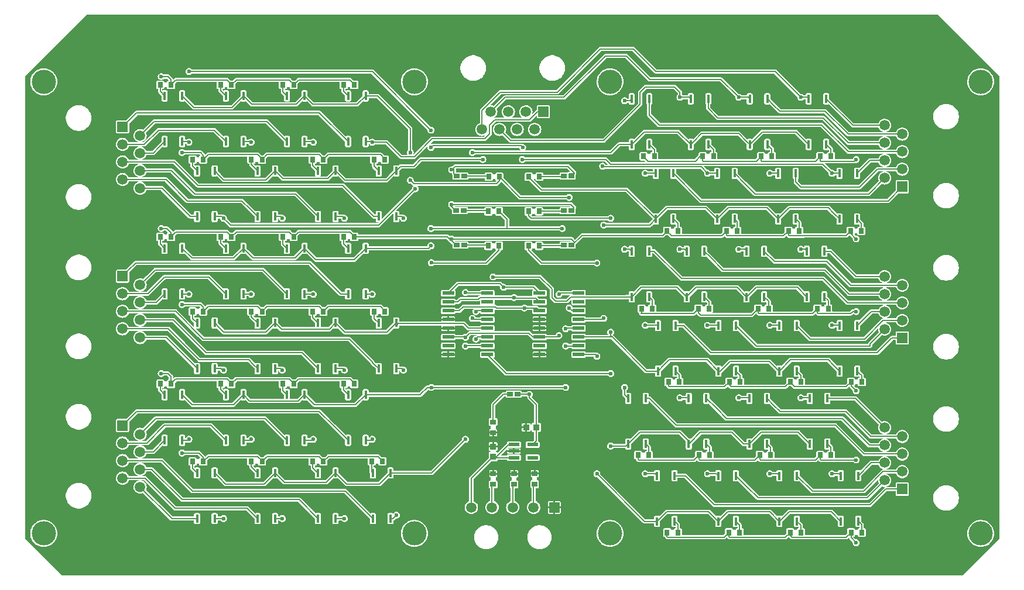
<source format=gbr>
%TF.GenerationSoftware,KiCad,Pcbnew,8.0.2*%
%TF.CreationDate,2024-05-17T15:28:22-04:00*%
%TF.ProjectId,QATCH_MUX_PCB_v1,51415443-485f-44d5-9558-5f5043425f76,rev?*%
%TF.SameCoordinates,Original*%
%TF.FileFunction,Copper,L1,Top*%
%TF.FilePolarity,Positive*%
%FSLAX46Y46*%
G04 Gerber Fmt 4.6, Leading zero omitted, Abs format (unit mm)*
G04 Created by KiCad (PCBNEW 8.0.2) date 2024-05-17 15:28:22*
%MOMM*%
%LPD*%
G01*
G04 APERTURE LIST*
%TA.AperFunction,SMDPad,CuDef*%
%ADD10R,0.812800X0.762000*%
%TD*%
%TA.AperFunction,SMDPad,CuDef*%
%ADD11R,0.762000X0.812800*%
%TD*%
%TA.AperFunction,ComponentPad*%
%ADD12R,1.520000X1.520000*%
%TD*%
%TA.AperFunction,ComponentPad*%
%ADD13C,1.520000*%
%TD*%
%TA.AperFunction,SMDPad,CuDef*%
%ADD14R,0.457200X1.219200*%
%TD*%
%TA.AperFunction,ComponentPad*%
%ADD15R,1.500000X1.500000*%
%TD*%
%TA.AperFunction,ComponentPad*%
%ADD16C,1.500000*%
%TD*%
%TA.AperFunction,SMDPad,CuDef*%
%ADD17R,0.965200X0.762000*%
%TD*%
%TA.AperFunction,SMDPad,CuDef*%
%ADD18R,0.914400X0.965200*%
%TD*%
%TA.AperFunction,SMDPad,CuDef*%
%ADD19R,1.625600X0.508000*%
%TD*%
%TA.AperFunction,SMDPad,CuDef*%
%ADD20R,1.663700X0.558800*%
%TD*%
%TA.AperFunction,SMDPad,CuDef*%
%ADD21R,0.965200X0.914400*%
%TD*%
%TA.AperFunction,ViaPad*%
%ADD22C,3.500000*%
%TD*%
%TA.AperFunction,ViaPad*%
%ADD23C,0.600000*%
%TD*%
%TA.AperFunction,Conductor*%
%ADD24C,0.200000*%
%TD*%
G04 APERTURE END LIST*
D10*
%TO.P,R3,1*%
%TO.N,/GND*%
X149500000Y-130500000D03*
%TO.P,R3,2*%
%TO.N,/MUX_A*%
X149500000Y-132049400D03*
%TD*%
%TO.P,R2,1*%
%TO.N,/GND*%
X155500000Y-130475300D03*
%TO.P,R2,2*%
%TO.N,/MUX_C*%
X155500000Y-132024700D03*
%TD*%
%TO.P,R1,1*%
%TO.N,/GND*%
X152526800Y-130500000D03*
%TO.P,R1,2*%
%TO.N,/MUX_B*%
X152526800Y-132049400D03*
%TD*%
D11*
%TO.P,R21,1*%
%TO.N,/VCC_3V3*%
X129416700Y-74200000D03*
%TO.P,R21,2*%
%TO.N,Net-(R21-Pad2)*%
X127867300Y-74200000D03*
%TD*%
%TO.P,R37,1*%
%TO.N,/VCC_3V3*%
X188250600Y-84543800D03*
%TO.P,R37,2*%
%TO.N,Net-(R37-Pad2)*%
X189800000Y-84543800D03*
%TD*%
%TO.P,R59,1*%
%TO.N,/VCC_3V3*%
X201250600Y-139000000D03*
%TO.P,R59,2*%
%TO.N,Net-(R59-Pad2)*%
X202800000Y-139000000D03*
%TD*%
D12*
%TO.P,J8,1,1*%
%TO.N,/GND*%
X158339600Y-135380000D03*
D13*
%TO.P,J8,2,2*%
%TO.N,/MUX_C*%
X155339601Y-135380000D03*
%TO.P,J8,3,3*%
%TO.N,/MUX_B*%
X152339602Y-135380000D03*
%TO.P,J8,4,4*%
%TO.N,/MUX_A*%
X149339603Y-135380000D03*
%TO.P,J8,5,5*%
%TO.N,/VIN*%
X146339604Y-135380000D03*
%TD*%
D14*
%TO.P,RY41,1*%
%TO.N,Net-(J4-Pad6)*%
X180023100Y-98289300D03*
%TO.P,RY41,2*%
%TO.N,Net-(J7-Pad6)*%
X177483100Y-98289300D03*
%TO.P,RY41,3*%
%TO.N,/PORT4_ODD_EN*%
X177483100Y-104893300D03*
%TO.P,RY41,4*%
%TO.N,Net-(R50-Pad2)*%
X180023100Y-104893300D03*
%TD*%
D11*
%TO.P,R20,1*%
%TO.N,/VCC_3V3*%
X120646700Y-74200000D03*
%TO.P,R20,2*%
%TO.N,Net-(R20-Pad2)*%
X119097300Y-74200000D03*
%TD*%
D14*
%TO.P,RY12,1*%
%TO.N,Net-(J3-Pad5)*%
X132927400Y-115270000D03*
%TO.P,RY12,2*%
%TO.N,Net-(J7-Pad5)*%
X135467400Y-115270000D03*
%TO.P,RY12,3*%
%TO.N,/PORT3_ODD_EN*%
X135467400Y-108666000D03*
%TO.P,RY12,4*%
%TO.N,Net-(R23-Pad2)*%
X132927400Y-108666000D03*
%TD*%
D11*
%TO.P,R62,1*%
%TO.N,/PORT3_EVEN_EN*%
X150349400Y-92500000D03*
%TO.P,R62,2*%
%TO.N,Net-(LED11-Pad1)*%
X148800000Y-92500000D03*
%TD*%
D15*
%TO.P,J3,1*%
%TO.N,Net-(J3-Pad1)*%
X95900000Y-101893700D03*
D16*
%TO.P,J3,2*%
%TO.N,Net-(J3-Pad2)*%
X98440000Y-103163700D03*
%TO.P,J3,3*%
%TO.N,Net-(J3-Pad3)*%
X95900000Y-104433700D03*
%TO.P,J3,4*%
%TO.N,Net-(J3-Pad4)*%
X98440000Y-105703700D03*
%TO.P,J3,5*%
%TO.N,Net-(J3-Pad5)*%
X95900000Y-106973700D03*
%TO.P,J3,6*%
%TO.N,Net-(J3-Pad6)*%
X98440000Y-108243700D03*
%TO.P,J3,7*%
%TO.N,Net-(J3-Pad7)*%
X95900000Y-109513700D03*
%TO.P,J3,8*%
%TO.N,Net-(J3-Pad8)*%
X98440000Y-110783700D03*
%TD*%
D11*
%TO.P,R32,1*%
%TO.N,/VCC_3V3*%
X111642000Y-117490000D03*
%TO.P,R32,2*%
%TO.N,Net-(R32-Pad2)*%
X110092600Y-117490000D03*
%TD*%
D14*
%TO.P,RY33,1*%
%TO.N,Net-(J2-Pad6)*%
X180603300Y-76209800D03*
%TO.P,RY33,2*%
%TO.N,Net-(J7-Pad6)*%
X178063300Y-76209800D03*
%TO.P,RY33,3*%
%TO.N,/PORT2_ODD_EN*%
X178063300Y-82813800D03*
%TO.P,RY33,4*%
%TO.N,Net-(R42-Pad2)*%
X180603300Y-82813800D03*
%TD*%
%TO.P,RY5,1*%
%TO.N,Net-(J1-Pad8)*%
X106672900Y-93239800D03*
%TO.P,RY5,2*%
%TO.N,Net-(J7-Pad8)*%
X109212900Y-93239800D03*
%TO.P,RY5,3*%
%TO.N,/PORT1_ODD_EN*%
X109212900Y-86635800D03*
%TO.P,RY5,4*%
%TO.N,Net-(R17-Pad2)*%
X106672900Y-86635800D03*
%TD*%
D11*
%TO.P,R60,1*%
%TO.N,/VCC_3V3*%
X183600000Y-139000000D03*
%TO.P,R60,2*%
%TO.N,Net-(R60-Pad2)*%
X185149400Y-139000000D03*
%TD*%
D17*
%TO.P,LED12,1*%
%TO.N,Net-(LED12-Pad1)*%
X145292200Y-97400000D03*
%TO.P,LED12,2*%
%TO.N,/VCC_3V3*%
X144200000Y-97400000D03*
%TD*%
D15*
%TO.P,J5,1*%
%TO.N,Net-(J5-Pad1)*%
X95900000Y-123517500D03*
D16*
%TO.P,J5,2*%
%TO.N,Net-(J5-Pad2)*%
X98440000Y-124787500D03*
%TO.P,J5,3*%
%TO.N,Net-(J5-Pad3)*%
X95900000Y-126057500D03*
%TO.P,J5,4*%
%TO.N,Net-(J5-Pad4)*%
X98440000Y-127327500D03*
%TO.P,J5,5*%
%TO.N,Net-(J5-Pad5)*%
X95900000Y-128597500D03*
%TO.P,J5,6*%
%TO.N,Net-(J5-Pad6)*%
X98440000Y-129867500D03*
%TO.P,J5,7*%
%TO.N,Net-(J5-Pad7)*%
X95900000Y-131137500D03*
%TO.P,J5,8*%
%TO.N,Net-(J5-Pad8)*%
X98440000Y-132407500D03*
%TD*%
D11*
%TO.P,R24,1*%
%TO.N,/VCC_3V3*%
X111642000Y-96200000D03*
%TO.P,R24,2*%
%TO.N,Net-(R24-Pad2)*%
X110092600Y-96200000D03*
%TD*%
D14*
%TO.P,RY16,1*%
%TO.N,Net-(J3-Pad7)*%
X115424400Y-115270000D03*
%TO.P,RY16,2*%
%TO.N,Net-(J7-Pad7)*%
X117964400Y-115270000D03*
%TO.P,RY16,3*%
%TO.N,/PORT3_ODD_EN*%
X117964400Y-108666000D03*
%TO.P,RY16,4*%
%TO.N,Net-(R22-Pad2)*%
X115424400Y-108666000D03*
%TD*%
%TO.P,RY27,1*%
%TO.N,Net-(J5-Pad1)*%
X128515000Y-125657800D03*
%TO.P,RY27,2*%
%TO.N,Net-(J7-Pad1)*%
X131055000Y-125657800D03*
%TO.P,RY27,3*%
%TO.N,/PORT5_EVEN_EN*%
X131055000Y-119053800D03*
%TO.P,RY27,4*%
%TO.N,Net-(R13-Pad2)*%
X128515000Y-119053800D03*
%TD*%
%TO.P,RY50,1*%
%TO.N,Net-(J6-Pad2)*%
X184595600Y-130783300D03*
%TO.P,RY50,2*%
%TO.N,Net-(J7-Pad2)*%
X182055600Y-130783300D03*
%TO.P,RY50,3*%
%TO.N,/PORT6_EVEN_EN*%
X182055600Y-137387300D03*
%TO.P,RY50,4*%
%TO.N,Net-(R60-Pad2)*%
X184595600Y-137387300D03*
%TD*%
D11*
%TO.P,R17,1*%
%TO.N,/VCC_3V3*%
X107574600Y-85000000D03*
%TO.P,R17,2*%
%TO.N,Net-(R17-Pad2)*%
X106025200Y-85000000D03*
%TD*%
D14*
%TO.P,RY9,1*%
%TO.N,Net-(J1-Pad6)*%
X124175900Y-93239800D03*
%TO.P,RY9,2*%
%TO.N,Net-(J7-Pad6)*%
X126715900Y-93239800D03*
%TO.P,RY9,3*%
%TO.N,/PORT1_ODD_EN*%
X126715900Y-86635800D03*
%TO.P,RY9,4*%
%TO.N,Net-(R18-Pad2)*%
X124175900Y-86635800D03*
%TD*%
D15*
%TO.P,J4,1*%
%TO.N,Net-(J4-Pad1)*%
X208650000Y-110838700D03*
D16*
%TO.P,J4,2*%
%TO.N,Net-(J4-Pad2)*%
X206110000Y-109568700D03*
%TO.P,J4,3*%
%TO.N,Net-(J4-Pad3)*%
X208650000Y-108298700D03*
%TO.P,J4,4*%
%TO.N,Net-(J4-Pad4)*%
X206110000Y-107028700D03*
%TO.P,J4,5*%
%TO.N,Net-(J4-Pad5)*%
X208650000Y-105758700D03*
%TO.P,J4,6*%
%TO.N,Net-(J4-Pad6)*%
X206110000Y-104488700D03*
%TO.P,J4,7*%
%TO.N,Net-(J4-Pad7)*%
X208650000Y-103218700D03*
%TO.P,J4,8*%
%TO.N,Net-(J4-Pad8)*%
X206110000Y-101948700D03*
%TD*%
D11*
%TO.P,R45,1*%
%TO.N,/VCC_3V3*%
X187800000Y-106591300D03*
%TO.P,R45,2*%
%TO.N,Net-(R45-Pad2)*%
X189349400Y-106591300D03*
%TD*%
D14*
%TO.P,RY7,1*%
%TO.N,Net-(J1-Pad4)*%
X102003200Y-82400000D03*
%TO.P,RY7,2*%
%TO.N,Net-(J7-Pad4)*%
X104543200Y-82400000D03*
%TO.P,RY7,3*%
%TO.N,/PORT1_EVEN_EN*%
X104543200Y-75796000D03*
%TO.P,RY7,4*%
%TO.N,Net-(R19-Pad2)*%
X102003200Y-75796000D03*
%TD*%
D11*
%TO.P,R19,1*%
%TO.N,/VCC_3V3*%
X102904900Y-74200000D03*
%TO.P,R19,2*%
%TO.N,Net-(R19-Pad2)*%
X101355500Y-74200000D03*
%TD*%
D14*
%TO.P,RY35,1*%
%TO.N,Net-(J2-Pad1)*%
X175564000Y-87009800D03*
%TO.P,RY35,2*%
%TO.N,Net-(J7-Pad1)*%
X173024000Y-87009800D03*
%TO.P,RY35,3*%
%TO.N,/PORT2_EVEN_EN*%
X173024000Y-93613800D03*
%TO.P,RY35,4*%
%TO.N,Net-(R40-Pad2)*%
X175564000Y-93613800D03*
%TD*%
D11*
%TO.P,R30,1*%
%TO.N,/VCC_3V3*%
X116077100Y-128730000D03*
%TO.P,R30,2*%
%TO.N,Net-(R30-Pad2)*%
X114527700Y-128730000D03*
%TD*%
%TO.P,R9,1*%
%TO.N,/PORT1_EVEN_EN*%
X150398800Y-87500000D03*
%TO.P,R9,2*%
%TO.N,Net-(LED8-Pad1)*%
X148849400Y-87500000D03*
%TD*%
D14*
%TO.P,RY23,1*%
%TO.N,Net-(J5-Pad4)*%
X102003200Y-125657800D03*
%TO.P,RY23,2*%
%TO.N,Net-(J7-Pad4)*%
X104543200Y-125657800D03*
%TO.P,RY23,3*%
%TO.N,/PORT5_EVEN_EN*%
X104543200Y-119053800D03*
%TO.P,RY23,4*%
%TO.N,Net-(R35-Pad2)*%
X102003200Y-119053800D03*
%TD*%
D11*
%TO.P,R54,1*%
%TO.N,/VCC_3V3*%
X170450600Y-127800000D03*
%TO.P,R54,2*%
%TO.N,Net-(R54-Pad2)*%
X172000000Y-127800000D03*
%TD*%
D17*
%TO.P,LED8,1*%
%TO.N,Net-(LED8-Pad1)*%
X145292200Y-87400000D03*
%TO.P,LED8,2*%
%TO.N,/VCC_3V3*%
X144200000Y-87400000D03*
%TD*%
D11*
%TO.P,R33,1*%
%TO.N,/VCC_3V3*%
X107574600Y-128730000D03*
%TO.P,R33,2*%
%TO.N,Net-(R33-Pad2)*%
X106025200Y-128730000D03*
%TD*%
D14*
%TO.P,RY51,1*%
%TO.N,Net-(J6-Pad1)*%
X175745800Y-130783300D03*
%TO.P,RY51,2*%
%TO.N,Net-(J7-Pad1)*%
X173205800Y-130783300D03*
%TO.P,RY51,3*%
%TO.N,/PORT6_EVEN_EN*%
X173205800Y-137387300D03*
%TO.P,RY51,4*%
%TO.N,Net-(R56-Pad2)*%
X175745800Y-137387300D03*
%TD*%
D11*
%TO.P,R14,1*%
%TO.N,/VCC_3V3*%
X116077100Y-85000000D03*
%TO.P,R14,2*%
%TO.N,Net-(R14-Pad2)*%
X114527700Y-85000000D03*
%TD*%
D14*
%TO.P,RY31,1*%
%TO.N,Net-(J2-Pad4)*%
X202113400Y-87009800D03*
%TO.P,RY31,2*%
%TO.N,Net-(J7-Pad4)*%
X199573400Y-87009800D03*
%TO.P,RY31,3*%
%TO.N,/PORT2_EVEN_EN*%
X199573400Y-93613800D03*
%TO.P,RY31,4*%
%TO.N,Net-(R43-Pad2)*%
X202113400Y-93613800D03*
%TD*%
D11*
%TO.P,R42,1*%
%TO.N,/VCC_3V3*%
X179800000Y-84543800D03*
%TO.P,R42,2*%
%TO.N,Net-(R42-Pad2)*%
X181349400Y-84543800D03*
%TD*%
D14*
%TO.P,RY4,1*%
%TO.N,Net-(J1-Pad5)*%
X132927400Y-93239800D03*
%TO.P,RY4,2*%
%TO.N,Net-(J7-Pad5)*%
X135467400Y-93239800D03*
%TO.P,RY4,3*%
%TO.N,/PORT1_ODD_EN*%
X135467400Y-86635800D03*
%TO.P,RY4,4*%
%TO.N,Net-(R15-Pad2)*%
X132927400Y-86635800D03*
%TD*%
%TO.P,RY25,1*%
%TO.N,Net-(J5-Pad6)*%
X124175900Y-137000000D03*
%TO.P,RY25,2*%
%TO.N,Net-(J7-Pad6)*%
X126715900Y-137000000D03*
%TO.P,RY25,3*%
%TO.N,/PORT5_ODD_EN*%
X126715900Y-130396000D03*
%TO.P,RY25,4*%
%TO.N,Net-(R34-Pad2)*%
X124175900Y-130396000D03*
%TD*%
D17*
%TO.P,LED14,1*%
%TO.N,Net-(LED14-Pad1)*%
X151939700Y-119000000D03*
%TO.P,LED14,2*%
%TO.N,/VCC_3V3*%
X153031900Y-119000000D03*
%TD*%
D11*
%TO.P,R40,1*%
%TO.N,/VCC_3V3*%
X174650600Y-95343800D03*
%TO.P,R40,2*%
%TO.N,Net-(R40-Pad2)*%
X176200000Y-95343800D03*
%TD*%
%TO.P,R55,1*%
%TO.N,/VCC_3V3*%
X192450600Y-139000000D03*
%TO.P,R55,2*%
%TO.N,Net-(R55-Pad2)*%
X194000000Y-139000000D03*
%TD*%
%TO.P,R48,1*%
%TO.N,/VCC_3V3*%
X174850600Y-117200000D03*
%TO.P,R48,2*%
%TO.N,Net-(R48-Pad2)*%
X176400000Y-117200000D03*
%TD*%
D14*
%TO.P,RY14,1*%
%TO.N,Net-(J3-Pad3)*%
X110840500Y-104468000D03*
%TO.P,RY14,2*%
%TO.N,Net-(J7-Pad3)*%
X113380500Y-104468000D03*
%TO.P,RY14,3*%
%TO.N,/PORT3_EVEN_EN*%
X113380500Y-97864000D03*
%TO.P,RY14,4*%
%TO.N,Net-(R24-Pad2)*%
X110840500Y-97864000D03*
%TD*%
D17*
%TO.P,LED10,1*%
%TO.N,Net-(LED10-Pad1)*%
X159707800Y-92400000D03*
%TO.P,LED10,2*%
%TO.N,/VCC_3V3*%
X160800000Y-92400000D03*
%TD*%
D11*
%TO.P,R39,1*%
%TO.N,/VCC_3V3*%
X192200000Y-95343800D03*
%TO.P,R39,2*%
%TO.N,Net-(R39-Pad2)*%
X193749400Y-95343800D03*
%TD*%
%TO.P,R58,1*%
%TO.N,/VCC_3V3*%
X179250600Y-127800000D03*
%TO.P,R58,2*%
%TO.N,Net-(R58-Pad2)*%
X180800000Y-127800000D03*
%TD*%
D14*
%TO.P,RY29,1*%
%TO.N,Net-(J2-Pad8)*%
X197670000Y-76209800D03*
%TO.P,RY29,2*%
%TO.N,Net-(J7-Pad8)*%
X195130000Y-76209800D03*
%TO.P,RY29,3*%
%TO.N,/PORT2_ODD_EN*%
X195130000Y-82813800D03*
%TO.P,RY29,4*%
%TO.N,Net-(R41-Pad2)*%
X197670000Y-82813800D03*
%TD*%
%TO.P,RY49,1*%
%TO.N,Net-(J6-Pad6)*%
X180329800Y-119585900D03*
%TO.P,RY49,2*%
%TO.N,Net-(J7-Pad6)*%
X177789800Y-119585900D03*
%TO.P,RY49,3*%
%TO.N,/PORT6_ODD_EN*%
X177789800Y-126189900D03*
%TO.P,RY49,4*%
%TO.N,Net-(R58-Pad2)*%
X180329800Y-126189900D03*
%TD*%
D18*
%TO.P,C2,1*%
%TO.N,/VIN*%
X149500000Y-128000000D03*
%TO.P,C2,2*%
%TO.N,/GND*%
X149500000Y-126552200D03*
%TD*%
D17*
%TO.P,LED9,1*%
%TO.N,Net-(LED9-Pad1)*%
X159739700Y-87400000D03*
%TO.P,LED9,2*%
%TO.N,/VCC_3V3*%
X160831900Y-87400000D03*
%TD*%
%TO.P,LED13,1*%
%TO.N,Net-(LED13-Pad1)*%
X159739700Y-97400000D03*
%TO.P,LED13,2*%
%TO.N,/VCC_3V3*%
X160831900Y-97400000D03*
%TD*%
D14*
%TO.P,RY37,1*%
%TO.N,Net-(J4-Pad8)*%
X197389400Y-98289300D03*
%TO.P,RY37,2*%
%TO.N,Net-(J7-Pad8)*%
X194849400Y-98289300D03*
%TO.P,RY37,3*%
%TO.N,/PORT4_ODD_EN*%
X194849400Y-104893300D03*
%TO.P,RY37,4*%
%TO.N,Net-(R49-Pad2)*%
X197389400Y-104893300D03*
%TD*%
D11*
%TO.P,R56,1*%
%TO.N,/VCC_3V3*%
X174650600Y-139000000D03*
%TO.P,R56,2*%
%TO.N,Net-(R56-Pad2)*%
X176200000Y-139000000D03*
%TD*%
%TO.P,R61,1*%
%TO.N,/PORT2_EVEN_EN*%
X154649400Y-87500000D03*
%TO.P,R61,2*%
%TO.N,Net-(LED9-Pad1)*%
X156198800Y-87500000D03*
%TD*%
%TO.P,R50,1*%
%TO.N,/VCC_3V3*%
X179200000Y-106591300D03*
%TO.P,R50,2*%
%TO.N,Net-(R50-Pad2)*%
X180749400Y-106591300D03*
%TD*%
%TO.P,R46,1*%
%TO.N,/VCC_3V3*%
X170950600Y-106591300D03*
%TO.P,R46,2*%
%TO.N,Net-(R46-Pad2)*%
X172500000Y-106591300D03*
%TD*%
D14*
%TO.P,RY48,1*%
%TO.N,Net-(J6-Pad7)*%
X189089600Y-119585900D03*
%TO.P,RY48,2*%
%TO.N,Net-(J7-Pad7)*%
X186549600Y-119585900D03*
%TO.P,RY48,3*%
%TO.N,/PORT6_ODD_EN*%
X186549600Y-126189900D03*
%TO.P,RY48,4*%
%TO.N,Net-(R53-Pad2)*%
X189089600Y-126189900D03*
%TD*%
%TO.P,RY45,1*%
%TO.N,Net-(J6-Pad8)*%
X197849400Y-119585900D03*
%TO.P,RY45,2*%
%TO.N,Net-(J7-Pad8)*%
X195309400Y-119585900D03*
%TO.P,RY45,3*%
%TO.N,/PORT6_ODD_EN*%
X195309400Y-126189900D03*
%TO.P,RY45,4*%
%TO.N,Net-(R57-Pad2)*%
X197849400Y-126189900D03*
%TD*%
D15*
%TO.P,J1,1*%
%TO.N,Net-(J1-Pad1)*%
X95900000Y-80270000D03*
D16*
%TO.P,J1,2*%
%TO.N,Net-(J1-Pad2)*%
X98440000Y-81540000D03*
%TO.P,J1,3*%
%TO.N,Net-(J1-Pad3)*%
X95900000Y-82810000D03*
%TO.P,J1,4*%
%TO.N,Net-(J1-Pad4)*%
X98440000Y-84080000D03*
%TO.P,J1,5*%
%TO.N,Net-(J1-Pad5)*%
X95900000Y-85350000D03*
%TO.P,J1,6*%
%TO.N,Net-(J1-Pad6)*%
X98440000Y-86620000D03*
%TO.P,J1,7*%
%TO.N,Net-(J1-Pad7)*%
X95900000Y-87890000D03*
%TO.P,J1,8*%
%TO.N,Net-(J1-Pad8)*%
X98440000Y-89160000D03*
%TD*%
D11*
%TO.P,R38,1*%
%TO.N,/VCC_3V3*%
X171250600Y-84543800D03*
%TO.P,R38,2*%
%TO.N,Net-(R38-Pad2)*%
X172800000Y-84543800D03*
%TD*%
D14*
%TO.P,RY8,1*%
%TO.N,Net-(J1-Pad7)*%
X115424400Y-93239800D03*
%TO.P,RY8,2*%
%TO.N,Net-(J7-Pad7)*%
X117964400Y-93239800D03*
%TO.P,RY8,3*%
%TO.N,/PORT1_ODD_EN*%
X117964400Y-86635800D03*
%TO.P,RY8,4*%
%TO.N,Net-(R14-Pad2)*%
X115424400Y-86635800D03*
%TD*%
D19*
%TO.P,U4,1,VIN*%
%TO.N,/VIN*%
X152500000Y-126276099D03*
%TO.P,U4,2,GND*%
%TO.N,/GND*%
X152500000Y-127226100D03*
%TO.P,U4,3,EN*%
%TO.N,/VIN*%
X152500000Y-128176101D03*
%TO.P,U4,4,NC*%
%TO.N,unconnected-(U4-NC-Pad4)*%
X155192400Y-128176101D03*
%TO.P,U4,5,VOUT*%
%TO.N,/VCC_3V3*%
X155192400Y-126276099D03*
%TD*%
D14*
%TO.P,RY44,1*%
%TO.N,Net-(J6-Pad5)*%
X171570000Y-119585900D03*
%TO.P,RY44,2*%
%TO.N,Net-(J7-Pad5)*%
X169030000Y-119585900D03*
%TO.P,RY44,3*%
%TO.N,/PORT6_ODD_EN*%
X169030000Y-126189900D03*
%TO.P,RY44,4*%
%TO.N,Net-(R54-Pad2)*%
X171570000Y-126189900D03*
%TD*%
D11*
%TO.P,R35,1*%
%TO.N,/VCC_3V3*%
X102904900Y-117490000D03*
%TO.P,R35,2*%
%TO.N,Net-(R35-Pad2)*%
X101355500Y-117490000D03*
%TD*%
D14*
%TO.P,RY32,1*%
%TO.N,Net-(J2-Pad7)*%
X189136700Y-76209800D03*
%TO.P,RY32,2*%
%TO.N,Net-(J7-Pad7)*%
X186596700Y-76209800D03*
%TO.P,RY32,3*%
%TO.N,/PORT2_ODD_EN*%
X186596700Y-82813800D03*
%TO.P,RY32,4*%
%TO.N,Net-(R37-Pad2)*%
X189136700Y-82813800D03*
%TD*%
D11*
%TO.P,R47,1*%
%TO.N,/VCC_3V3*%
X192450600Y-117200000D03*
%TO.P,R47,2*%
%TO.N,Net-(R47-Pad2)*%
X194000000Y-117200000D03*
%TD*%
%TO.P,R28,1*%
%TO.N,/VCC_3V3*%
X120646700Y-96200000D03*
%TO.P,R28,2*%
%TO.N,Net-(R28-Pad2)*%
X119097300Y-96200000D03*
%TD*%
%TO.P,R16,1*%
%TO.N,/VCC_3V3*%
X111642000Y-74200000D03*
%TO.P,R16,2*%
%TO.N,Net-(R16-Pad2)*%
X110092600Y-74200000D03*
%TD*%
%TO.P,R25,1*%
%TO.N,/VCC_3V3*%
X107574600Y-107000000D03*
%TO.P,R25,2*%
%TO.N,Net-(R25-Pad2)*%
X106025200Y-107000000D03*
%TD*%
%TO.P,R26,1*%
%TO.N,/VCC_3V3*%
X124949400Y-107000000D03*
%TO.P,R26,2*%
%TO.N,Net-(R26-Pad2)*%
X123400000Y-107000000D03*
%TD*%
D10*
%TO.P,R66,1*%
%TO.N,/GND*%
X149500000Y-124549400D03*
%TO.P,R66,2*%
%TO.N,Net-(LED14-Pad1)*%
X149500000Y-123000000D03*
%TD*%
D14*
%TO.P,RY20,1*%
%TO.N,Net-(J5-Pad5)*%
X132098300Y-137000000D03*
%TO.P,RY20,2*%
%TO.N,Net-(J7-Pad5)*%
X134638300Y-137000000D03*
%TO.P,RY20,3*%
%TO.N,/PORT5_ODD_EN*%
X134638300Y-130396000D03*
%TO.P,RY20,4*%
%TO.N,Net-(R31-Pad2)*%
X132098300Y-130396000D03*
%TD*%
D11*
%TO.P,R41,1*%
%TO.N,/VCC_3V3*%
X196800000Y-84543800D03*
%TO.P,R41,2*%
%TO.N,Net-(R41-Pad2)*%
X198349400Y-84543800D03*
%TD*%
D17*
%TO.P,LED11,1*%
%TO.N,Net-(LED11-Pad1)*%
X145260300Y-92400000D03*
%TO.P,LED11,2*%
%TO.N,/VCC_3V3*%
X144168100Y-92400000D03*
%TD*%
D11*
%TO.P,R57,1*%
%TO.N,/VCC_3V3*%
X196800000Y-127800000D03*
%TO.P,R57,2*%
%TO.N,Net-(R57-Pad2)*%
X198349400Y-127800000D03*
%TD*%
%TO.P,R49,1*%
%TO.N,/VCC_3V3*%
X196400000Y-106591300D03*
%TO.P,R49,2*%
%TO.N,Net-(R49-Pad2)*%
X197949400Y-106591300D03*
%TD*%
D14*
%TO.P,RY11,1*%
%TO.N,Net-(J1-Pad1)*%
X128515000Y-82400000D03*
%TO.P,RY11,2*%
%TO.N,Net-(J7-Pad1)*%
X131055000Y-82400000D03*
%TO.P,RY11,3*%
%TO.N,/PORT1_EVEN_EN*%
X131055000Y-75796000D03*
%TO.P,RY11,4*%
%TO.N,Net-(R21-Pad2)*%
X128515000Y-75796000D03*
%TD*%
D11*
%TO.P,R64,1*%
%TO.N,/PORT5_EVEN_EN*%
X150349400Y-97500000D03*
%TO.P,R64,2*%
%TO.N,Net-(LED12-Pad1)*%
X148800000Y-97500000D03*
%TD*%
D14*
%TO.P,RY19,1*%
%TO.N,Net-(J3-Pad1)*%
X128515000Y-104468000D03*
%TO.P,RY19,2*%
%TO.N,Net-(J7-Pad1)*%
X131055000Y-104468000D03*
%TO.P,RY19,3*%
%TO.N,/PORT3_EVEN_EN*%
X131055000Y-97864000D03*
%TO.P,RY19,4*%
%TO.N,Net-(R29-Pad2)*%
X128515000Y-97864000D03*
%TD*%
D20*
%TO.P,U1,1,A*%
%TO.N,/MUX_A*%
X156200050Y-104360000D03*
%TO.P,U1,2,B*%
%TO.N,/MUX_B*%
X156200050Y-105630000D03*
%TO.P,U1,3,C*%
%TO.N,/MUX_C*%
X156200050Y-106900000D03*
%TO.P,U1,4,\u002AG2A*%
%TO.N,/GND*%
X156200050Y-108170000D03*
%TO.P,U1,5,\u002AG2B*%
X156200050Y-109440000D03*
%TO.P,U1,6,G1*%
%TO.N,/VCC_3V3*%
X156200050Y-110710000D03*
%TO.P,U1,7,Y7*%
%TO.N,unconnected-(U1-Y7-Pad7)*%
X156200050Y-111980000D03*
%TO.P,U1,8,GND*%
%TO.N,/GND*%
X156200050Y-113250000D03*
%TO.P,U1,9,Y6*%
%TO.N,/PORT6_EVEN_EN*%
X161851550Y-113250000D03*
%TO.P,U1,10,Y5*%
%TO.N,/PORT5_EVEN_EN*%
X161851550Y-111980000D03*
%TO.P,U1,11,Y4*%
%TO.N,/PORT4_EVEN_EN*%
X161851550Y-110710000D03*
%TO.P,U1,12,Y3*%
%TO.N,/PORT3_EVEN_EN*%
X161851550Y-109440000D03*
%TO.P,U1,13,Y2*%
%TO.N,/PORT2_EVEN_EN*%
X161851550Y-108170000D03*
%TO.P,U1,14,Y1*%
%TO.N,/PORT1_EVEN_EN*%
X161851550Y-106900000D03*
%TO.P,U1,15,Y0*%
%TO.N,unconnected-(U1-Y0-Pad15)*%
X161851550Y-105630000D03*
%TO.P,U1,16,VCC*%
%TO.N,/VCC_3V3*%
X161851550Y-104360000D03*
%TD*%
D11*
%TO.P,R36,1*%
%TO.N,/VCC_3V3*%
X120646700Y-117490000D03*
%TO.P,R36,2*%
%TO.N,Net-(R36-Pad2)*%
X119097300Y-117490000D03*
%TD*%
%TO.P,R15,1*%
%TO.N,/VCC_3V3*%
X133829100Y-85000000D03*
%TO.P,R15,2*%
%TO.N,Net-(R15-Pad2)*%
X132279700Y-85000000D03*
%TD*%
D14*
%TO.P,RY36,1*%
%TO.N,Net-(J4-Pad5)*%
X172040000Y-98289300D03*
%TO.P,RY36,2*%
%TO.N,Net-(J7-Pad5)*%
X169500000Y-98289300D03*
%TO.P,RY36,3*%
%TO.N,/PORT4_ODD_EN*%
X169500000Y-104893300D03*
%TO.P,RY36,4*%
%TO.N,Net-(R46-Pad2)*%
X172040000Y-104893300D03*
%TD*%
%TO.P,RY34,1*%
%TO.N,Net-(J2-Pad2)*%
X184413800Y-87009800D03*
%TO.P,RY34,2*%
%TO.N,Net-(J7-Pad2)*%
X181873800Y-87009800D03*
%TO.P,RY34,3*%
%TO.N,/PORT2_EVEN_EN*%
X181873800Y-93613800D03*
%TO.P,RY34,4*%
%TO.N,Net-(R44-Pad2)*%
X184413800Y-93613800D03*
%TD*%
D11*
%TO.P,R22,1*%
%TO.N,/VCC_3V3*%
X116077100Y-107000000D03*
%TO.P,R22,2*%
%TO.N,Net-(R22-Pad2)*%
X114527700Y-107000000D03*
%TD*%
D14*
%TO.P,RY15,1*%
%TO.N,Net-(J3-Pad4)*%
X102003200Y-104468000D03*
%TO.P,RY15,2*%
%TO.N,Net-(J7-Pad4)*%
X104543200Y-104468000D03*
%TO.P,RY15,3*%
%TO.N,/PORT3_EVEN_EN*%
X104543200Y-97864000D03*
%TO.P,RY15,4*%
%TO.N,Net-(R27-Pad2)*%
X102003200Y-97864000D03*
%TD*%
D11*
%TO.P,R65,1*%
%TO.N,/PORT6_EVEN_EN*%
X154600000Y-97500000D03*
%TO.P,R65,2*%
%TO.N,Net-(LED13-Pad1)*%
X156149400Y-97500000D03*
%TD*%
D14*
%TO.P,RY10,1*%
%TO.N,Net-(J1-Pad2)*%
X119677700Y-82400000D03*
%TO.P,RY10,2*%
%TO.N,Net-(J7-Pad2)*%
X122217700Y-82400000D03*
%TO.P,RY10,3*%
%TO.N,/PORT1_EVEN_EN*%
X122217700Y-75796000D03*
%TO.P,RY10,4*%
%TO.N,Net-(R20-Pad2)*%
X119677700Y-75796000D03*
%TD*%
%TO.P,RY24,1*%
%TO.N,Net-(J5-Pad7)*%
X115424400Y-137000000D03*
%TO.P,RY24,2*%
%TO.N,Net-(J7-Pad7)*%
X117964400Y-137000000D03*
%TO.P,RY24,3*%
%TO.N,/PORT5_ODD_EN*%
X117964400Y-130396000D03*
%TO.P,RY24,4*%
%TO.N,Net-(R30-Pad2)*%
X115424400Y-130396000D03*
%TD*%
D11*
%TO.P,R43,1*%
%TO.N,/VCC_3V3*%
X201200000Y-95343800D03*
%TO.P,R43,2*%
%TO.N,Net-(R43-Pad2)*%
X202749400Y-95343800D03*
%TD*%
D14*
%TO.P,RY18,1*%
%TO.N,Net-(J3-Pad2)*%
X119677700Y-104468000D03*
%TO.P,RY18,2*%
%TO.N,Net-(J7-Pad2)*%
X122217700Y-104468000D03*
%TO.P,RY18,3*%
%TO.N,/PORT3_EVEN_EN*%
X122217700Y-97864000D03*
%TO.P,RY18,4*%
%TO.N,Net-(R28-Pad2)*%
X119677700Y-97864000D03*
%TD*%
D11*
%TO.P,R63,1*%
%TO.N,/PORT4_EVEN_EN*%
X154600000Y-92500000D03*
%TO.P,R63,2*%
%TO.N,Net-(LED10-Pad1)*%
X156149400Y-92500000D03*
%TD*%
%TO.P,R31,1*%
%TO.N,/VCC_3V3*%
X133474700Y-128700000D03*
%TO.P,R31,2*%
%TO.N,Net-(R31-Pad2)*%
X131925300Y-128700000D03*
%TD*%
D14*
%TO.P,RY39,1*%
%TO.N,Net-(J4-Pad4)*%
X202143400Y-109043800D03*
%TO.P,RY39,2*%
%TO.N,Net-(J7-Pad4)*%
X199603400Y-109043800D03*
%TO.P,RY39,3*%
%TO.N,/PORT4_EVEN_EN*%
X199603400Y-115647800D03*
%TO.P,RY39,4*%
%TO.N,Net-(R51-Pad2)*%
X202143400Y-115647800D03*
%TD*%
%TO.P,RY46,1*%
%TO.N,Net-(J6-Pad3)*%
X193445400Y-130783300D03*
%TO.P,RY46,2*%
%TO.N,Net-(J7-Pad3)*%
X190905400Y-130783300D03*
%TO.P,RY46,3*%
%TO.N,/PORT6_EVEN_EN*%
X190905400Y-137387300D03*
%TO.P,RY46,4*%
%TO.N,Net-(R55-Pad2)*%
X193445400Y-137387300D03*
%TD*%
%TO.P,RY17,1*%
%TO.N,Net-(J3-Pad6)*%
X124175900Y-115270000D03*
%TO.P,RY17,2*%
%TO.N,Net-(J7-Pad6)*%
X126715900Y-115270000D03*
%TO.P,RY17,3*%
%TO.N,/PORT3_ODD_EN*%
X126715900Y-108666000D03*
%TO.P,RY17,4*%
%TO.N,Net-(R26-Pad2)*%
X124175900Y-108666000D03*
%TD*%
D11*
%TO.P,R27,1*%
%TO.N,/VCC_3V3*%
X102904900Y-96200000D03*
%TO.P,R27,2*%
%TO.N,Net-(R27-Pad2)*%
X101355500Y-96200000D03*
%TD*%
D14*
%TO.P,RY13,1*%
%TO.N,Net-(J3-Pad8)*%
X106672900Y-115270000D03*
%TO.P,RY13,2*%
%TO.N,Net-(J7-Pad8)*%
X109212900Y-115270000D03*
%TO.P,RY13,3*%
%TO.N,/PORT3_ODD_EN*%
X109212900Y-108666000D03*
%TO.P,RY13,4*%
%TO.N,Net-(R25-Pad2)*%
X106672900Y-108666000D03*
%TD*%
D11*
%TO.P,R44,1*%
%TO.N,/VCC_3V3*%
X183250600Y-95343800D03*
%TO.P,R44,2*%
%TO.N,Net-(R44-Pad2)*%
X184800000Y-95343800D03*
%TD*%
D14*
%TO.P,RY22,1*%
%TO.N,Net-(J5-Pad3)*%
X110840500Y-125657800D03*
%TO.P,RY22,2*%
%TO.N,Net-(J7-Pad3)*%
X113380500Y-125657800D03*
%TO.P,RY22,3*%
%TO.N,/PORT5_EVEN_EN*%
X113380500Y-119053800D03*
%TO.P,RY22,4*%
%TO.N,Net-(R32-Pad2)*%
X110840500Y-119053800D03*
%TD*%
D11*
%TO.P,R18,1*%
%TO.N,/VCC_3V3*%
X124949400Y-85000000D03*
%TO.P,R18,2*%
%TO.N,Net-(R18-Pad2)*%
X123400000Y-85000000D03*
%TD*%
%TO.P,R29,1*%
%TO.N,/VCC_3V3*%
X129416700Y-96200000D03*
%TO.P,R29,2*%
%TO.N,Net-(R29-Pad2)*%
X127867300Y-96200000D03*
%TD*%
D14*
%TO.P,RY42,1*%
%TO.N,Net-(J4-Pad2)*%
X184623800Y-109043800D03*
%TO.P,RY42,2*%
%TO.N,Net-(J7-Pad2)*%
X182083800Y-109043800D03*
%TO.P,RY42,3*%
%TO.N,/PORT4_EVEN_EN*%
X182083800Y-115647800D03*
%TO.P,RY42,4*%
%TO.N,Net-(R52-Pad2)*%
X184623800Y-115647800D03*
%TD*%
%TO.P,RY6,1*%
%TO.N,Net-(J1-Pad3)*%
X110840500Y-82400000D03*
%TO.P,RY6,2*%
%TO.N,Net-(J7-Pad3)*%
X113380500Y-82400000D03*
%TO.P,RY6,3*%
%TO.N,/PORT1_EVEN_EN*%
X113380500Y-75796000D03*
%TO.P,RY6,4*%
%TO.N,Net-(R16-Pad2)*%
X110840500Y-75796000D03*
%TD*%
%TO.P,RY43,1*%
%TO.N,Net-(J4-Pad1)*%
X175864000Y-109043800D03*
%TO.P,RY43,2*%
%TO.N,Net-(J7-Pad1)*%
X173324000Y-109043800D03*
%TO.P,RY43,3*%
%TO.N,/PORT4_EVEN_EN*%
X173324000Y-115647800D03*
%TO.P,RY43,4*%
%TO.N,Net-(R48-Pad2)*%
X175864000Y-115647800D03*
%TD*%
D11*
%TO.P,R51,1*%
%TO.N,/VCC_3V3*%
X201250600Y-117200000D03*
%TO.P,R51,2*%
%TO.N,Net-(R51-Pad2)*%
X202800000Y-117200000D03*
%TD*%
%TO.P,R53,1*%
%TO.N,/VCC_3V3*%
X188050600Y-127800000D03*
%TO.P,R53,2*%
%TO.N,Net-(R53-Pad2)*%
X189600000Y-127800000D03*
%TD*%
D14*
%TO.P,RY26,1*%
%TO.N,Net-(J5-Pad2)*%
X119677700Y-125657800D03*
%TO.P,RY26,2*%
%TO.N,Net-(J7-Pad2)*%
X122217700Y-125657800D03*
%TO.P,RY26,3*%
%TO.N,/PORT5_EVEN_EN*%
X122217700Y-119053800D03*
%TO.P,RY26,4*%
%TO.N,Net-(R36-Pad2)*%
X119677700Y-119053800D03*
%TD*%
%TO.P,RY28,1*%
%TO.N,Net-(J2-Pad5)*%
X172070000Y-76209800D03*
%TO.P,RY28,2*%
%TO.N,Net-(J7-Pad5)*%
X169530000Y-76209800D03*
%TO.P,RY28,3*%
%TO.N,/PORT2_ODD_EN*%
X169530000Y-82813800D03*
%TO.P,RY28,4*%
%TO.N,Net-(R38-Pad2)*%
X172070000Y-82813800D03*
%TD*%
D15*
%TO.P,J2,1*%
%TO.N,Net-(J2-Pad1)*%
X208650000Y-88947500D03*
D16*
%TO.P,J2,2*%
%TO.N,Net-(J2-Pad2)*%
X206110000Y-87677500D03*
%TO.P,J2,3*%
%TO.N,Net-(J2-Pad3)*%
X208650000Y-86407500D03*
%TO.P,J2,4*%
%TO.N,Net-(J2-Pad4)*%
X206110000Y-85137500D03*
%TO.P,J2,5*%
%TO.N,Net-(J2-Pad5)*%
X208650000Y-83867500D03*
%TO.P,J2,6*%
%TO.N,Net-(J2-Pad6)*%
X206110000Y-82597500D03*
%TO.P,J2,7*%
%TO.N,Net-(J2-Pad7)*%
X208650000Y-81327500D03*
%TO.P,J2,8*%
%TO.N,Net-(J2-Pad8)*%
X206110000Y-80057500D03*
%TD*%
D14*
%TO.P,RY38,1*%
%TO.N,Net-(J4-Pad3)*%
X193383600Y-109043800D03*
%TO.P,RY38,2*%
%TO.N,Net-(J7-Pad3)*%
X190843600Y-109043800D03*
%TO.P,RY38,3*%
%TO.N,/PORT4_EVEN_EN*%
X190843600Y-115647800D03*
%TO.P,RY38,4*%
%TO.N,Net-(R47-Pad2)*%
X193383600Y-115647800D03*
%TD*%
D11*
%TO.P,R23,1*%
%TO.N,/VCC_3V3*%
X133829100Y-107000000D03*
%TO.P,R23,2*%
%TO.N,Net-(R23-Pad2)*%
X132279700Y-107000000D03*
%TD*%
%TO.P,R52,1*%
%TO.N,/VCC_3V3*%
X183650600Y-117200000D03*
%TO.P,R52,2*%
%TO.N,Net-(R52-Pad2)*%
X185200000Y-117200000D03*
%TD*%
%TO.P,R34,1*%
%TO.N,/VCC_3V3*%
X124949400Y-128730000D03*
%TO.P,R34,2*%
%TO.N,Net-(R34-Pad2)*%
X123400000Y-128730000D03*
%TD*%
D14*
%TO.P,RY40,1*%
%TO.N,Net-(J4-Pad7)*%
X188706300Y-98289300D03*
%TO.P,RY40,2*%
%TO.N,Net-(J7-Pad7)*%
X186166300Y-98289300D03*
%TO.P,RY40,3*%
%TO.N,/PORT4_ODD_EN*%
X186166300Y-104893300D03*
%TO.P,RY40,4*%
%TO.N,Net-(R45-Pad2)*%
X188706300Y-104893300D03*
%TD*%
D15*
%TO.P,J6,1*%
%TO.N,Net-(J6-Pad1)*%
X208650000Y-132730000D03*
D16*
%TO.P,J6,2*%
%TO.N,Net-(J6-Pad2)*%
X206110000Y-131460000D03*
%TO.P,J6,3*%
%TO.N,Net-(J6-Pad3)*%
X208650000Y-130190000D03*
%TO.P,J6,4*%
%TO.N,Net-(J6-Pad4)*%
X206110000Y-128920000D03*
%TO.P,J6,5*%
%TO.N,Net-(J6-Pad5)*%
X208650000Y-127650000D03*
%TO.P,J6,6*%
%TO.N,Net-(J6-Pad6)*%
X206110000Y-126380000D03*
%TO.P,J6,7*%
%TO.N,Net-(J6-Pad7)*%
X208650000Y-125110000D03*
%TO.P,J6,8*%
%TO.N,Net-(J6-Pad8)*%
X206110000Y-123840000D03*
%TD*%
D21*
%TO.P,C3,1*%
%TO.N,/VCC_3V3*%
X155723900Y-123776100D03*
%TO.P,C3,2*%
%TO.N,/GND*%
X154276100Y-123776100D03*
%TD*%
D11*
%TO.P,R13,1*%
%TO.N,/VCC_3V3*%
X129416700Y-117490000D03*
%TO.P,R13,2*%
%TO.N,Net-(R13-Pad2)*%
X127867300Y-117490000D03*
%TD*%
D20*
%TO.P,U3,1,A*%
%TO.N,/MUX_A*%
X143000050Y-104360000D03*
%TO.P,U3,2,B*%
%TO.N,/MUX_B*%
X143000050Y-105630000D03*
%TO.P,U3,3,C*%
%TO.N,/MUX_C*%
X143000050Y-106900000D03*
%TO.P,U3,4,\u002AG2A*%
%TO.N,/GND*%
X143000050Y-108170000D03*
%TO.P,U3,5,\u002AG2B*%
X143000050Y-109440000D03*
%TO.P,U3,6,G1*%
%TO.N,/VCC_3V3*%
X143000050Y-110710000D03*
%TO.P,U3,7,Y7*%
%TO.N,unconnected-(U3-Y7-Pad7)*%
X143000050Y-111980000D03*
%TO.P,U3,8,GND*%
%TO.N,/GND*%
X143000050Y-113250000D03*
%TO.P,U3,9,Y6*%
%TO.N,/PORT6_ODD_EN*%
X148651550Y-113250000D03*
%TO.P,U3,10,Y5*%
%TO.N,/PORT5_ODD_EN*%
X148651550Y-111980000D03*
%TO.P,U3,11,Y4*%
%TO.N,/PORT4_ODD_EN*%
X148651550Y-110710000D03*
%TO.P,U3,12,Y3*%
%TO.N,/PORT3_ODD_EN*%
X148651550Y-109440000D03*
%TO.P,U3,13,Y2*%
%TO.N,/PORT2_ODD_EN*%
X148651550Y-108170000D03*
%TO.P,U3,14,Y1*%
%TO.N,/PORT1_ODD_EN*%
X148651550Y-106900000D03*
%TO.P,U3,15,Y0*%
%TO.N,unconnected-(U3-Y0-Pad15)*%
X148651550Y-105630000D03*
%TO.P,U3,16,VCC*%
%TO.N,/VCC_3V3*%
X148651550Y-104360000D03*
%TD*%
D14*
%TO.P,RY21,1*%
%TO.N,Net-(J5-Pad8)*%
X106672900Y-137000000D03*
%TO.P,RY21,2*%
%TO.N,Net-(J7-Pad8)*%
X109212900Y-137000000D03*
%TO.P,RY21,3*%
%TO.N,/PORT5_ODD_EN*%
X109212900Y-130396000D03*
%TO.P,RY21,4*%
%TO.N,Net-(R33-Pad2)*%
X106672900Y-130396000D03*
%TD*%
%TO.P,RY47,1*%
%TO.N,Net-(J6-Pad4)*%
X202295200Y-130783300D03*
%TO.P,RY47,2*%
%TO.N,Net-(J7-Pad4)*%
X199755200Y-130783300D03*
%TO.P,RY47,3*%
%TO.N,/PORT6_EVEN_EN*%
X199755200Y-137387300D03*
%TO.P,RY47,4*%
%TO.N,Net-(R59-Pad2)*%
X202295200Y-137387300D03*
%TD*%
%TO.P,RY30,1*%
%TO.N,Net-(J2-Pad3)*%
X193263600Y-87009800D03*
%TO.P,RY30,2*%
%TO.N,Net-(J7-Pad3)*%
X190723600Y-87009800D03*
%TO.P,RY30,3*%
%TO.N,/PORT2_EVEN_EN*%
X190723600Y-93613800D03*
%TO.P,RY30,4*%
%TO.N,Net-(R39-Pad2)*%
X193263600Y-93613800D03*
%TD*%
D15*
%TO.P,J7,1*%
%TO.N,Net-(J7-Pad1)*%
X156770000Y-78100000D03*
D16*
%TO.P,J7,2*%
%TO.N,Net-(J7-Pad2)*%
X155500000Y-80640000D03*
%TO.P,J7,3*%
%TO.N,Net-(J7-Pad3)*%
X154230000Y-78100000D03*
%TO.P,J7,4*%
%TO.N,Net-(J7-Pad4)*%
X152960000Y-80640000D03*
%TO.P,J7,5*%
%TO.N,Net-(J7-Pad5)*%
X151690000Y-78100000D03*
%TO.P,J7,6*%
%TO.N,Net-(J7-Pad6)*%
X150420000Y-80640000D03*
%TO.P,J7,7*%
%TO.N,Net-(J7-Pad7)*%
X149150000Y-78100000D03*
%TO.P,J7,8*%
%TO.N,Net-(J7-Pad8)*%
X147880000Y-80640000D03*
%TD*%
D22*
%TO.N,*%
X166400000Y-73750000D03*
X138100000Y-73750000D03*
X166400000Y-139150000D03*
X220000000Y-73750000D03*
X220000000Y-139150000D03*
X84500000Y-73750000D03*
X138100000Y-139150000D03*
X84500000Y-139150000D03*
D23*
%TO.N,Net-(J7-Pad4)*%
X153730100Y-85000000D03*
X198500000Y-87000000D03*
X153750000Y-83250000D03*
X198500000Y-130500000D03*
X140500000Y-83250000D03*
X105500000Y-104500000D03*
X105500000Y-82500000D03*
X198500000Y-109000000D03*
X140500000Y-80750000D03*
X105500000Y-72250000D03*
X105500000Y-125500000D03*
%TO.N,Net-(J7-Pad6)*%
X128000000Y-115500000D03*
X176500000Y-119500000D03*
X176500000Y-98000000D03*
X128000000Y-137000000D03*
X176500000Y-76000000D03*
X128000000Y-93500000D03*
%TO.N,Net-(J7-Pad8)*%
X110500000Y-115500000D03*
X110500000Y-93500000D03*
X138250000Y-89250000D03*
X110500000Y-137000000D03*
X194000000Y-76000000D03*
X194000000Y-119500000D03*
X194000000Y-98000000D03*
%TO.N,Net-(J7-Pad3)*%
X189500000Y-109000000D03*
X189500000Y-130500000D03*
X114500000Y-125500000D03*
X114500000Y-82500000D03*
X114500000Y-104500000D03*
X189500000Y-87000000D03*
%TO.N,Net-(J7-Pad2)*%
X165325200Y-85958900D03*
X180500000Y-87000000D03*
X180500000Y-109000000D03*
X180500000Y-130500000D03*
X123500000Y-104500000D03*
X123500000Y-82500000D03*
X123500000Y-125500000D03*
%TO.N,Net-(J7-Pad7)*%
X185000000Y-98000000D03*
X185000000Y-76000000D03*
X119000000Y-115500000D03*
X185000000Y-119500000D03*
X119000000Y-137000000D03*
X119000000Y-93500000D03*
%TO.N,Net-(J7-Pad5)*%
X168500000Y-98000000D03*
X135500000Y-136500000D03*
X136500000Y-93500000D03*
X136500000Y-115500000D03*
X168500000Y-118000000D03*
X168500000Y-76500000D03*
%TO.N,Net-(J7-Pad1)*%
X132000000Y-82500000D03*
X171500000Y-130500000D03*
X171500000Y-109000000D03*
X171500000Y-87000000D03*
X132000000Y-125500000D03*
X132000000Y-104500000D03*
%TO.N,/MUX_A*%
X151000000Y-103500000D03*
%TO.N,/MUX_C*%
X154000000Y-106500000D03*
%TO.N,/MUX_B*%
X152500000Y-105000000D03*
%TO.N,/GND*%
X117000000Y-75500000D03*
%TO.N,/VCC_3V3*%
X143500000Y-86500000D03*
X143500000Y-91500000D03*
X104500000Y-106000000D03*
X104500000Y-127500000D03*
X159000000Y-110500000D03*
X101500000Y-73000000D03*
X202000000Y-118500000D03*
X202000000Y-96500000D03*
X202000000Y-85000000D03*
X143500000Y-96500000D03*
X202000000Y-107000000D03*
X104500000Y-84000000D03*
X159000000Y-104500000D03*
X145500000Y-110750000D03*
X145500000Y-104250000D03*
X202000000Y-128500000D03*
X202000000Y-140500000D03*
X154750000Y-119000000D03*
X101500000Y-95000000D03*
X101500000Y-116000000D03*
%TO.N,/PORT1_EVEN_EN*%
X160500000Y-90500000D03*
X160500000Y-106500000D03*
X137500000Y-88000000D03*
X137500000Y-84000000D03*
%TO.N,/PORT2_EVEN_EN*%
X165500000Y-94500000D03*
X165500000Y-108000000D03*
%TO.N,/PORT3_EVEN_EN*%
X140500000Y-97500000D03*
X159500000Y-95000000D03*
X140500000Y-95000000D03*
X160000000Y-109500000D03*
%TO.N,/PORT4_EVEN_EN*%
X166500000Y-93500000D03*
X166500000Y-110000000D03*
%TO.N,/PORT5_EVEN_EN*%
X160000000Y-118000000D03*
X160000000Y-112000000D03*
X140554000Y-99946200D03*
X140554000Y-118000000D03*
%TO.N,/PORT6_EVEN_EN*%
X164500000Y-113500000D03*
X164500000Y-130500000D03*
X164500000Y-100000000D03*
%TO.N,/PORT1_ODD_EN*%
X147000000Y-107000000D03*
X148000000Y-85000000D03*
%TO.N,/PORT5_ODD_EN*%
X145500000Y-112000000D03*
X145500000Y-125500000D03*
%TO.N,/PORT2_ODD_EN*%
X146500000Y-84000000D03*
X146500000Y-108000000D03*
%TO.N,/PORT4_ODD_EN*%
X149500000Y-102000000D03*
X147000000Y-111000000D03*
%TO.N,/PORT6_ODD_EN*%
X166500000Y-126500000D03*
X166500000Y-116000000D03*
%TD*%
D24*
%TO.N,/MUX_B*%
X152339602Y-132236598D02*
X152526800Y-132049400D01*
X152339602Y-135380000D02*
X152339602Y-132236598D01*
%TO.N,/MUX_C*%
X155339601Y-135380000D02*
X155339601Y-132185099D01*
X155339601Y-132185099D02*
X155500000Y-132024700D01*
%TO.N,/MUX_A*%
X149339603Y-132209797D02*
X149500000Y-132049400D01*
X149339603Y-135380000D02*
X149339603Y-132209797D01*
%TO.N,Net-(R15-Pad2)*%
X132279700Y-85252900D02*
X132279700Y-85000000D01*
X132280000Y-85988100D02*
X132927000Y-86635800D01*
X132280000Y-85000000D02*
X132280000Y-85253200D01*
X132280000Y-85253200D02*
X132279700Y-85252900D01*
X132280000Y-85253200D02*
X132280000Y-85988100D01*
X132927400Y-86635800D02*
X132927000Y-86635800D01*
%TO.N,Net-(R16-Pad2)*%
X110840500Y-75796000D02*
X110840000Y-75796000D01*
X110093000Y-74453200D02*
X110092600Y-74452800D01*
X110092600Y-74452800D02*
X110092600Y-74200000D01*
X110093000Y-74453200D02*
X110093000Y-75048100D01*
X110093000Y-74200000D02*
X110093000Y-74453200D01*
X110093000Y-75048100D02*
X110840000Y-75796000D01*
%TO.N,Net-(R14-Pad2)*%
X114528000Y-85253200D02*
X114527700Y-85252900D01*
X114528000Y-85253200D02*
X114528000Y-85739100D01*
X114528000Y-85739100D02*
X115424000Y-86635800D01*
X114528000Y-85000000D02*
X114528000Y-85253200D01*
X115424400Y-86635800D02*
X115424000Y-86635800D01*
X114527700Y-85252900D02*
X114527700Y-85000000D01*
%TO.N,Net-(R21-Pad2)*%
X127867000Y-74200000D02*
X127867000Y-74674100D01*
X127867000Y-74674100D02*
X127867300Y-74673800D01*
X127867300Y-74673800D02*
X127867300Y-74200000D01*
X127867000Y-75148300D02*
X128515000Y-75796000D01*
X127867000Y-74674100D02*
X127867000Y-75148300D01*
%TO.N,Net-(R23-Pad2)*%
X132927400Y-108666000D02*
X132927000Y-108666000D01*
X132280000Y-108018000D02*
X132927000Y-108666000D01*
X132280000Y-107253200D02*
X132280000Y-108018000D01*
X132280000Y-107000000D02*
X132280000Y-107253200D01*
X132280000Y-107253200D02*
X132279700Y-107252900D01*
X132279700Y-107252900D02*
X132279700Y-107000000D01*
%TO.N,Net-(R24-Pad2)*%
X110093000Y-96200000D02*
X110093000Y-96453200D01*
X110092600Y-96452800D02*
X110092600Y-96200000D01*
X110840500Y-97864000D02*
X110840000Y-97864000D01*
X110093000Y-96453200D02*
X110093000Y-97116100D01*
X110093000Y-97116100D02*
X110840000Y-97864000D01*
X110093000Y-96453200D02*
X110092600Y-96452800D01*
%TO.N,Net-(R22-Pad2)*%
X114528000Y-107000000D02*
X114528000Y-107253200D01*
X115424400Y-108666000D02*
X115424000Y-108666000D01*
X114527700Y-107252900D02*
X114527700Y-107000000D01*
X114528000Y-107253200D02*
X114528000Y-107769000D01*
X114528000Y-107769000D02*
X115424000Y-108666000D01*
X114528000Y-107253200D02*
X114527700Y-107252900D01*
%TO.N,Net-(R29-Pad2)*%
X127867000Y-96708100D02*
X127867300Y-96707800D01*
X127867000Y-97216300D02*
X128515000Y-97864000D01*
X127867000Y-96200000D02*
X127867000Y-96708100D01*
X127867300Y-96707800D02*
X127867300Y-96200000D01*
X127867000Y-96708100D02*
X127867000Y-97216300D01*
%TO.N,Net-(R31-Pad2)*%
X131925300Y-129461200D02*
X131925300Y-128700000D01*
X131925000Y-130223000D02*
X132011500Y-130309500D01*
X132011800Y-130309500D02*
X132098300Y-130396000D01*
X132011500Y-130309500D02*
X132011800Y-130309500D01*
X131925000Y-128700000D02*
X131925000Y-129461500D01*
X131925000Y-129461500D02*
X131925300Y-129461200D01*
X131925000Y-129461500D02*
X131925000Y-130223000D01*
X132011500Y-130309500D02*
X132098000Y-130396000D01*
%TO.N,Net-(R32-Pad2)*%
X110093000Y-118306000D02*
X110840000Y-119054000D01*
X110840500Y-119053800D02*
X110840200Y-119053800D01*
X110840200Y-119053800D02*
X110840000Y-119054000D01*
X110093000Y-117743200D02*
X110093000Y-118306000D01*
X110093000Y-117743200D02*
X110092600Y-117742800D01*
X110093000Y-117490000D02*
X110093000Y-117743200D01*
X110092600Y-117742800D02*
X110092600Y-117490000D01*
%TO.N,Net-(R30-Pad2)*%
X115424400Y-130396000D02*
X115424000Y-130396000D01*
X114528000Y-129499000D02*
X115424000Y-130396000D01*
X114527700Y-128982900D02*
X114527700Y-128730000D01*
X114528000Y-128983200D02*
X114527700Y-128982900D01*
X114528000Y-128730000D02*
X114528000Y-128983200D01*
X114528000Y-128983200D02*
X114528000Y-129499000D01*
%TO.N,Net-(R13-Pad2)*%
X128191000Y-118730000D02*
X128515000Y-119054000D01*
X127867000Y-117948000D02*
X127867000Y-118406000D01*
X127867000Y-117948000D02*
X127867300Y-117947700D01*
X128191000Y-118730000D02*
X128191200Y-118730000D01*
X128191200Y-118730000D02*
X128515000Y-119053800D01*
X127867000Y-117490000D02*
X127867000Y-117948000D01*
X127867300Y-117947700D02*
X127867300Y-117490000D01*
X127867000Y-118406000D02*
X128191000Y-118730000D01*
%TO.N,Net-(R17-Pad2)*%
X106025000Y-85000000D02*
X106025000Y-85988100D01*
X106025200Y-85000000D02*
X106025000Y-85000000D01*
X106025000Y-85988100D02*
X106672900Y-86635800D01*
X106672900Y-86635800D02*
X106673000Y-86635800D01*
%TO.N,Net-(R18-Pad2)*%
X124175900Y-86635800D02*
X124176000Y-86635800D01*
X123400000Y-85859900D02*
X124175900Y-86635800D01*
X123400000Y-85000000D02*
X123400000Y-85859900D01*
%TO.N,Net-(R19-Pad2)*%
X102003200Y-75796000D02*
X102003000Y-75796000D01*
X101356000Y-75148300D02*
X102003000Y-75796000D01*
X101355500Y-74200000D02*
X101356000Y-74200000D01*
X101356000Y-74200000D02*
X101356000Y-75148300D01*
%TO.N,Net-(R20-Pad2)*%
X119097000Y-74453200D02*
X119097300Y-74452900D01*
X119097000Y-74200000D02*
X119097000Y-74453200D01*
X119097000Y-74453200D02*
X119097000Y-75215600D01*
X119677700Y-75796000D02*
X119677800Y-75795900D01*
X119097300Y-74452900D02*
X119097300Y-74200000D01*
X119097000Y-75215600D02*
X119677800Y-75795900D01*
X119677800Y-75795900D02*
X119678000Y-75796000D01*
%TO.N,Net-(R25-Pad2)*%
X106025000Y-108018000D02*
X106672900Y-108665900D01*
X106672900Y-108665900D02*
X106672900Y-108666000D01*
X106025200Y-107508800D02*
X106025200Y-107000000D01*
X106025000Y-107000000D02*
X106025000Y-107509000D01*
X106025000Y-107509000D02*
X106025200Y-107508800D01*
X106025000Y-107509000D02*
X106025000Y-108018000D01*
X106672900Y-108665900D02*
X106673000Y-108666000D01*
%TO.N,Net-(R26-Pad2)*%
X123400000Y-107890000D02*
X124175900Y-108665900D01*
X123400000Y-107000000D02*
X123400000Y-107890000D01*
X124175900Y-108665900D02*
X124175900Y-108666000D01*
X124175900Y-108665900D02*
X124176000Y-108666000D01*
%TO.N,Net-(R27-Pad2)*%
X101355500Y-96200000D02*
X101356000Y-96200000D01*
X102003200Y-97864000D02*
X102003000Y-97864000D01*
X101356000Y-97216300D02*
X102003000Y-97864000D01*
X101356000Y-96200000D02*
X101356000Y-97216300D01*
%TO.N,Net-(R28-Pad2)*%
X119677800Y-97863900D02*
X119678000Y-97864000D01*
X119097000Y-96453200D02*
X119097000Y-97283600D01*
X119097000Y-96200000D02*
X119097000Y-96453200D01*
X119097000Y-96453200D02*
X119097300Y-96452900D01*
X119097300Y-96452900D02*
X119097300Y-96200000D01*
X119097000Y-97283600D02*
X119677800Y-97863900D01*
X119677700Y-97864000D02*
X119677800Y-97863900D01*
%TO.N,Net-(R33-Pad2)*%
X106672900Y-130395900D02*
X106672900Y-130396000D01*
X106025000Y-129748000D02*
X106672900Y-130395900D01*
X106025000Y-129239000D02*
X106025000Y-129748000D01*
X106672900Y-130395900D02*
X106673000Y-130396000D01*
X106025000Y-129239000D02*
X106025200Y-129238800D01*
X106025200Y-129238800D02*
X106025200Y-128730000D01*
X106025000Y-128730000D02*
X106025000Y-129239000D01*
%TO.N,Net-(R34-Pad2)*%
X123400000Y-128730000D02*
X123400000Y-129620000D01*
X124175900Y-130395900D02*
X124176000Y-130396000D01*
X123400000Y-129620000D02*
X124175900Y-130395900D01*
X124175900Y-130395900D02*
X124175900Y-130396000D01*
%TO.N,Net-(R35-Pad2)*%
X101356000Y-117743200D02*
X101356000Y-118406000D01*
X101356000Y-117743200D02*
X101355500Y-117742700D01*
X102003200Y-119053800D02*
X102003000Y-119054000D01*
X101356000Y-118406000D02*
X102003000Y-119054000D01*
X101355500Y-117742700D02*
X101355500Y-117490000D01*
X101356000Y-117490000D02*
X101356000Y-117743200D01*
%TO.N,Net-(R36-Pad2)*%
X119097000Y-117490000D02*
X119097000Y-117981500D01*
X119097000Y-117981500D02*
X119097000Y-118473000D01*
X119097000Y-118473000D02*
X119677700Y-119053700D01*
X119097300Y-117981200D02*
X119097300Y-117490000D01*
X119677700Y-119053700D02*
X119677700Y-119053800D01*
X119097000Y-117981500D02*
X119097300Y-117981200D01*
X119677700Y-119053700D02*
X119678000Y-119054000D01*
%TO.N,Net-(R37-Pad2)*%
X189137000Y-82813800D02*
X189468500Y-83145400D01*
X189468500Y-83145400D02*
X189468300Y-83145400D01*
X189468300Y-83145400D02*
X189136700Y-82813800D01*
X189800000Y-83477100D02*
X189800000Y-84543800D01*
X189468500Y-83145400D02*
X189800000Y-83477100D01*
%TO.N,Net-(R38-Pad2)*%
X172800000Y-83543800D02*
X172800000Y-84543800D01*
X172070000Y-82813800D02*
X172800000Y-83543800D01*
%TO.N,Net-(R39-Pad2)*%
X193749000Y-94721700D02*
X193749000Y-95343800D01*
X193264000Y-93613800D02*
X193506500Y-93856700D01*
X193749000Y-94099600D02*
X193749000Y-94721700D01*
X193749400Y-94722100D02*
X193749400Y-95343800D01*
X193506500Y-93856700D02*
X193749000Y-94099600D01*
X193749000Y-94721700D02*
X193749400Y-94722100D01*
X193506500Y-93856700D02*
X193263600Y-93613800D01*
%TO.N,Net-(R40-Pad2)*%
X176200000Y-95343800D02*
X176200000Y-94249800D01*
X176200000Y-94249800D02*
X175564000Y-93613800D01*
%TO.N,Net-(R41-Pad2)*%
X198349000Y-84018500D02*
X198349000Y-84543800D01*
X197670000Y-82813800D02*
X198349000Y-83493200D01*
X198349000Y-83493200D02*
X198349000Y-84018500D01*
X198349000Y-84018500D02*
X198349400Y-84018900D01*
X198349400Y-84018900D02*
X198349400Y-84543800D01*
%TO.N,Net-(R42-Pad2)*%
X180603200Y-82813800D02*
X180603100Y-82813900D01*
X180603300Y-82813800D02*
X180603200Y-82813800D01*
X181349000Y-84290600D02*
X181349400Y-84291000D01*
X181349400Y-84291000D02*
X181349400Y-84543800D01*
X180603000Y-82813800D02*
X180603100Y-82813900D01*
X180603100Y-82813900D02*
X181349000Y-83559900D01*
X181349000Y-83559900D02*
X181349000Y-84290600D01*
X181349000Y-84290600D02*
X181349000Y-84543800D01*
%TO.N,Net-(R43-Pad2)*%
X202749000Y-94249800D02*
X202749000Y-95090600D01*
X202749000Y-95090600D02*
X202749000Y-95343800D01*
X202749400Y-95091000D02*
X202749400Y-95343800D01*
X202749000Y-95090600D02*
X202749400Y-95091000D01*
X202113000Y-93613800D02*
X202113200Y-93614000D01*
X202113200Y-93614000D02*
X202749000Y-94249800D01*
X202113400Y-93613800D02*
X202113200Y-93614000D01*
%TO.N,Net-(R44-Pad2)*%
X184606900Y-93806900D02*
X184413800Y-93613800D01*
X184607000Y-93806900D02*
X184606900Y-93806900D01*
X184607000Y-93806900D02*
X184800000Y-94000000D01*
X184414000Y-93613800D02*
X184607000Y-93806900D01*
X184800000Y-94000000D02*
X184800000Y-95343800D01*
%TO.N,Net-(R45-Pad2)*%
X189349000Y-105536000D02*
X189349000Y-106063500D01*
X189349400Y-106063900D02*
X189349400Y-106591300D01*
X188706000Y-104893000D02*
X188706300Y-104893300D01*
X189349000Y-106063500D02*
X189349400Y-106063900D01*
X188706300Y-104893300D02*
X189349000Y-105536000D01*
X189349000Y-106063500D02*
X189349000Y-106591000D01*
%TO.N,Net-(R46-Pad2)*%
X172500000Y-105353300D02*
X172040000Y-104893300D01*
X172500000Y-106591300D02*
X172500000Y-105353300D01*
%TO.N,Net-(R47-Pad2)*%
X193384000Y-115648000D02*
X193692000Y-115956000D01*
X193692000Y-115956000D02*
X193691800Y-115956000D01*
X193691800Y-115956000D02*
X193383600Y-115647800D01*
X194000000Y-116264000D02*
X194000000Y-117200000D01*
X193692000Y-115956000D02*
X194000000Y-116264000D01*
%TO.N,Net-(R48-Pad2)*%
X175864000Y-115648000D02*
X175864000Y-115647800D01*
X176400000Y-116184000D02*
X176400000Y-117200000D01*
X175864000Y-115648000D02*
X176400000Y-116184000D01*
%TO.N,Net-(R49-Pad2)*%
X197389400Y-104893400D02*
X197389400Y-104893300D01*
X197949000Y-106022000D02*
X197949400Y-106022400D01*
X197389400Y-104893400D02*
X197949000Y-105453000D01*
X197949000Y-106022000D02*
X197949000Y-106591000D01*
X197949400Y-106022400D02*
X197949400Y-106591300D01*
X197389000Y-104893000D02*
X197389400Y-104893400D01*
X197949000Y-105453000D02*
X197949000Y-106022000D01*
%TO.N,Net-(R50-Pad2)*%
X180386000Y-105256500D02*
X180023100Y-104893600D01*
X180023000Y-104893000D02*
X180386000Y-105256500D01*
X180749400Y-106105900D02*
X180749400Y-106591300D01*
X180749000Y-106105500D02*
X180749400Y-106105900D01*
X180749000Y-106105500D02*
X180749000Y-106591000D01*
X180023100Y-104893600D02*
X180023100Y-104893300D01*
X180749000Y-105620000D02*
X180749000Y-106105500D01*
X180386000Y-105256500D02*
X180749000Y-105620000D01*
%TO.N,Net-(R51-Pad2)*%
X202800000Y-116304000D02*
X202471500Y-115976000D01*
X202800000Y-117200000D02*
X202800000Y-116304000D01*
X202143400Y-115647900D02*
X202143400Y-115647800D01*
X202471500Y-115976000D02*
X202143400Y-115647900D01*
X202471500Y-115976000D02*
X202143000Y-115648000D01*
%TO.N,Net-(R52-Pad2)*%
X185200000Y-116224000D02*
X185200000Y-117200000D01*
X184624000Y-115648000D02*
X185200000Y-116224000D01*
X184624000Y-115648000D02*
X184623800Y-115647800D01*
%TO.N,Net-(R53-Pad2)*%
X189344700Y-126445000D02*
X189089600Y-126189900D01*
X189600000Y-126700000D02*
X189600000Y-127800000D01*
X189090000Y-126190000D02*
X189345000Y-126445000D01*
X189345000Y-126445000D02*
X189600000Y-126700000D01*
X189345000Y-126445000D02*
X189344700Y-126445000D01*
%TO.N,Net-(R54-Pad2)*%
X172000000Y-126620000D02*
X172000000Y-127800000D01*
X171570000Y-126190000D02*
X171570000Y-126189900D01*
X171570000Y-126190000D02*
X172000000Y-126620000D01*
%TO.N,Net-(R55-Pad2)*%
X193445400Y-137387400D02*
X194000000Y-137942000D01*
X193445400Y-137387400D02*
X193445400Y-137387300D01*
X194000000Y-137942000D02*
X194000000Y-139000000D01*
X193445000Y-137387000D02*
X193445400Y-137387400D01*
%TO.N,Net-(R56-Pad2)*%
X175746000Y-137387000D02*
X175973000Y-137614500D01*
X175973000Y-137614500D02*
X175745800Y-137387300D01*
X175973000Y-137614500D02*
X176200000Y-137842000D01*
X176200000Y-137842000D02*
X176200000Y-139000000D01*
%TO.N,Net-(R57-Pad2)*%
X197849400Y-126189900D02*
X197849000Y-126189900D01*
X197849000Y-126190000D02*
X198349000Y-126690000D01*
X198349000Y-127546800D02*
X198349000Y-127800000D01*
X198349000Y-127546800D02*
X198349400Y-127547200D01*
X197849000Y-126189900D02*
X197849000Y-126190000D01*
X198349000Y-126690000D02*
X198349000Y-127546800D01*
X198349400Y-127547200D02*
X198349400Y-127800000D01*
%TO.N,Net-(R58-Pad2)*%
X180565000Y-126425000D02*
X180800000Y-126660000D01*
X180564900Y-126425000D02*
X180329800Y-126189900D01*
X180565000Y-126425000D02*
X180564900Y-126425000D01*
X180330000Y-126190000D02*
X180565000Y-126425000D01*
X180800000Y-126660000D02*
X180800000Y-127800000D01*
%TO.N,Net-(R59-Pad2)*%
X202547400Y-137639500D02*
X202295200Y-137387300D01*
X202800000Y-137892000D02*
X202800000Y-139000000D01*
X202547500Y-137639500D02*
X202800000Y-137892000D01*
X202295000Y-137387000D02*
X202547500Y-137639500D01*
X202547500Y-137639500D02*
X202547400Y-137639500D01*
%TO.N,Net-(R60-Pad2)*%
X184595700Y-137387300D02*
X184596000Y-137387000D01*
X185149000Y-138746800D02*
X185149400Y-138747200D01*
X185149400Y-138747200D02*
X185149400Y-139000000D01*
X184595600Y-137387300D02*
X184595700Y-137387300D01*
X185149000Y-137941000D02*
X185149000Y-138746800D01*
X184596000Y-137387000D02*
X185149000Y-137941000D01*
X185149000Y-138746800D02*
X185149000Y-139000000D01*
%TO.N,Net-(J1-Pad5)*%
X127750200Y-88750000D02*
X132240000Y-93239800D01*
X106800000Y-88750000D02*
X127750200Y-88750000D01*
X103400000Y-85350000D02*
X106800000Y-88750000D01*
X95900000Y-85350000D02*
X103400000Y-85350000D01*
X132240000Y-93239800D02*
X132927400Y-93239800D01*
%TO.N,Net-(J1-Pad2)*%
X98440000Y-81540000D02*
X100480000Y-79500000D01*
X119677700Y-82399700D02*
X119677700Y-82400000D01*
X100480000Y-79500000D02*
X116778000Y-79500000D01*
X119677700Y-82399700D02*
X119678000Y-82400000D01*
X116778000Y-79500000D02*
X119677700Y-82399700D01*
%TO.N,Net-(J1-Pad1)*%
X97920000Y-78250000D02*
X124365000Y-78250000D01*
X95900000Y-80270000D02*
X97920000Y-78250000D01*
X124365000Y-78250000D02*
X128515000Y-82400000D01*
%TO.N,Net-(J1-Pad8)*%
X98440000Y-89160000D02*
X101610000Y-89160000D01*
X105690000Y-93239800D02*
X106672900Y-93239800D01*
X106672900Y-93239800D02*
X106673000Y-93239800D01*
X101610000Y-89160000D02*
X105690000Y-93239800D01*
%TO.N,Net-(J1-Pad7)*%
X113185000Y-91000000D02*
X114304500Y-92119900D01*
X102190000Y-87890000D02*
X105300000Y-91000000D01*
X95900000Y-87890000D02*
X102190000Y-87890000D01*
X105300000Y-91000000D02*
X113185000Y-91000000D01*
X114304500Y-92119900D02*
X115424000Y-93239800D01*
%TO.N,Net-(J1-Pad3)*%
X95900000Y-82810000D02*
X99040000Y-82810000D01*
X101100000Y-80750000D02*
X109190000Y-80750000D01*
X99040000Y-82810000D02*
X101100000Y-80750000D01*
X109190000Y-80750000D02*
X110840000Y-82400000D01*
%TO.N,Net-(J1-Pad4)*%
X98440000Y-84080000D02*
X100323000Y-84080000D01*
X100323000Y-84080000D02*
X101163000Y-83240000D01*
X101163000Y-83240000D02*
X102003000Y-82400000D01*
%TO.N,Net-(J1-Pad6)*%
X98440000Y-86620000D02*
X103020000Y-86620000D01*
X106400000Y-90000000D02*
X120936200Y-90000000D01*
X120936200Y-90000000D02*
X124176000Y-93239800D01*
X103020000Y-86620000D02*
X106400000Y-90000000D01*
%TO.N,Net-(J2-Pad7)*%
X208650000Y-81327500D02*
X200828000Y-81327500D01*
X190032000Y-77104900D02*
X190031800Y-77104900D01*
X190927000Y-78000000D02*
X190032000Y-77104900D01*
X200828000Y-81327500D02*
X197500000Y-78000000D01*
X190031800Y-77104900D02*
X189136700Y-76209800D01*
X197500000Y-78000000D02*
X190927000Y-78000000D01*
%TO.N,Net-(J2-Pad5)*%
X172070000Y-78570000D02*
X172070000Y-76209800D01*
X200868000Y-83867500D02*
X197000000Y-80000000D01*
X173500000Y-80000000D02*
X172070000Y-78570000D01*
X197000000Y-80000000D02*
X173500000Y-80000000D01*
X208650000Y-83867500D02*
X200868000Y-83867500D01*
%TO.N,Net-(J2-Pad2)*%
X206110000Y-87677500D02*
X203788000Y-90000000D01*
X185909000Y-88504900D02*
X184414000Y-87009800D01*
X203788000Y-90000000D02*
X187404000Y-90000000D01*
X187404000Y-90000000D02*
X185909000Y-88504900D01*
%TO.N,Net-(J2-Pad1)*%
X208650000Y-88947500D02*
X206598000Y-91000000D01*
X179554000Y-91000000D02*
X175564000Y-87009800D01*
X206598000Y-91000000D02*
X179554000Y-91000000D01*
%TO.N,Net-(J2-Pad6)*%
X182000000Y-79000000D02*
X180603000Y-77603300D01*
X180603000Y-76906500D02*
X180603300Y-76906200D01*
X180603000Y-77603300D02*
X180603000Y-76906500D01*
X180603000Y-76906500D02*
X180603000Y-76209800D01*
X200848000Y-82597500D02*
X197250000Y-79000000D01*
X197250000Y-79000000D02*
X182000000Y-79000000D01*
X206110000Y-82597500D02*
X200848000Y-82597500D01*
X180603300Y-76906200D02*
X180603300Y-76209800D01*
%TO.N,Net-(J2-Pad8)*%
X206110000Y-80057500D02*
X201518000Y-80057500D01*
X201518000Y-80057500D02*
X197670000Y-76209800D01*
%TO.N,Net-(J2-Pad3)*%
X193264000Y-87636700D02*
X193263600Y-87636300D01*
X202500000Y-89000000D02*
X194000000Y-89000000D01*
X193263600Y-87636300D02*
X193263600Y-87009800D01*
X205092000Y-86407500D02*
X202500000Y-89000000D01*
X208650000Y-86407500D02*
X205092000Y-86407500D01*
X193264000Y-88263600D02*
X193264000Y-87636700D01*
X194000000Y-89000000D02*
X193264000Y-88263600D01*
X193264000Y-87636700D02*
X193264000Y-87009800D01*
%TO.N,Net-(J2-Pad4)*%
X203986000Y-85137500D02*
X202113200Y-87009600D01*
X202113400Y-87009800D02*
X202113200Y-87009600D01*
X206110000Y-85137500D02*
X203986000Y-85137500D01*
X202113200Y-87009600D02*
X202113000Y-87009800D01*
%TO.N,Net-(J3-Pad2)*%
X99521700Y-102082000D02*
X98440000Y-103163700D01*
X98440000Y-103164000D02*
X99522000Y-102082000D01*
X100604000Y-101000000D02*
X116210000Y-101000000D01*
X116210000Y-101000000D02*
X119677700Y-104467700D01*
X99522000Y-102082000D02*
X100604000Y-101000000D01*
X119677700Y-104467700D02*
X119677700Y-104468000D01*
X119677700Y-104467700D02*
X119678000Y-104468000D01*
X99522000Y-102082000D02*
X99521700Y-102082000D01*
%TO.N,Net-(J3-Pad3)*%
X95900000Y-104434000D02*
X99566300Y-104434000D01*
X109606000Y-103234000D02*
X110840000Y-104468000D01*
X99566300Y-104434000D02*
X102000000Y-102000000D01*
X102000000Y-102000000D02*
X108372000Y-102000000D01*
X95900000Y-104433700D02*
X95900000Y-104434000D01*
X108372000Y-102000000D02*
X109606000Y-103234000D01*
%TO.N,Net-(J3-Pad5)*%
X132018000Y-114318000D02*
X132018000Y-114360000D01*
X95900000Y-106974000D02*
X103542000Y-106974000D01*
X107569000Y-111000000D02*
X128700000Y-111000000D01*
X132927400Y-115269900D02*
X132927400Y-115270000D01*
X132018000Y-114360000D02*
X132472500Y-114815000D01*
X103542000Y-106974000D02*
X107569000Y-111000000D01*
X132472500Y-114815000D02*
X132927000Y-115270000D01*
X95900000Y-106973700D02*
X95900000Y-106974000D01*
X128700000Y-111000000D02*
X132018000Y-114318000D01*
X132472500Y-114815000D02*
X132927400Y-115269900D01*
%TO.N,Net-(J3-Pad1)*%
X127468000Y-104468000D02*
X128515000Y-104468000D01*
X96745000Y-101048900D02*
X96744800Y-101048900D01*
X96745000Y-101048900D02*
X97793700Y-100000000D01*
X95900000Y-101894000D02*
X96745000Y-101048900D01*
X96744800Y-101048900D02*
X95900000Y-101893700D01*
X123000000Y-100000000D02*
X127468000Y-104468000D01*
X97793700Y-100000000D02*
X123000000Y-100000000D01*
%TO.N,Net-(J3-Pad6)*%
X98440000Y-108244000D02*
X103245000Y-108244000D01*
X108002000Y-113000000D02*
X121906000Y-113000000D01*
X121906000Y-113000000D02*
X124175900Y-115269900D01*
X124175900Y-115269900D02*
X124175900Y-115270000D01*
X124175900Y-115269900D02*
X124176000Y-115270000D01*
X103245000Y-108244000D02*
X108002000Y-113000000D01*
X98440000Y-108243700D02*
X98440000Y-108244000D01*
%TO.N,Net-(J3-Pad8)*%
X106672900Y-115269900D02*
X106673000Y-115270000D01*
X98440000Y-110783700D02*
X98440000Y-110784000D01*
X98440000Y-110784000D02*
X102187000Y-110784000D01*
X102187000Y-110784000D02*
X106672900Y-115269900D01*
X106672900Y-115269900D02*
X106672900Y-115270000D01*
%TO.N,Net-(J3-Pad7)*%
X114789000Y-114635000D02*
X115424000Y-115270000D01*
X114154000Y-114000000D02*
X114789000Y-114635000D01*
X95900000Y-109513700D02*
X95900000Y-109514000D01*
X95900000Y-109514000D02*
X102514000Y-109514000D01*
X102514000Y-109514000D02*
X107000000Y-114000000D01*
X107000000Y-114000000D02*
X114154000Y-114000000D01*
%TO.N,Net-(J3-Pad4)*%
X98440000Y-105703700D02*
X98440000Y-105704000D01*
X100768000Y-105704000D02*
X102003000Y-104468000D01*
X98440000Y-105704000D02*
X100768000Y-105704000D01*
X102003200Y-104468000D02*
X102003000Y-104468000D01*
%TO.N,Net-(J4-Pad4)*%
X202143400Y-109043600D02*
X202143400Y-109043800D01*
X204158000Y-107029000D02*
X202143400Y-109043600D01*
X206110000Y-107028700D02*
X206110000Y-107029000D01*
X202143400Y-109043600D02*
X202143000Y-109044000D01*
X206110000Y-107029000D02*
X204158000Y-107029000D01*
%TO.N,Net-(J4-Pad1)*%
X207161000Y-110839000D02*
X205000000Y-113000000D01*
X208650000Y-110838700D02*
X208650000Y-110839000D01*
X205000000Y-113000000D02*
X181000000Y-113000000D01*
X177044000Y-109044000D02*
X175864200Y-109044000D01*
X181000000Y-113000000D02*
X177044000Y-109044000D01*
X175864200Y-109044000D02*
X175864000Y-109044000D01*
X175864200Y-109044000D02*
X175864000Y-109043800D01*
X208650000Y-110839000D02*
X207161000Y-110839000D01*
%TO.N,Net-(J4-Pad8)*%
X201949000Y-101949000D02*
X198289000Y-98289300D01*
X206109700Y-101949000D02*
X206110000Y-101948700D01*
X198289000Y-98289300D02*
X197389400Y-98289300D01*
X206109700Y-101949000D02*
X201949000Y-101949000D01*
X206110000Y-101949000D02*
X206109700Y-101949000D01*
X197389400Y-98289300D02*
X197389000Y-98289300D01*
%TO.N,Net-(J4-Pad6)*%
X200956000Y-104489000D02*
X197467000Y-101000000D01*
X206110000Y-104489000D02*
X200956000Y-104489000D01*
X197467000Y-101000000D02*
X182733800Y-101000000D01*
X180934400Y-99200600D02*
X180023000Y-98289300D01*
X206110000Y-104488700D02*
X206110000Y-104489000D01*
X182733800Y-101000000D02*
X180934400Y-99200600D01*
%TO.N,Net-(J4-Pad3)*%
X194362000Y-110022000D02*
X193384000Y-109044000D01*
X195340000Y-111000000D02*
X194362000Y-110022000D01*
X208650000Y-108298700D02*
X208650000Y-108299000D01*
X203194000Y-111000000D02*
X195340000Y-111000000D01*
X205895000Y-108299000D02*
X203194000Y-111000000D01*
X208650000Y-108299000D02*
X205895000Y-108299000D01*
%TO.N,Net-(J4-Pad2)*%
X187580000Y-112000000D02*
X184624000Y-109044000D01*
X206110000Y-109568700D02*
X206110000Y-109569000D01*
X206110000Y-109569000D02*
X204000000Y-111679000D01*
X184624000Y-109044000D02*
X184623800Y-109043800D01*
X204000000Y-111679000D02*
X204000000Y-112000000D01*
X204000000Y-112000000D02*
X187580000Y-112000000D01*
%TO.N,Net-(J4-Pad7)*%
X208650000Y-103219000D02*
X201219000Y-103219000D01*
X208650000Y-103218700D02*
X208650000Y-103219000D01*
X188706300Y-98289300D02*
X188706200Y-98289400D01*
X188706200Y-98289400D02*
X188706000Y-98289300D01*
X197750000Y-99750000D02*
X190166800Y-99750000D01*
X190166800Y-99750000D02*
X188706200Y-98289400D01*
X201219000Y-103219000D02*
X197750000Y-99750000D01*
%TO.N,Net-(J4-Pad5)*%
X208649700Y-105759000D02*
X200759000Y-105759000D01*
X208650000Y-105759000D02*
X208649700Y-105759000D01*
X176749700Y-102250000D02*
X172789000Y-98289300D01*
X172040000Y-98289300D02*
X172789000Y-98289300D01*
X197250000Y-102250000D02*
X176749700Y-102250000D01*
X208649700Y-105759000D02*
X208650000Y-105758700D01*
X200759000Y-105759000D02*
X197250000Y-102250000D01*
%TO.N,Net-(J5-Pad5)*%
X95900000Y-128598000D02*
X101598000Y-128598000D01*
X95900000Y-128597500D02*
X95900000Y-128598000D01*
X101598000Y-128598000D02*
X106000000Y-133000000D01*
X128098000Y-133000000D02*
X132098000Y-137000000D01*
X106000000Y-133000000D02*
X128098000Y-133000000D01*
%TO.N,Net-(J5-Pad7)*%
X113924000Y-135500000D02*
X115424000Y-137000000D01*
X95900000Y-131137500D02*
X95900000Y-131138000D01*
X99138000Y-131138000D02*
X103500000Y-135500000D01*
X95900000Y-131138000D02*
X99138000Y-131138000D01*
X103500000Y-135500000D02*
X113924000Y-135500000D01*
%TO.N,Net-(J5-Pad8)*%
X98440000Y-132408000D02*
X103032000Y-137000000D01*
X98440000Y-132408000D02*
X98440000Y-132407500D01*
X103032000Y-137000000D02*
X106672900Y-137000000D01*
X106672900Y-137000000D02*
X106673000Y-137000000D01*
%TO.N,Net-(J5-Pad2)*%
X98440000Y-124788000D02*
X98440300Y-124787700D01*
X116520000Y-122500000D02*
X119677700Y-125657700D01*
X100728000Y-122500000D02*
X116520000Y-122500000D01*
X119677700Y-125657700D02*
X119677700Y-125657800D01*
X98440000Y-124787500D02*
X98440100Y-124787500D01*
X98440300Y-124787700D02*
X100728000Y-122500000D01*
X119677700Y-125657700D02*
X119678000Y-125658000D01*
X98440100Y-124787500D02*
X98440300Y-124787700D01*
%TO.N,Net-(J5-Pad6)*%
X124175900Y-136999900D02*
X124176000Y-137000000D01*
X121426000Y-134250000D02*
X124175900Y-136999900D01*
X104500000Y-134250000D02*
X121426000Y-134250000D01*
X124175900Y-136999900D02*
X124175900Y-137000000D01*
X98440000Y-129867500D02*
X100117500Y-129867500D01*
X100117500Y-129867500D02*
X104500000Y-134250000D01*
%TO.N,Net-(J5-Pad3)*%
X95900000Y-126058000D02*
X99442500Y-126058000D01*
X108683000Y-123500000D02*
X109761500Y-124579000D01*
X99442500Y-126058000D02*
X102000000Y-123500000D01*
X109761500Y-124579000D02*
X110840000Y-125658000D01*
X95900000Y-126057500D02*
X95900000Y-126058000D01*
X102000000Y-123500000D02*
X108683000Y-123500000D01*
%TO.N,Net-(J5-Pad1)*%
X95900000Y-123518000D02*
X95900200Y-123517700D01*
X95900200Y-123517700D02*
X97917500Y-121500000D01*
X124357000Y-121500000D02*
X126436000Y-123579000D01*
X126436000Y-123579000D02*
X128515000Y-125658000D01*
X97917500Y-121500000D02*
X124357000Y-121500000D01*
X95900000Y-123517500D02*
X95900200Y-123517700D01*
%TO.N,Net-(J5-Pad4)*%
X102003200Y-125657800D02*
X102003000Y-125658000D01*
X98440000Y-127328000D02*
X100334000Y-127328000D01*
X100334000Y-127328000D02*
X102003000Y-125658000D01*
X98440000Y-127327500D02*
X98440000Y-127328000D01*
%TO.N,Net-(J6-Pad7)*%
X204110000Y-125110000D02*
X200500000Y-121500000D01*
X208650000Y-125110000D02*
X204110000Y-125110000D01*
X190047000Y-120543000D02*
X189090000Y-119586000D01*
X191004000Y-121500000D02*
X190047000Y-120543000D01*
X200500000Y-121500000D02*
X191004000Y-121500000D01*
%TO.N,Net-(J6-Pad4)*%
X206110000Y-128920000D02*
X204158000Y-128920000D01*
X204158000Y-128920000D02*
X202295200Y-130782800D01*
X202295200Y-130782800D02*
X202295000Y-130783000D01*
X202295200Y-130782800D02*
X202295200Y-130783300D01*
%TO.N,Net-(J6-Pad3)*%
X193445400Y-130783400D02*
X193445000Y-130783000D01*
X203085000Y-133000000D02*
X195662000Y-133000000D01*
X193445400Y-130783400D02*
X193445400Y-130783300D01*
X195662000Y-133000000D02*
X193445400Y-130783400D01*
X205895000Y-130190000D02*
X203085000Y-133000000D01*
X208650000Y-130190000D02*
X205895000Y-130190000D01*
%TO.N,Net-(J6-Pad6)*%
X183244000Y-122500000D02*
X181787000Y-121043000D01*
X206110000Y-126380000D02*
X203880000Y-126380000D01*
X203880000Y-126380000D02*
X200000000Y-122500000D01*
X181787000Y-121043000D02*
X180330000Y-119586000D01*
X200000000Y-122500000D02*
X183244000Y-122500000D01*
%TO.N,Net-(J6-Pad8)*%
X197849500Y-119586000D02*
X197849000Y-119586000D01*
X197849500Y-119586000D02*
X197849400Y-119585900D01*
X206110000Y-123840000D02*
X201856000Y-119586000D01*
X201856000Y-119586000D02*
X197849500Y-119586000D01*
%TO.N,Net-(J6-Pad5)*%
X172086000Y-119586000D02*
X171570100Y-119586000D01*
X176000000Y-123500000D02*
X172086000Y-119586000D01*
X208650000Y-127650000D02*
X203150000Y-127650000D01*
X171570100Y-119586000D02*
X171570000Y-119585900D01*
X199000000Y-123500000D02*
X176000000Y-123500000D01*
X171570100Y-119586000D02*
X171570000Y-119586000D01*
X203150000Y-127650000D02*
X199000000Y-123500000D01*
%TO.N,Net-(J6-Pad1)*%
X175746100Y-130783000D02*
X175745800Y-130783300D01*
X204000000Y-135000000D02*
X181500000Y-135000000D01*
X181500000Y-135000000D02*
X177283000Y-130783000D01*
X206270000Y-132730000D02*
X204000000Y-135000000D01*
X208650000Y-132730000D02*
X206270000Y-132730000D01*
X177283000Y-130783000D02*
X175746100Y-130783000D01*
X175746100Y-130783000D02*
X175746000Y-130783000D01*
%TO.N,Net-(J6-Pad2)*%
X203570000Y-134000000D02*
X187812000Y-134000000D01*
X206110000Y-131460000D02*
X203570000Y-134000000D01*
X186204000Y-132391500D02*
X184596000Y-130783000D01*
X187812000Y-134000000D02*
X186204000Y-132391500D01*
%TO.N,Net-(J7-Pad4)*%
X132000000Y-72250000D02*
X105500000Y-72250000D01*
X104543400Y-125658000D02*
X105342000Y-125658000D01*
X140750000Y-83000000D02*
X153500000Y-83000000D01*
X104543000Y-125658000D02*
X104543400Y-125658000D01*
X199603200Y-109043800D02*
X199603000Y-109044000D01*
X165782900Y-85000000D02*
X153730100Y-85000000D01*
X198500000Y-87000000D02*
X197167500Y-85667500D01*
X105400000Y-82400000D02*
X105500000Y-82500000D01*
X199472000Y-130500000D02*
X199755000Y-130783000D01*
X104543200Y-82400000D02*
X105400000Y-82400000D01*
X198500000Y-130500000D02*
X199472000Y-130500000D01*
X199568500Y-87004900D02*
X199573000Y-87009800D01*
X198500000Y-109000000D02*
X199560000Y-109000000D01*
X105468000Y-104468000D02*
X105500000Y-104500000D01*
X199603400Y-109043800D02*
X199603200Y-109043800D01*
X166450400Y-85667500D02*
X165782900Y-85000000D01*
X199568500Y-87004900D02*
X199573400Y-87009800D01*
X199755200Y-130783300D02*
X199755000Y-130783100D01*
X199755000Y-130783100D02*
X199755000Y-130783000D01*
X197167500Y-85667500D02*
X166450400Y-85667500D01*
X140500000Y-83250000D02*
X140750000Y-83000000D01*
X199564000Y-87000000D02*
X199568500Y-87004900D01*
X104543200Y-104468000D02*
X105468000Y-104468000D01*
X198500000Y-87000000D02*
X199564000Y-87000000D01*
X153500000Y-83000000D02*
X153750000Y-83250000D01*
X104543000Y-82400000D02*
X104543200Y-82400000D01*
X104543400Y-125658000D02*
X104543200Y-125657800D01*
X140500000Y-80750000D02*
X132000000Y-72250000D01*
X105342000Y-125658000D02*
X105500000Y-125500000D01*
X199560000Y-109000000D02*
X199603000Y-109044000D01*
X104543000Y-104468000D02*
X104543200Y-104468000D01*
%TO.N,Net-(J7-Pad6)*%
X177483100Y-98289300D02*
X177483000Y-98289300D01*
X165500000Y-82250000D02*
X152030000Y-82250000D01*
X126716000Y-137000000D02*
X128000000Y-137000000D01*
X177789800Y-119585800D02*
X177790000Y-119586000D01*
X126716000Y-137000000D02*
X126715900Y-137000000D01*
X175750000Y-74500000D02*
X171500000Y-74500000D01*
X126716000Y-93239800D02*
X126715900Y-93239800D01*
X126716000Y-93239800D02*
X127740000Y-93239800D01*
X176500000Y-119500000D02*
X177704000Y-119500000D01*
X126716000Y-115270000D02*
X126715900Y-115270000D01*
X177704000Y-119500000D02*
X177789800Y-119585800D01*
X126716000Y-115270000D02*
X127770000Y-115270000D01*
X170750000Y-77000000D02*
X165500000Y-82250000D01*
X176500000Y-75250000D02*
X175750000Y-74500000D01*
X176500000Y-76000000D02*
X176500000Y-75250000D01*
X171500000Y-74500000D02*
X170750000Y-75250000D01*
X177789800Y-119585800D02*
X177789800Y-119585900D01*
X176500000Y-76000000D02*
X177854000Y-76000000D01*
X170750000Y-75250000D02*
X170750000Y-77000000D01*
X177194000Y-98000000D02*
X177483000Y-98289300D01*
X127740000Y-93239800D02*
X128000000Y-93500000D01*
X178063300Y-76209800D02*
X178063000Y-76209800D01*
X177854000Y-76000000D02*
X178063000Y-76209800D01*
X127770000Y-115270000D02*
X128000000Y-115500000D01*
X176500000Y-98000000D02*
X177194000Y-98000000D01*
X152030000Y-82250000D02*
X150420000Y-80640000D01*
%TO.N,Net-(J7-Pad8)*%
X190250000Y-72250000D02*
X173000000Y-72250000D01*
X110370000Y-93369900D02*
X111173200Y-94173100D01*
X109213000Y-137000000D02*
X110500000Y-137000000D01*
X195224000Y-119500000D02*
X195309000Y-119586000D01*
X110240000Y-93239800D02*
X110370000Y-93369900D01*
X165000000Y-69000000D02*
X158750000Y-75250000D01*
X194849400Y-98289300D02*
X194849000Y-98289300D01*
X194000000Y-98000000D02*
X194560000Y-98000000D01*
X110370000Y-93369900D02*
X110500000Y-93500000D01*
X132930600Y-94500000D02*
X138180600Y-89250000D01*
X194560000Y-98000000D02*
X194849000Y-98289300D01*
X195309100Y-119585900D02*
X195309000Y-119586000D01*
X194000000Y-119500000D02*
X195224000Y-119500000D01*
X194000000Y-76000000D02*
X194920000Y-76000000D01*
X195309400Y-119585900D02*
X195309100Y-119585900D01*
X194000000Y-76000000D02*
X190250000Y-72250000D01*
X173000000Y-72250000D02*
X169750000Y-69000000D01*
X111173200Y-94173100D02*
X111173200Y-94173200D01*
X150515075Y-75250000D02*
X147880000Y-77885075D01*
X109213000Y-93239800D02*
X110240000Y-93239800D01*
X110142000Y-115270000D02*
X110436000Y-115564000D01*
X109213000Y-137000000D02*
X109212900Y-137000000D01*
X109213000Y-93239800D02*
X109212900Y-93239800D01*
X147880000Y-77885075D02*
X147880000Y-80640000D01*
X194920000Y-76000000D02*
X195130000Y-76209800D01*
X169750000Y-69000000D02*
X165000000Y-69000000D01*
X138180600Y-89250000D02*
X138250000Y-89250000D01*
X158750000Y-75250000D02*
X150515075Y-75250000D01*
X109213000Y-115270000D02*
X109212900Y-115270000D01*
X111173200Y-94173200D02*
X111500000Y-94500000D01*
X110500000Y-115500000D02*
X110436000Y-115564000D01*
X109213000Y-115270000D02*
X110142000Y-115270000D01*
X111500000Y-94500000D02*
X132930600Y-94500000D01*
%TO.N,Net-(J7-Pad3)*%
X190843600Y-109043600D02*
X190844000Y-109044000D01*
X190843600Y-109043600D02*
X190843600Y-109043800D01*
X114400000Y-82400000D02*
X114500000Y-82500000D01*
X114468000Y-104468000D02*
X114500000Y-104500000D01*
X190622000Y-130500000D02*
X190763500Y-130641500D01*
X113380000Y-104468000D02*
X113380500Y-104468000D01*
X190763600Y-130641500D02*
X190905400Y-130783300D01*
X190723600Y-87009800D02*
X190723800Y-87009600D01*
X190723800Y-87009600D02*
X190724000Y-87009800D01*
X189500000Y-130500000D02*
X190622000Y-130500000D01*
X113380500Y-104468000D02*
X114468000Y-104468000D01*
X189500000Y-87000000D02*
X190714000Y-87000000D01*
X190763500Y-130641500D02*
X190905000Y-130783000D01*
X190800000Y-109000000D02*
X190843600Y-109043600D01*
X190763500Y-130641500D02*
X190763600Y-130641500D01*
X189500000Y-109000000D02*
X190800000Y-109000000D01*
X114342000Y-125658000D02*
X114500000Y-125500000D01*
X113380500Y-82400000D02*
X114400000Y-82400000D01*
X113380700Y-125658000D02*
X113380500Y-125657800D01*
X190714000Y-87000000D02*
X190723800Y-87009600D01*
X113380700Y-125658000D02*
X114342000Y-125658000D01*
X113380000Y-82400000D02*
X113380500Y-82400000D01*
X113380000Y-125658000D02*
X113380700Y-125658000D01*
%TO.N,Net-(J7-Pad2)*%
X122217700Y-125657800D02*
X122217800Y-125657800D01*
X182083800Y-109043800D02*
X182084000Y-109044000D01*
X123342000Y-125658000D02*
X123500000Y-125500000D01*
X123468000Y-104468000D02*
X123500000Y-104500000D01*
X181772000Y-130500000D02*
X181914000Y-130641500D01*
X122218000Y-82400000D02*
X122217700Y-82400000D01*
X181869000Y-87004900D02*
X181873800Y-87009700D01*
X165325200Y-85958900D02*
X165435500Y-86069200D01*
X180500000Y-109000000D02*
X182040000Y-109000000D01*
X182040000Y-109000000D02*
X182083800Y-109043800D01*
X123400000Y-82400000D02*
X123500000Y-82500000D01*
X122218000Y-125658000D02*
X123342000Y-125658000D01*
X165435500Y-86069200D02*
X179569200Y-86069200D01*
X122218000Y-104468000D02*
X122217700Y-104468000D01*
X181873800Y-87009700D02*
X181873800Y-87009800D01*
X181914000Y-130641500D02*
X182055600Y-130783100D01*
X122217800Y-125657800D02*
X122218000Y-125658000D01*
X122218000Y-104468000D02*
X123468000Y-104468000D01*
X182055600Y-130783100D02*
X182055600Y-130783300D01*
X181864000Y-87000000D02*
X181869000Y-87004900D01*
X180500000Y-130500000D02*
X181772000Y-130500000D01*
X180500000Y-87000000D02*
X181864000Y-87000000D01*
X122218000Y-82400000D02*
X123400000Y-82400000D01*
X179569200Y-86069200D02*
X180500000Y-87000000D01*
X181914000Y-130641500D02*
X182056000Y-130783000D01*
X181869000Y-87004900D02*
X181874000Y-87009800D01*
%TO.N,Net-(J7-Pad7)*%
X185000000Y-76000000D02*
X182400000Y-73400000D01*
X172150000Y-73400000D02*
X168750000Y-70000000D01*
X186166300Y-98289300D02*
X186166000Y-98289300D01*
X165750000Y-70000000D02*
X159750000Y-76000000D01*
X117964000Y-115270000D02*
X117964400Y-115270000D01*
X186596800Y-76209700D02*
X186597000Y-76209800D01*
X186596700Y-76209800D02*
X186596800Y-76209700D01*
X151250000Y-76000000D02*
X149150000Y-78100000D01*
X185000000Y-119500000D02*
X186464000Y-119500000D01*
X182400000Y-73400000D02*
X172150000Y-73400000D01*
X186549600Y-119585600D02*
X186549600Y-119585900D01*
X185000000Y-98000000D02*
X185877000Y-98000000D01*
X117964400Y-137000000D02*
X119000000Y-137000000D01*
X186387000Y-76000000D02*
X186596800Y-76209700D01*
X185000000Y-76000000D02*
X186387000Y-76000000D01*
X186464000Y-119500000D02*
X186549600Y-119585600D01*
X117964400Y-115270000D02*
X118770000Y-115270000D01*
X118740000Y-93239800D02*
X119000000Y-93500000D01*
X117964400Y-93239800D02*
X118740000Y-93239800D01*
X185877000Y-98000000D02*
X186166000Y-98289300D01*
X186549600Y-119585600D02*
X186550000Y-119586000D01*
X118770000Y-115270000D02*
X119000000Y-115500000D01*
X168750000Y-70000000D02*
X165750000Y-70000000D01*
X117964000Y-137000000D02*
X117964400Y-137000000D01*
X159750000Y-76000000D02*
X151250000Y-76000000D01*
X117964000Y-93239800D02*
X117964400Y-93239800D01*
%TO.N,Net-(J7-Pad5)*%
X168500000Y-118000000D02*
X168500000Y-118528000D01*
X134638300Y-137000000D02*
X135000000Y-137000000D01*
X135000000Y-137000000D02*
X135500000Y-136500000D01*
X168500000Y-98000000D02*
X169210700Y-98000000D01*
X136240000Y-93239800D02*
X136500000Y-93500000D01*
X135467400Y-93239800D02*
X136240000Y-93239800D01*
X168500000Y-76500000D02*
X169240000Y-76500000D01*
X135467400Y-115270000D02*
X136270000Y-115270000D01*
X169030000Y-119585900D02*
X169030000Y-119586000D01*
X135467000Y-93239800D02*
X135467400Y-93239800D01*
X168500000Y-118528000D02*
X168500000Y-119056000D01*
X136270000Y-115270000D02*
X136500000Y-115500000D01*
X169240000Y-76500000D02*
X169530000Y-76209800D01*
X169210700Y-98000000D02*
X169500000Y-98289300D01*
X168500000Y-119056000D02*
X169030000Y-119585900D01*
X135467000Y-115270000D02*
X135467400Y-115270000D01*
X134638000Y-137000000D02*
X134638300Y-137000000D01*
%TO.N,Net-(J7-Pad1)*%
X136170300Y-84608700D02*
X138091300Y-84608700D01*
X173302000Y-109022000D02*
X173302200Y-109022000D01*
X173302000Y-109022000D02*
X173324000Y-109044000D01*
X173280000Y-109000000D02*
X173302000Y-109022000D01*
X149750000Y-79250000D02*
X154750000Y-79250000D01*
X131055200Y-125658000D02*
X131842000Y-125658000D01*
X148263900Y-82000000D02*
X149000000Y-81263900D01*
X131055000Y-125658000D02*
X131055200Y-125658000D01*
X149000000Y-81263900D02*
X149000000Y-80000000D01*
X140700000Y-82000000D02*
X148263900Y-82000000D01*
X131055200Y-125658000D02*
X131055000Y-125657800D01*
X173014000Y-87000000D02*
X173024000Y-87009800D01*
X131055000Y-104468000D02*
X131968000Y-104468000D01*
X132000000Y-82500000D02*
X134061600Y-82500000D01*
X149000000Y-80000000D02*
X149750000Y-79250000D01*
X171500000Y-87000000D02*
X173014000Y-87000000D01*
X131900000Y-82400000D02*
X132000000Y-82500000D01*
X154750000Y-79250000D02*
X155900000Y-78100000D01*
X172922000Y-130500000D02*
X173064000Y-130641500D01*
X131968000Y-104468000D02*
X132000000Y-104500000D01*
X171500000Y-109000000D02*
X173280000Y-109000000D01*
X138091300Y-84608700D02*
X140700000Y-82000000D01*
X171500000Y-130500000D02*
X172922000Y-130500000D01*
X173064000Y-130641500D02*
X173205800Y-130783300D01*
X155900000Y-78100000D02*
X156770000Y-78100000D01*
X131055000Y-82400000D02*
X131900000Y-82400000D01*
X131842000Y-125658000D02*
X132000000Y-125500000D01*
X134061600Y-82500000D02*
X136170300Y-84608700D01*
X173064000Y-130641500D02*
X173206000Y-130783000D01*
X173302200Y-109022000D02*
X173324000Y-109043800D01*
%TO.N,/MUX_A*%
X155340000Y-103500000D02*
X155770000Y-103930000D01*
X144360000Y-103000000D02*
X150500000Y-103000000D01*
X155770100Y-103930000D02*
X156200100Y-104360000D01*
X143000100Y-104359900D02*
X144360000Y-103000000D01*
X155770000Y-103930000D02*
X156200000Y-104360000D01*
X150500000Y-103000000D02*
X151000000Y-103500000D01*
X155770000Y-103930000D02*
X155770100Y-103930000D01*
X143000000Y-104360000D02*
X143000100Y-104359900D01*
X143000100Y-104360000D02*
X143000100Y-104359900D01*
X151000000Y-103500000D02*
X155340000Y-103500000D01*
%TO.N,/MUX_C*%
X154000000Y-106500000D02*
X155800000Y-106500000D01*
X156000100Y-106700000D02*
X156200100Y-106900000D01*
X149963000Y-106500000D02*
X154000000Y-106500000D01*
X145179000Y-106321000D02*
X149783000Y-106321000D01*
X143000000Y-106900000D02*
X143000100Y-106900000D01*
X144600000Y-106900000D02*
X145179000Y-106321000D01*
X149783000Y-106321000D02*
X149963000Y-106500000D01*
X155800000Y-106500000D02*
X156000000Y-106700000D01*
X156000000Y-106700000D02*
X156200000Y-106900000D01*
X156000000Y-106700000D02*
X156000100Y-106700000D01*
X143000100Y-106900000D02*
X144600000Y-106900000D01*
%TO.N,/MUX_B*%
X155910500Y-105340500D02*
X156200000Y-105630000D01*
X143000000Y-105630000D02*
X144370000Y-105630000D01*
X147570300Y-105000000D02*
X152500000Y-105000000D01*
X152551000Y-105051000D02*
X155621000Y-105051000D01*
X155621000Y-105051000D02*
X155910500Y-105340500D01*
X152500000Y-105000000D02*
X152551000Y-105051000D01*
X155910600Y-105340500D02*
X156200100Y-105630000D01*
X147320300Y-105250000D02*
X147570300Y-105000000D01*
X144750000Y-105250000D02*
X147320300Y-105250000D01*
X155910500Y-105340500D02*
X155910600Y-105340500D01*
X144370000Y-105630000D02*
X144750000Y-105250000D01*
%TO.N,Net-(LED8-Pad1)*%
X145292000Y-87400000D02*
X145292200Y-87400000D01*
X148799400Y-87450000D02*
X148849400Y-87500000D01*
X148749000Y-87400000D02*
X148799000Y-87450000D01*
X148799000Y-87450000D02*
X148799400Y-87450000D01*
X148799000Y-87450000D02*
X148849000Y-87500000D01*
X145292200Y-87400000D02*
X148749000Y-87400000D01*
%TO.N,Net-(LED9-Pad1)*%
X159640000Y-87500000D02*
X159739900Y-87400100D01*
X159739800Y-87400000D02*
X159739900Y-87400100D01*
X156199000Y-87500000D02*
X159640000Y-87500000D01*
X156199000Y-87500000D02*
X156198800Y-87500000D01*
X159739900Y-87400100D02*
X159740000Y-87400000D01*
X159739700Y-87400000D02*
X159739800Y-87400000D01*
%TO.N,Net-(LED10-Pad1)*%
X159707800Y-92400200D02*
X159707800Y-92400000D01*
X156149000Y-92500000D02*
X156149400Y-92500000D01*
X159608000Y-92500000D02*
X159707800Y-92400200D01*
X156149400Y-92500000D02*
X159608000Y-92500000D01*
X159707800Y-92400200D02*
X159708000Y-92400000D01*
%TO.N,Net-(LED11-Pad1)*%
X148700000Y-92400000D02*
X148800000Y-92500000D01*
X145260300Y-92400000D02*
X148700000Y-92400000D01*
X145260000Y-92400000D02*
X145260300Y-92400000D01*
%TO.N,Net-(LED12-Pad1)*%
X148700000Y-97400000D02*
X148800000Y-97500000D01*
X145292200Y-97400000D02*
X148700000Y-97400000D01*
X145292000Y-97400000D02*
X145292200Y-97400000D01*
%TO.N,Net-(LED13-Pad1)*%
X159739700Y-97400300D02*
X159739700Y-97400000D01*
X156149400Y-97500000D02*
X159640000Y-97500000D01*
X159640000Y-97500000D02*
X159739700Y-97400300D01*
X156149000Y-97500000D02*
X156149400Y-97500000D01*
X159739700Y-97400300D02*
X159740000Y-97400000D01*
%TO.N,Net-(LED14-Pad1)*%
X149500000Y-123000000D02*
X149500000Y-120500000D01*
X151939700Y-119000000D02*
X151940000Y-119000000D01*
X151000000Y-119000000D02*
X151939700Y-119000000D01*
X149500000Y-120500000D02*
X151000000Y-119000000D01*
%TO.N,/VIN*%
X150000000Y-128000000D02*
X151724000Y-126276000D01*
X152499900Y-128176000D02*
X149676000Y-128176000D01*
X152499900Y-126276000D02*
X152500000Y-126276000D01*
X152499900Y-128176000D02*
X152500000Y-128176100D01*
X149500000Y-128000000D02*
X150000000Y-128000000D01*
X146339600Y-133270400D02*
X146339600Y-135380000D01*
X151724000Y-126276000D02*
X152499900Y-126276000D01*
X146340000Y-131160000D02*
X149500000Y-128000000D01*
X146340000Y-135380000D02*
X146340000Y-133270000D01*
X152499900Y-126276000D02*
X152500000Y-126276100D01*
X149676000Y-128176000D02*
X149500000Y-128000000D01*
X146340000Y-133270000D02*
X146339600Y-133270400D01*
X152500000Y-128176000D02*
X152499900Y-128176000D01*
X146340000Y-133270000D02*
X146340000Y-131160000D01*
%TO.N,/VCC_3V3*%
X125656000Y-84293600D02*
X133188000Y-84293600D01*
X132834000Y-127994000D02*
X133475000Y-128635000D01*
X143000100Y-110710000D02*
X145460000Y-110710000D01*
X183251000Y-95647000D02*
X183251000Y-95950200D01*
X120006000Y-95493600D02*
X120647000Y-96134800D01*
X183251000Y-95647000D02*
X183250600Y-95646600D01*
X102905000Y-116405000D02*
X102905000Y-116947500D01*
X108281000Y-128024000D02*
X115436000Y-128024000D01*
X120646700Y-117490000D02*
X120647000Y-117490000D01*
X143517000Y-96819000D02*
X144098000Y-97400000D01*
X143000000Y-110710000D02*
X143000100Y-110710000D01*
X143821000Y-86500000D02*
X143821000Y-87022300D01*
X179456000Y-84543800D02*
X178750000Y-85250200D01*
X183651000Y-117425500D02*
X183651000Y-117651000D01*
X116077000Y-128665000D02*
X116077000Y-128697500D01*
X106951000Y-127500000D02*
X107575000Y-128124000D01*
X156200100Y-110710000D02*
X158790000Y-110710000D01*
X143500000Y-91500000D02*
X143486000Y-91514000D01*
X103611000Y-95493600D02*
X111001000Y-95493600D01*
X154750000Y-119500000D02*
X154750000Y-119000000D01*
X196094000Y-85250200D02*
X188351000Y-85250200D01*
X116784000Y-106294000D02*
X124308000Y-106294000D01*
X108281000Y-106294000D02*
X115436000Y-106294000D01*
X196094000Y-128506000D02*
X196800000Y-127800000D01*
X104500000Y-127500000D02*
X106951000Y-127500000D01*
X129417000Y-74134800D02*
X129417000Y-74167400D01*
X188251000Y-84847000D02*
X188250600Y-84846600D01*
X143486000Y-91819000D02*
X144066000Y-92400000D01*
X174951000Y-117906000D02*
X182944000Y-117906000D01*
X124949000Y-128665000D02*
X124949000Y-128730000D01*
X108281000Y-84293600D02*
X115436000Y-84293600D01*
X116077000Y-85000000D02*
X116784000Y-84293600D01*
X133475000Y-128635000D02*
X133475000Y-128700000D01*
X120647000Y-117490000D02*
X121353000Y-116784000D01*
X187344000Y-128506000D02*
X188051000Y-127800000D01*
X187544000Y-85250200D02*
X179900000Y-85250200D01*
X133829000Y-84967400D02*
X133829100Y-84967500D01*
X115436000Y-106294000D02*
X116077000Y-106935000D01*
X143821000Y-87022300D02*
X144198000Y-87400000D01*
X171250600Y-84576000D02*
X171250600Y-84543800D01*
X107181000Y-84000000D02*
X107575000Y-84393600D01*
X179250600Y-128102600D02*
X179250600Y-127800000D01*
X158790000Y-110710000D02*
X159000000Y-110500000D01*
X121353000Y-73493600D02*
X128776000Y-73493600D01*
X201202000Y-107298000D02*
X201500000Y-107000000D01*
X186891000Y-107500000D02*
X187800000Y-106591000D01*
X155192000Y-126276000D02*
X155724000Y-125745000D01*
X182944000Y-117906000D02*
X183651000Y-117200000D01*
X120647000Y-117425000D02*
X120647000Y-117490000D01*
X170451000Y-128103000D02*
X170450600Y-128102600D01*
X107574600Y-128730000D02*
X107575000Y-128730000D01*
X102905000Y-95896800D02*
X102904900Y-95896900D01*
X143490500Y-96509500D02*
X143500000Y-96500000D01*
X173994000Y-96000000D02*
X174651000Y-95343800D01*
X102905000Y-117490000D02*
X103611000Y-116784000D01*
X196800000Y-84543800D02*
X196800000Y-85150200D01*
X116077000Y-106967500D02*
X116077000Y-107000000D01*
X183906000Y-117906000D02*
X191744000Y-117906000D01*
X116077100Y-128697600D02*
X116077100Y-128730000D01*
X129417000Y-96134800D02*
X129417000Y-96200000D01*
X124949400Y-85000000D02*
X124949000Y-85000000D01*
X179200000Y-107198000D02*
X179502000Y-107500000D01*
X111642000Y-74134800D02*
X111642000Y-74200000D01*
X111642000Y-74200000D02*
X112348000Y-73493600D01*
X129417000Y-96200000D02*
X142898000Y-96200000D01*
X171892000Y-85250200D02*
X171251000Y-84609000D01*
X161852000Y-104360000D02*
X161851600Y-104360000D01*
X201251000Y-139751000D02*
X202000000Y-140500000D01*
X120647000Y-74200000D02*
X121353000Y-73493600D01*
X116077000Y-107000000D02*
X116784000Y-106294000D01*
X102905000Y-73404900D02*
X102905000Y-73802400D01*
X175292000Y-96050200D02*
X182544000Y-96050200D01*
X201251000Y-139375500D02*
X201250600Y-139375100D01*
X201251000Y-139000000D02*
X201251000Y-139375500D01*
X102904900Y-116947600D02*
X102904900Y-117490000D01*
X188351000Y-85250200D02*
X188251000Y-85150200D01*
X183650600Y-117425100D02*
X183650600Y-117200000D01*
X188051000Y-128103000D02*
X188051000Y-128406000D01*
X192451000Y-139000000D02*
X192451000Y-139225500D01*
X193092000Y-117906000D02*
X200544000Y-117906000D01*
X179502000Y-107500000D02*
X186891000Y-107500000D01*
X192200000Y-95343800D02*
X192200000Y-95950200D01*
X174651000Y-95409000D02*
X175292000Y-96050200D01*
X143500000Y-86500000D02*
X143821000Y-86500000D01*
X153032000Y-119000000D02*
X153031900Y-119000000D01*
X102905000Y-95896800D02*
X102905000Y-96200000D01*
X120647000Y-74167400D02*
X120647000Y-74200000D01*
X192300000Y-96050200D02*
X194380000Y-96050200D01*
X102905000Y-116947500D02*
X102905000Y-117490000D01*
X192450600Y-117232100D02*
X192450600Y-117200000D01*
X183600000Y-139606000D02*
X183700000Y-139706000D01*
X125656000Y-106294000D02*
X133188000Y-106294000D01*
X174650600Y-139302600D02*
X174650600Y-139000000D01*
X102500000Y-73000000D02*
X102905000Y-73404900D01*
X196900000Y-128506000D02*
X196800000Y-128406000D01*
X156240000Y-110750000D02*
X156200000Y-110710000D01*
X155210000Y-110710000D02*
X156200000Y-110710000D01*
X155723900Y-123109600D02*
X155723900Y-123776100D01*
X183251000Y-95950200D02*
X183351000Y-96050200D01*
X179200000Y-106591000D02*
X179200000Y-106591300D01*
X179900000Y-85250200D02*
X179800000Y-85150200D01*
X160285000Y-86000000D02*
X144000000Y-86000000D01*
X144166000Y-92400000D02*
X144168100Y-92400000D01*
X107575000Y-128730000D02*
X108281000Y-128024000D01*
X145500000Y-104250000D02*
X145610000Y-104360000D01*
X124949000Y-107000000D02*
X125656000Y-106294000D01*
X201251000Y-117475500D02*
X201250600Y-117475100D01*
X133829100Y-84967500D02*
X133829100Y-85000000D01*
X115436000Y-84293600D02*
X116077000Y-84934800D01*
X107181000Y-106000000D02*
X107575000Y-106394000D01*
X195694000Y-107298000D02*
X196400000Y-106591000D01*
X148651600Y-104360000D02*
X148140000Y-104360000D01*
X160832000Y-87400000D02*
X160834000Y-87400000D01*
X182894000Y-139706000D02*
X183600000Y-139000000D01*
X201200000Y-95343800D02*
X201200000Y-95700000D01*
X115436000Y-128024000D02*
X116077000Y-128665000D01*
X120006000Y-116784000D02*
X120647000Y-117425000D01*
X102905000Y-73802400D02*
X102905000Y-74200000D01*
X107574600Y-85000000D02*
X107575000Y-85000000D01*
X174851000Y-117503000D02*
X174851000Y-117806000D01*
X133474700Y-128700000D02*
X133475000Y-128700000D01*
X124949000Y-85000000D02*
X125656000Y-84293600D01*
X144198000Y-87400000D02*
X144200000Y-87400000D01*
X144098000Y-97400000D02*
X144200000Y-97400000D01*
X154631000Y-110131000D02*
X155210000Y-110710000D01*
X133188000Y-84293600D02*
X133829000Y-84934800D01*
X133829000Y-106967500D02*
X133829000Y-107000000D01*
X160785000Y-96500000D02*
X161211000Y-96926800D01*
X179251000Y-128103000D02*
X179250600Y-128102600D01*
X111642000Y-117425000D02*
X111642000Y-117490000D01*
X188251000Y-84847000D02*
X188251000Y-84543800D01*
X160831900Y-97400000D02*
X160834000Y-97400000D01*
X116077000Y-128730000D02*
X116784000Y-128024000D01*
X196900000Y-85250200D02*
X201750000Y-85250200D01*
X121353000Y-116784000D02*
X128776000Y-116784000D01*
X116077000Y-84967400D02*
X116077100Y-84967500D01*
X160753000Y-91500000D02*
X161179000Y-91926800D01*
X120647000Y-96134800D02*
X120647000Y-96200000D01*
X111001000Y-73493600D02*
X111642000Y-74134800D01*
X143207500Y-96509500D02*
X143517000Y-96819000D01*
X196400000Y-107198000D02*
X196500000Y-107298000D01*
X170551000Y-128506000D02*
X178544000Y-128506000D01*
X201251000Y-139375500D02*
X201251000Y-139751000D01*
X129416700Y-74167700D02*
X129416700Y-74200000D01*
X183600000Y-139000000D02*
X183600000Y-139606000D01*
X116077100Y-106967600D02*
X116077100Y-107000000D01*
X179800000Y-84543800D02*
X179456000Y-84543800D01*
X201251000Y-117475500D02*
X201251000Y-117751000D01*
X179251000Y-127800000D02*
X179251000Y-128103000D01*
X183251000Y-95343800D02*
X183251000Y-95647000D01*
X111001000Y-116784000D02*
X111642000Y-117425000D01*
X129416700Y-117490000D02*
X129417000Y-117490000D01*
X192451000Y-117265000D02*
X193092000Y-117906000D01*
X160934000Y-97400000D02*
X162334000Y-96000000D01*
X102904900Y-73802500D02*
X102904900Y-74200000D01*
X174851000Y-117200000D02*
X174851000Y-117503000D01*
X107575000Y-128124000D02*
X107575000Y-128730000D01*
X111642000Y-96134800D02*
X111642000Y-96200000D01*
X101500000Y-73000000D02*
X102500000Y-73000000D01*
X133829000Y-84934800D02*
X133829000Y-84967400D01*
X192451000Y-139225500D02*
X192450600Y-139225100D01*
X143517000Y-96819000D02*
X144098000Y-97400000D01*
X196800000Y-128406000D02*
X196800000Y-127800000D01*
X201500000Y-107000000D02*
X202000000Y-107000000D01*
X170450600Y-128102600D02*
X170450600Y-127800000D01*
X161211000Y-87022300D02*
X161211000Y-86926800D01*
X187900000Y-107298000D02*
X195694000Y-107298000D01*
X144000000Y-86000000D02*
X143821000Y-86179400D01*
X102904900Y-95896900D02*
X102904900Y-96200000D01*
X129417000Y-117425000D02*
X129417000Y-117490000D01*
X201250600Y-139375100D02*
X201250600Y-139000000D01*
X192451000Y-117200000D02*
X192451000Y-117232500D01*
X148140000Y-104360000D02*
X148000000Y-104500000D01*
X179800000Y-85150200D02*
X179800000Y-84543800D01*
X120647000Y-74134800D02*
X120647000Y-74167400D01*
X171251000Y-84576400D02*
X171250600Y-84576000D01*
X107575000Y-106394000D02*
X107575000Y-107000000D01*
X133829100Y-106967600D02*
X133829100Y-107000000D01*
X194380000Y-96050200D02*
X194430000Y-96000000D01*
X116077000Y-128697500D02*
X116077000Y-128730000D01*
X174651000Y-95376400D02*
X174651000Y-95409000D01*
X155724000Y-123109500D02*
X155723900Y-123109600D01*
X145500000Y-110750000D02*
X146119000Y-110131000D01*
X145610000Y-104360000D02*
X148140000Y-104360000D01*
X188251000Y-85150200D02*
X188251000Y-84847000D01*
X145460000Y-110710000D02*
X145500000Y-110750000D01*
X161153000Y-87080900D02*
X161211000Y-87022300D01*
X179200000Y-106591300D02*
X179200000Y-107198000D01*
X161211000Y-96926800D02*
X161211000Y-97022300D01*
X196800000Y-85150200D02*
X196900000Y-85250200D01*
X124949000Y-128730000D02*
X125686000Y-127994000D01*
X192706000Y-139706000D02*
X200544000Y-139706000D01*
X191744000Y-139706000D02*
X192451000Y-139000000D01*
X155724000Y-120474000D02*
X154750000Y-119500000D01*
X160515000Y-87080900D02*
X161153000Y-87080900D01*
X188050600Y-128102600D02*
X188050600Y-127800000D01*
X170892000Y-107298000D02*
X178494000Y-107298000D01*
X201251000Y-117200000D02*
X201251000Y-117475500D01*
X154750000Y-119000000D02*
X153032000Y-119000000D01*
X124949400Y-107000000D02*
X124949000Y-107000000D01*
X160832000Y-87400000D02*
X160831900Y-87400000D01*
X160834000Y-87400000D02*
X160515000Y-87080900D01*
X102905000Y-74200000D02*
X103611000Y-73493600D01*
X201994000Y-128506000D02*
X196900000Y-128506000D01*
X120647000Y-74167400D02*
X120646700Y-74167700D01*
X188250600Y-84846600D02*
X188250600Y-84543800D01*
X124308000Y-106294000D02*
X124949000Y-106935000D01*
X102500000Y-116000000D02*
X102905000Y-116405000D01*
X107575000Y-107000000D02*
X108281000Y-106294000D01*
X155724000Y-123109500D02*
X155724000Y-120474000D01*
X174751000Y-139706000D02*
X182894000Y-139706000D01*
X160834000Y-97400000D02*
X160934000Y-97400000D01*
X129417000Y-74167400D02*
X129416700Y-74167700D01*
X196800000Y-84543800D02*
X196094000Y-85250200D01*
X124949000Y-106935000D02*
X124949000Y-107000000D01*
X107574600Y-107000000D02*
X107575000Y-107000000D01*
X162334000Y-96000000D02*
X173994000Y-96000000D01*
X116784000Y-84293600D02*
X124308000Y-84293600D01*
X183250600Y-95646600D02*
X183250600Y-95343800D01*
X146119000Y-110131000D02*
X154631000Y-110131000D01*
X183651000Y-117425500D02*
X183650600Y-117425100D01*
X196500000Y-107298000D02*
X201202000Y-107298000D01*
X174851000Y-117503000D02*
X174850600Y-117502600D01*
X194430000Y-96000000D02*
X200544000Y-96000000D01*
X102905000Y-73802400D02*
X102904900Y-73802500D01*
X116077000Y-128697500D02*
X116077100Y-128697600D01*
X102905000Y-95593600D02*
X102905000Y-95896800D01*
X103611000Y-116784000D02*
X111001000Y-116784000D01*
X187800000Y-107198000D02*
X187900000Y-107298000D01*
X188051000Y-128103000D02*
X188050600Y-128102600D01*
X124308000Y-84293600D02*
X124949000Y-84934800D01*
X101500000Y-95000000D02*
X102311000Y-95000000D01*
X200544000Y-139706000D02*
X201251000Y-139000000D01*
X201251000Y-117751000D02*
X202000000Y-118500000D01*
X179251000Y-128103000D02*
X179251000Y-128406000D01*
X174851000Y-117806000D02*
X174951000Y-117906000D01*
X103611000Y-73493600D02*
X111001000Y-73493600D01*
X116077000Y-106935000D02*
X116077000Y-106967500D01*
X101500000Y-116000000D02*
X102500000Y-116000000D01*
X102905000Y-96200000D02*
X103611000Y-95493600D01*
X155724000Y-125745000D02*
X155724000Y-123109500D01*
X112348000Y-116784000D02*
X120006000Y-116784000D01*
X129417000Y-74167400D02*
X129417000Y-74200000D01*
X192451000Y-139451000D02*
X192706000Y-139706000D01*
X200544000Y-117906000D02*
X201251000Y-117200000D01*
X111642000Y-96200000D02*
X112348000Y-95493600D01*
X183651000Y-117200000D02*
X183651000Y-117425500D01*
X124308000Y-128024000D02*
X124949000Y-128665000D01*
X142898000Y-96200000D02*
X143207500Y-96509500D01*
X170950600Y-107239400D02*
X170892000Y-107298000D01*
X179351000Y-128506000D02*
X187344000Y-128506000D01*
X124949000Y-84934800D02*
X124949000Y-85000000D01*
X178750000Y-85250200D02*
X171892000Y-85250200D01*
X178494000Y-107298000D02*
X179200000Y-106591000D01*
X191494000Y-96050200D02*
X192200000Y-95343800D01*
X188051000Y-128406000D02*
X188151000Y-128506000D01*
X161179000Y-92022300D02*
X160802000Y-92400000D01*
X170451000Y-128103000D02*
X170451000Y-128406000D01*
X170451000Y-128406000D02*
X170551000Y-128506000D01*
X183700000Y-139706000D02*
X191744000Y-139706000D01*
X102311000Y-95000000D02*
X102905000Y-95593600D01*
X201750000Y-85250200D02*
X202000000Y-85000000D01*
X133829000Y-84967400D02*
X133829000Y-85000000D01*
X188151000Y-128506000D02*
X196094000Y-128506000D01*
X179251000Y-128406000D02*
X179351000Y-128506000D01*
X192451000Y-139225500D02*
X192451000Y-139451000D01*
X192450600Y-139225100D02*
X192450600Y-139000000D01*
X161211000Y-97022300D02*
X160834000Y-97400000D01*
X174651000Y-139000000D02*
X174651000Y-139303000D01*
X201250600Y-117475100D02*
X201250600Y-117200000D01*
X174650600Y-95376000D02*
X174650600Y-95343800D01*
X143486000Y-91514000D02*
X143486000Y-91819000D01*
X104500000Y-106000000D02*
X107181000Y-106000000D01*
X128776000Y-95493600D02*
X129417000Y-96134800D01*
X129416700Y-96200000D02*
X129417000Y-96200000D01*
X111642000Y-117490000D02*
X112348000Y-116784000D01*
X124949400Y-128730000D02*
X124949000Y-128730000D01*
X104500000Y-84000000D02*
X107181000Y-84000000D01*
X174651000Y-95343800D02*
X174651000Y-95376400D01*
X171251000Y-84609000D02*
X171251000Y-84576400D01*
X155192000Y-126276100D02*
X155192000Y-126276000D01*
X187800000Y-106591000D02*
X187800000Y-106591300D01*
X174651000Y-139606000D02*
X174751000Y-139706000D01*
X201200000Y-95700000D02*
X202000000Y-96500000D01*
X178544000Y-128506000D02*
X179251000Y-127800000D01*
X133188000Y-106294000D02*
X133829000Y-106935000D01*
X107575000Y-84393600D02*
X107575000Y-85000000D01*
X196400000Y-106591300D02*
X196400000Y-107198000D01*
X159140000Y-104360000D02*
X159000000Y-104500000D01*
X125686000Y-127994000D02*
X132834000Y-127994000D01*
X171251000Y-84576400D02*
X171251000Y-84543800D01*
X155192400Y-126276100D02*
X155192000Y-126276100D01*
X170451000Y-127800000D02*
X170451000Y-128103000D01*
X112348000Y-73493600D02*
X120006000Y-73493600D01*
X160802000Y-92400000D02*
X160800000Y-92400000D01*
X144066000Y-92400000D02*
X144166000Y-92400000D01*
X191744000Y-117906000D02*
X192451000Y-117200000D01*
X200544000Y-96000000D02*
X201200000Y-95343800D01*
X120646700Y-96200000D02*
X120647000Y-96200000D01*
X120006000Y-73493600D02*
X120647000Y-74134800D01*
X170950600Y-106591300D02*
X170950600Y-107239400D01*
X120647000Y-96200000D02*
X121353000Y-95493600D01*
X202000000Y-128500000D02*
X201994000Y-128506000D01*
X183651000Y-117651000D02*
X183906000Y-117906000D01*
X143500000Y-96500000D02*
X160785000Y-96500000D01*
X128776000Y-73493600D02*
X129417000Y-74134800D01*
X192200000Y-95950200D02*
X192300000Y-96050200D01*
X121353000Y-95493600D02*
X128776000Y-95493600D01*
X128776000Y-116784000D02*
X129417000Y-117425000D01*
X143821000Y-86179400D02*
X143821000Y-86500000D01*
X192451000Y-117232500D02*
X192451000Y-117265000D01*
X182544000Y-96050200D02*
X183251000Y-95343800D01*
X111001000Y-95493600D02*
X111642000Y-96134800D01*
X174651000Y-139303000D02*
X174651000Y-139606000D01*
X102905000Y-116947500D02*
X102904900Y-116947600D01*
X188251000Y-84543800D02*
X187544000Y-85250200D01*
X116077100Y-84967500D02*
X116077100Y-85000000D01*
X174651000Y-95376400D02*
X174650600Y-95376000D01*
X161179000Y-91926800D02*
X161179000Y-92022300D01*
X116077000Y-84934800D02*
X116077000Y-84967400D01*
X120646700Y-74167700D02*
X120646700Y-74200000D01*
X192451000Y-117232500D02*
X192450600Y-117232100D01*
X133829000Y-106935000D02*
X133829000Y-106967500D01*
X156200000Y-110710000D02*
X156200100Y-110710000D01*
X183351000Y-96050200D02*
X191494000Y-96050200D01*
X143207500Y-96509500D02*
X143490500Y-96509500D01*
X161851600Y-104360000D02*
X159140000Y-104360000D01*
X161211000Y-86926800D02*
X160285000Y-86000000D01*
X196400000Y-106591000D02*
X196400000Y-106591300D01*
X116077000Y-106967500D02*
X116077100Y-106967600D01*
X107575000Y-85000000D02*
X108281000Y-84293600D01*
X188051000Y-127800000D02*
X188051000Y-128103000D01*
X112348000Y-95493600D02*
X120006000Y-95493600D01*
X174651000Y-139303000D02*
X174650600Y-139302600D01*
X116077000Y-84967400D02*
X116077000Y-85000000D01*
X143500000Y-91500000D02*
X160753000Y-91500000D01*
X187800000Y-106591300D02*
X187800000Y-107198000D01*
X174850600Y-117502600D02*
X174850600Y-117200000D01*
X133829000Y-106967500D02*
X133829100Y-106967600D01*
X116784000Y-128024000D02*
X124308000Y-128024000D01*
%TO.N,/PORT1_EVEN_EN*%
X150005000Y-88500000D02*
X150399000Y-88106400D01*
X150399000Y-87803200D02*
X150399000Y-87500000D01*
X104543100Y-75796100D02*
X106197000Y-77450000D01*
X114584100Y-77000000D02*
X121013900Y-77000000D01*
X161851600Y-106900000D02*
X160900000Y-106900000D01*
X104543200Y-75796000D02*
X104543100Y-75796100D01*
X121013900Y-77000000D02*
X122217800Y-75796100D01*
X150399000Y-87803200D02*
X150398800Y-87803000D01*
X137500000Y-88000000D02*
X138000000Y-88500000D01*
X104543000Y-75796000D02*
X104543100Y-75796100D01*
X161852000Y-106900000D02*
X161851600Y-106900000D01*
X129851000Y-77000000D02*
X131055000Y-75796000D01*
X113380000Y-75796000D02*
X113380300Y-75796200D01*
X132796000Y-75796000D02*
X131055000Y-75796000D01*
X150399000Y-88106400D02*
X150399000Y-87803200D01*
X153399000Y-90500000D02*
X160500000Y-90500000D01*
X137500000Y-84000000D02*
X137500000Y-80500000D01*
X150398800Y-87803000D02*
X150398800Y-87500000D01*
X122217700Y-75796000D02*
X122217800Y-75796100D01*
X122218000Y-75796000D02*
X123422000Y-77000000D01*
X106197000Y-77450000D02*
X111726000Y-77450000D01*
X137500000Y-80500000D02*
X132796000Y-75796000D01*
X111726000Y-77450000D02*
X113380000Y-75796000D01*
X122217800Y-75796100D02*
X122218000Y-75796000D01*
X150399000Y-87500000D02*
X153399000Y-90500000D01*
X113380500Y-75796000D02*
X113380300Y-75796200D01*
X123422000Y-77000000D02*
X129851000Y-77000000D01*
X138000000Y-88500000D02*
X150005000Y-88500000D01*
X160900000Y-106900000D02*
X160500000Y-106500000D01*
X113380300Y-75796200D02*
X114584100Y-77000000D01*
%TO.N,/PORT2_EVEN_EN*%
X161852000Y-108170000D02*
X165330000Y-108170000D01*
X165330000Y-108170000D02*
X165500000Y-108000000D01*
X182328500Y-93159000D02*
X181874000Y-93613800D01*
X182328500Y-93159000D02*
X181873800Y-93613700D01*
X154649000Y-87532600D02*
X154649400Y-87532200D01*
X154649400Y-87532200D02*
X154649400Y-87500000D01*
X189110200Y-92000000D02*
X183487500Y-92000000D01*
X154649000Y-87565200D02*
X156484000Y-89400000D01*
X154649000Y-87500000D02*
X154649000Y-87532600D01*
X197960000Y-92000000D02*
X192337000Y-92000000D01*
X156484000Y-89400000D02*
X168810000Y-89400000D01*
X199573000Y-93613800D02*
X198766500Y-92806900D01*
X190723800Y-93613600D02*
X189110200Y-92000000D01*
X154649000Y-87532600D02*
X154649000Y-87565200D01*
X192337000Y-92000000D02*
X190724000Y-93613800D01*
X183487500Y-92000000D02*
X182328500Y-93159000D01*
X181874000Y-93613800D02*
X180260000Y-92000000D01*
X173024000Y-93613800D02*
X172138000Y-94500000D01*
X172138000Y-94500000D02*
X165500000Y-94500000D01*
X180260000Y-92000000D02*
X174638000Y-92000000D01*
X181873800Y-93613700D02*
X181873800Y-93613800D01*
X198766500Y-92806900D02*
X197960000Y-92000000D01*
X190723600Y-93613800D02*
X190723800Y-93613600D01*
X190724000Y-93613800D02*
X190723800Y-93613600D01*
X174638000Y-92000000D02*
X173024000Y-93613800D01*
X161851600Y-108170000D02*
X161852000Y-108170000D01*
X168810000Y-89400000D02*
X173024000Y-93613800D01*
%TO.N,/PORT3_EVEN_EN*%
X151500000Y-95000000D02*
X159500000Y-95000000D01*
X151500000Y-93650600D02*
X151500000Y-95000000D01*
X105929000Y-99250000D02*
X111994000Y-99250000D01*
X113835000Y-98318800D02*
X113380500Y-97864300D01*
X160060000Y-109440000D02*
X160000000Y-109500000D01*
X161851600Y-109440000D02*
X160060000Y-109440000D01*
X104543200Y-97864200D02*
X104543200Y-97864000D01*
X113835000Y-98318800D02*
X114766200Y-99250000D01*
X123854000Y-99500000D02*
X129419000Y-99500000D01*
X122218000Y-97864000D02*
X123854000Y-99500000D01*
X122217700Y-97864000D02*
X122217800Y-97864100D01*
X150349000Y-92500000D02*
X150924500Y-93075300D01*
X140136000Y-97864000D02*
X140500000Y-97500000D01*
X104543200Y-97864200D02*
X105929000Y-99250000D01*
X122217800Y-97864100D02*
X122218000Y-97864000D01*
X114766200Y-99250000D02*
X120831900Y-99250000D01*
X111994000Y-99250000D02*
X113380000Y-97864000D01*
X131055000Y-97864000D02*
X140136000Y-97864000D01*
X113380500Y-97864300D02*
X113380500Y-97864000D01*
X113380000Y-97864000D02*
X113835000Y-98318800D01*
X150924500Y-93075300D02*
X150349400Y-92500200D01*
X151500000Y-95000000D02*
X140500000Y-95000000D01*
X129419000Y-99500000D02*
X131055000Y-97864000D01*
X120831900Y-99250000D02*
X122217800Y-97864100D01*
X150349400Y-92500200D02*
X150349400Y-92500000D01*
X161852000Y-109440000D02*
X161851600Y-109440000D01*
X104543000Y-97864000D02*
X104543200Y-97864200D01*
X150924500Y-93075300D02*
X151500000Y-93650600D01*
%TO.N,/PORT4_EVEN_EN*%
X180436000Y-114000000D02*
X182083800Y-115647800D01*
X161851600Y-110710000D02*
X161852000Y-110710000D01*
X154600000Y-93106400D02*
X154600000Y-92500000D01*
X166500000Y-93500000D02*
X154994000Y-93500000D01*
X154994000Y-93500000D02*
X154600000Y-93106400D01*
X182084000Y-115648000D02*
X182352000Y-115648000D01*
X190843600Y-115647600D02*
X190843600Y-115647800D01*
X166710000Y-110710000D02*
X171648000Y-115648000D01*
X182352000Y-115648000D02*
X183750000Y-114250000D01*
X192491000Y-114000000D02*
X197956000Y-114000000D01*
X174148000Y-114824000D02*
X174972000Y-114000000D01*
X190843600Y-115647600D02*
X190844000Y-115648000D01*
X182083800Y-115647800D02*
X182084000Y-115648000D01*
X198779500Y-114824000D02*
X199603000Y-115648000D01*
X197956000Y-114000000D02*
X198779500Y-114824000D01*
X161852000Y-110710000D02*
X166710000Y-110710000D01*
X183750000Y-114250000D02*
X189446000Y-114250000D01*
X166500000Y-110500000D02*
X166710000Y-110710000D01*
X166500000Y-110000000D02*
X166500000Y-110500000D01*
X190844000Y-115648000D02*
X192491000Y-114000000D01*
X173324000Y-115648000D02*
X174148000Y-114824000D01*
X189446000Y-114250000D02*
X190843600Y-115647600D01*
X171648000Y-115648000D02*
X173324000Y-115648000D01*
X174972000Y-114000000D02*
X180436000Y-114000000D01*
%TO.N,/PORT5_EVEN_EN*%
X122217700Y-119053800D02*
X122217900Y-119054000D01*
X160000000Y-118000000D02*
X159000000Y-118000000D01*
X123664000Y-120500000D02*
X129609000Y-120500000D01*
X122217900Y-119054000D02*
X122217900Y-119054100D01*
X150349400Y-97802800D02*
X150349400Y-97500000D01*
X111934000Y-120500000D02*
X113380000Y-119054000D01*
X161851800Y-111980200D02*
X161852000Y-111980000D01*
X114290000Y-119963000D02*
X121308000Y-119963000D01*
X122217900Y-119054100D02*
X122218000Y-119054000D01*
X122218000Y-119054000D02*
X123664000Y-120500000D01*
X148456000Y-100000000D02*
X150349000Y-98106400D01*
X113380200Y-119054100D02*
X113380200Y-119054200D01*
X150349000Y-98106400D02*
X150349000Y-97803200D01*
X105989000Y-120500000D02*
X111934000Y-120500000D01*
X138946000Y-119054000D02*
X139000000Y-119000000D01*
X160000000Y-112000000D02*
X161832000Y-112000000D01*
X121308000Y-119963000D02*
X122217900Y-119054100D01*
X104543000Y-119054000D02*
X105989000Y-120500000D01*
X140554000Y-99946200D02*
X140608000Y-100000000D01*
X131055000Y-119054000D02*
X131055000Y-119053800D01*
X131055000Y-119054000D02*
X138946000Y-119054000D01*
X159000000Y-118000000D02*
X140554000Y-118000000D01*
X113380200Y-119054200D02*
X114290000Y-119963000D01*
X113380500Y-119053800D02*
X113380200Y-119054100D01*
X161832000Y-112000000D02*
X161851800Y-111980200D01*
X104543200Y-119053800D02*
X104543000Y-119054000D01*
X139000000Y-119000000D02*
X140000000Y-118000000D01*
X140000000Y-118000000D02*
X140554000Y-118000000D01*
X140608000Y-100000000D02*
X148456000Y-100000000D01*
X129609000Y-120500000D02*
X131055000Y-119054000D01*
X150349000Y-97803200D02*
X150349000Y-97500000D01*
X161851600Y-111980000D02*
X161851800Y-111980200D01*
X113380000Y-119054000D02*
X113380200Y-119054200D01*
X150349000Y-97803200D02*
X150349400Y-97802800D01*
%TO.N,/PORT6_EVEN_EN*%
X154600000Y-98106400D02*
X154600000Y-97500000D01*
X164250000Y-113250000D02*
X164500000Y-113500000D01*
X183443000Y-136000000D02*
X182510500Y-136932500D01*
X182510400Y-136932500D02*
X182055600Y-137387300D01*
X173205500Y-137387000D02*
X173205800Y-137387300D01*
X199755000Y-137387100D02*
X199755000Y-137387000D01*
X161852000Y-113250000D02*
X161851600Y-113250000D01*
X190905400Y-137387300D02*
X190905300Y-137387300D01*
X190905000Y-137387000D02*
X189518000Y-136000000D01*
X174593000Y-136000000D02*
X173206000Y-137387000D01*
X171387000Y-137387000D02*
X164500000Y-130500000D01*
X182056000Y-137387000D02*
X180668000Y-136000000D01*
X199755200Y-137387300D02*
X199755000Y-137387100D01*
X164500000Y-100000000D02*
X156494000Y-100000000D01*
X198368000Y-136000000D02*
X192293000Y-136000000D01*
X182510500Y-136932500D02*
X182056000Y-137387000D01*
X173206000Y-137387000D02*
X173205500Y-137387000D01*
X192293000Y-136000000D02*
X190905000Y-137387000D01*
X189518000Y-136000000D02*
X183443000Y-136000000D01*
X173205500Y-137387000D02*
X171387000Y-137387000D01*
X161852000Y-113250000D02*
X164250000Y-113250000D01*
X190905300Y-137387300D02*
X190905000Y-137387000D01*
X180668000Y-136000000D02*
X174593000Y-136000000D01*
X199755000Y-137387000D02*
X198368000Y-136000000D01*
X182510500Y-136932500D02*
X182510400Y-136932500D01*
X156494000Y-100000000D02*
X154600000Y-98106400D01*
%TO.N,/PORT1_ODD_EN*%
X136103000Y-86000000D02*
X138000000Y-86000000D01*
X125601600Y-87750000D02*
X126261000Y-87090600D01*
X126261100Y-87090600D02*
X126715900Y-86635800D01*
X147100000Y-106900000D02*
X147000000Y-107000000D01*
X116650000Y-87950000D02*
X117964000Y-86635800D01*
X126261000Y-87090600D02*
X126261100Y-87090600D01*
X148651600Y-106900000D02*
X147100000Y-106900000D01*
X148652000Y-106900000D02*
X148651600Y-106900000D01*
X110527000Y-87950000D02*
X116650000Y-87950000D01*
X126716000Y-86635800D02*
X128080000Y-88000000D01*
X134103000Y-88000000D02*
X135467000Y-86635800D01*
X126261000Y-87090600D02*
X126716000Y-86635800D01*
X135467200Y-86635600D02*
X136103000Y-86000000D01*
X135467000Y-86635800D02*
X135467200Y-86635600D01*
X109213000Y-86635800D02*
X109870000Y-87292900D01*
X117964400Y-86635800D02*
X117964200Y-86636000D01*
X128080000Y-88000000D02*
X134103000Y-88000000D01*
X135467400Y-86635800D02*
X135467200Y-86635600D01*
X119078200Y-87750000D02*
X125601600Y-87750000D01*
X117964200Y-86636000D02*
X119078200Y-87750000D01*
X117964000Y-86635800D02*
X117964200Y-86636000D01*
X138000000Y-86000000D02*
X139000000Y-85000000D01*
X139000000Y-85000000D02*
X148000000Y-85000000D01*
X109870000Y-87292900D02*
X110527000Y-87950000D01*
%TO.N,/PORT3_ODD_EN*%
X134133000Y-110000000D02*
X135467000Y-108666000D01*
X117964400Y-108666400D02*
X117964400Y-108666000D01*
X117964000Y-108666000D02*
X117964400Y-108666400D01*
X126715900Y-108666100D02*
X126715900Y-108666000D01*
X126716000Y-108666000D02*
X128050000Y-110000000D01*
X116630000Y-110000000D02*
X117964000Y-108666000D01*
X145940000Y-109440000D02*
X148651600Y-109440000D01*
X126715900Y-108666100D02*
X126716000Y-108666000D01*
X118874000Y-109576000D02*
X125806000Y-109576000D01*
X135662000Y-108861000D02*
X135467000Y-108666000D01*
X117964400Y-108666400D02*
X118874000Y-109576000D01*
X128050000Y-110000000D02*
X134133000Y-110000000D01*
X145249000Y-108749000D02*
X145940000Y-109440000D01*
X109213000Y-108666000D02*
X109880000Y-109333000D01*
X135508900Y-108707500D02*
X135467400Y-108666000D01*
X135509000Y-108707500D02*
X135551000Y-108749000D01*
X135467000Y-108666000D02*
X135509000Y-108707500D01*
X135551000Y-108749000D02*
X145249000Y-108749000D01*
X110547000Y-110000000D02*
X116630000Y-110000000D01*
X135509000Y-108707500D02*
X135508900Y-108707500D01*
X125806000Y-109576000D02*
X126715900Y-108666100D01*
X109880000Y-109333000D02*
X110547000Y-110000000D01*
X148651600Y-109440000D02*
X148652000Y-109440000D01*
%TO.N,/PORT5_ODD_EN*%
X128320000Y-132000000D02*
X133034000Y-132000000D01*
X126715900Y-130396100D02*
X126716000Y-130396000D01*
X117964200Y-130396200D02*
X119318000Y-131750000D01*
X148651600Y-111980000D02*
X145520000Y-111980000D01*
X117964400Y-130396000D02*
X117964200Y-130396200D01*
X140604000Y-130396000D02*
X145500000Y-125500000D01*
X126716000Y-130396000D02*
X128320000Y-132000000D01*
X116360000Y-132000000D02*
X117964000Y-130396000D01*
X110015000Y-131198000D02*
X110817000Y-132000000D01*
X117964000Y-130396000D02*
X117964200Y-130396200D01*
X119318000Y-131750000D02*
X125362000Y-131750000D01*
X134638300Y-130396000D02*
X140604000Y-130396000D01*
X133034000Y-132000000D02*
X134638000Y-130396000D01*
X148652000Y-111980000D02*
X148651600Y-111980000D01*
X109213000Y-130396000D02*
X110015000Y-131198000D01*
X125362000Y-131750000D02*
X126715900Y-130396100D01*
X145520000Y-111980000D02*
X145500000Y-112000000D01*
X110817000Y-132000000D02*
X116360000Y-132000000D01*
X134638000Y-130396000D02*
X134638300Y-130396000D01*
X126715900Y-130396100D02*
X126715900Y-130396000D01*
%TO.N,/PORT2_ODD_EN*%
X185033000Y-81250000D02*
X179627000Y-81250000D01*
X186142000Y-82359000D02*
X185033000Y-81250000D01*
X146500000Y-84000000D02*
X166500000Y-84000000D01*
X176250000Y-81000000D02*
X171344000Y-81000000D01*
X148652000Y-108170000D02*
X148651600Y-108170000D01*
X188410000Y-81000000D02*
X186597000Y-82813800D01*
X178063000Y-82813800D02*
X176250000Y-81000000D01*
X186597000Y-82813800D02*
X186142000Y-82359000D01*
X193316000Y-81000000D02*
X188410000Y-81000000D01*
X186142000Y-82359000D02*
X186596700Y-82813700D01*
X167686000Y-82813800D02*
X169530000Y-82813800D01*
X178518000Y-82359000D02*
X178063300Y-82813700D01*
X178518000Y-82359000D02*
X178063000Y-82813800D01*
X148651600Y-108170000D02*
X146670000Y-108170000D01*
X186596700Y-82813700D02*
X186596700Y-82813800D01*
X171344000Y-81000000D02*
X169530000Y-82813800D01*
X179627000Y-81250000D02*
X178518000Y-82359000D01*
X146670000Y-108170000D02*
X146500000Y-108000000D01*
X166500000Y-84000000D02*
X167686000Y-82813800D01*
X178063300Y-82813700D02*
X178063300Y-82813800D01*
X195130000Y-82813800D02*
X193316000Y-81000000D01*
%TO.N,/PORT4_ODD_EN*%
X187560000Y-103500000D02*
X186166000Y-104893000D01*
X168754000Y-104939000D02*
X168799700Y-104893300D01*
X168799700Y-104893300D02*
X169500000Y-104893300D01*
X194849000Y-104893000D02*
X193456000Y-103500000D01*
X147290000Y-110710000D02*
X147000000Y-111000000D01*
X184773000Y-103500000D02*
X178876400Y-103500000D01*
X160720000Y-104939000D02*
X160159000Y-105500000D01*
X186166000Y-104893000D02*
X184773000Y-103500000D01*
X170893300Y-103500000D02*
X169500000Y-104893300D01*
X148651600Y-110710000D02*
X147290000Y-110710000D01*
X156250000Y-102000000D02*
X149500000Y-102000000D01*
X178876400Y-103500000D02*
X177847000Y-104529400D01*
X158000000Y-105000000D02*
X158000000Y-103750000D01*
X193456000Y-103500000D02*
X187560000Y-103500000D01*
X158000000Y-103750000D02*
X156250000Y-102000000D01*
X177847000Y-104529400D02*
X177483000Y-104893000D01*
X186166300Y-104893300D02*
X186166000Y-104893000D01*
X194849400Y-104893300D02*
X194849300Y-104893300D01*
X176090000Y-103500000D02*
X170893300Y-103500000D01*
X168754000Y-104939000D02*
X160720000Y-104939000D01*
X148652000Y-110710000D02*
X148651600Y-110710000D01*
X158500000Y-105500000D02*
X158000000Y-105000000D01*
X177847000Y-104529400D02*
X177483100Y-104893300D01*
X194849300Y-104893300D02*
X194849000Y-104893000D01*
X160159000Y-105500000D02*
X158500000Y-105500000D01*
X177483000Y-104893000D02*
X176090000Y-103500000D01*
%TO.N,/PORT6_ODD_EN*%
X185690000Y-126190000D02*
X184000000Y-124500000D01*
X186549500Y-126190000D02*
X186549600Y-126189900D01*
X177890000Y-126090000D02*
X177790000Y-126190000D01*
X176500000Y-124500000D02*
X170720000Y-124500000D01*
X148651600Y-113250000D02*
X148652000Y-113250000D01*
X177990000Y-125990000D02*
X176500000Y-124500000D01*
X188240000Y-124500000D02*
X186550000Y-126190000D01*
X151402000Y-116000000D02*
X148652000Y-113250000D01*
X177890000Y-126090000D02*
X177889700Y-126090000D01*
X184000000Y-124500000D02*
X179480000Y-124500000D01*
X195309400Y-126189900D02*
X195309100Y-126189900D01*
X169720000Y-125500000D02*
X168720000Y-126500000D01*
X186549500Y-126190000D02*
X185690000Y-126190000D01*
X168720000Y-126500000D02*
X166500000Y-126500000D01*
X186550000Y-126190000D02*
X186549500Y-126190000D01*
X177990000Y-125990000D02*
X177890000Y-126090000D01*
X179480000Y-124500000D02*
X177990000Y-125990000D01*
X195309100Y-126189900D02*
X195309000Y-126190000D01*
X177889700Y-126090000D02*
X177789800Y-126189900D01*
X193620000Y-124500000D02*
X188240000Y-124500000D01*
X170720000Y-124500000D02*
X169720000Y-125500000D01*
X195309000Y-126190000D02*
X193620000Y-124500000D01*
X166500000Y-116000000D02*
X151402000Y-116000000D01*
%TD*%
%TA.AperFunction,Conductor*%
%TO.N,/GND*%
G36*
X213799715Y-64007529D02*
G01*
X222684859Y-72892673D01*
X222691888Y-72909644D01*
X222691888Y-139825892D01*
X222684859Y-139842863D01*
X217335249Y-145192473D01*
X217318278Y-145199502D01*
X87181722Y-145199502D01*
X87164751Y-145192473D01*
X81815141Y-139842863D01*
X81808112Y-139825892D01*
X81808112Y-139150000D01*
X82544518Y-139150000D01*
X82564421Y-139428290D01*
X82564422Y-139428294D01*
X82623729Y-139700923D01*
X82715329Y-139946513D01*
X82721233Y-139962342D01*
X82854943Y-140207211D01*
X82854945Y-140207215D01*
X82962179Y-140350462D01*
X83022145Y-140430568D01*
X83219432Y-140627855D01*
X83442787Y-140795056D01*
X83555593Y-140856653D01*
X83687657Y-140928766D01*
X83687658Y-140928766D01*
X83687663Y-140928769D01*
X83949077Y-141026271D01*
X84221706Y-141085578D01*
X84500000Y-141105482D01*
X84778294Y-141085578D01*
X85050923Y-141026271D01*
X85312337Y-140928769D01*
X85557213Y-140795056D01*
X85780568Y-140627855D01*
X85977855Y-140430568D01*
X86145056Y-140207213D01*
X86278769Y-139962337D01*
X86376271Y-139700923D01*
X86435578Y-139428294D01*
X86455482Y-139150000D01*
X136144518Y-139150000D01*
X136164421Y-139428290D01*
X136164422Y-139428294D01*
X136223729Y-139700923D01*
X136315329Y-139946513D01*
X136321233Y-139962342D01*
X136454943Y-140207211D01*
X136454945Y-140207215D01*
X136562179Y-140350462D01*
X136622145Y-140430568D01*
X136819432Y-140627855D01*
X137042787Y-140795056D01*
X137155593Y-140856653D01*
X137287657Y-140928766D01*
X137287658Y-140928766D01*
X137287663Y-140928769D01*
X137549077Y-141026271D01*
X137821706Y-141085578D01*
X138100000Y-141105482D01*
X138378294Y-141085578D01*
X138650923Y-141026271D01*
X138912337Y-140928769D01*
X139157213Y-140795056D01*
X139380568Y-140627855D01*
X139577855Y-140430568D01*
X139745056Y-140207213D01*
X139878769Y-139962337D01*
X139976271Y-139700923D01*
X140001431Y-139585265D01*
X146739102Y-139585265D01*
X146739102Y-139814733D01*
X146763534Y-140000309D01*
X146769055Y-140042244D01*
X146828442Y-140263883D01*
X146828444Y-140263887D01*
X146916258Y-140475887D01*
X147030995Y-140674618D01*
X147170675Y-140856650D01*
X147170677Y-140856653D01*
X147170679Y-140856655D01*
X147170683Y-140856660D01*
X147332941Y-141018918D01*
X147332945Y-141018921D01*
X147332947Y-141018923D01*
X147332950Y-141018925D01*
X147514982Y-141158605D01*
X147514987Y-141158608D01*
X147514990Y-141158610D01*
X147713714Y-141273343D01*
X147925713Y-141361156D01*
X147925717Y-141361158D01*
X148147356Y-141420545D01*
X148147357Y-141420545D01*
X148147364Y-141420547D01*
X148374868Y-141450499D01*
X148374872Y-141450499D01*
X148604332Y-141450499D01*
X148604336Y-141450499D01*
X148831840Y-141420547D01*
X148917848Y-141397501D01*
X149053486Y-141361158D01*
X149053486Y-141361157D01*
X149053489Y-141361157D01*
X149265490Y-141273343D01*
X149464214Y-141158610D01*
X149646263Y-141018918D01*
X149808521Y-140856660D01*
X149948213Y-140674611D01*
X150062946Y-140475887D01*
X150150760Y-140263886D01*
X150158143Y-140236334D01*
X150210148Y-140042244D01*
X150210147Y-140042244D01*
X150210150Y-140042237D01*
X150240102Y-139814733D01*
X150240102Y-139585265D01*
X154439086Y-139585265D01*
X154439086Y-139814733D01*
X154463518Y-140000309D01*
X154469039Y-140042244D01*
X154528426Y-140263883D01*
X154528428Y-140263887D01*
X154616242Y-140475887D01*
X154730979Y-140674618D01*
X154870659Y-140856650D01*
X154870661Y-140856653D01*
X154870663Y-140856655D01*
X154870667Y-140856660D01*
X155032925Y-141018918D01*
X155032929Y-141018921D01*
X155032931Y-141018923D01*
X155032934Y-141018925D01*
X155214966Y-141158605D01*
X155214971Y-141158608D01*
X155214974Y-141158610D01*
X155413698Y-141273343D01*
X155625697Y-141361156D01*
X155625701Y-141361158D01*
X155847340Y-141420545D01*
X155847341Y-141420545D01*
X155847348Y-141420547D01*
X156074852Y-141450499D01*
X156074856Y-141450499D01*
X156304316Y-141450499D01*
X156304320Y-141450499D01*
X156531824Y-141420547D01*
X156617832Y-141397501D01*
X156753470Y-141361158D01*
X156753470Y-141361157D01*
X156753473Y-141361157D01*
X156965474Y-141273343D01*
X157164198Y-141158610D01*
X157346247Y-141018918D01*
X157508505Y-140856660D01*
X157648197Y-140674611D01*
X157762930Y-140475887D01*
X157850744Y-140263886D01*
X157858127Y-140236334D01*
X157910132Y-140042244D01*
X157910131Y-140042244D01*
X157910134Y-140042237D01*
X157940086Y-139814733D01*
X157940086Y-139585265D01*
X157910134Y-139357761D01*
X157858098Y-139163558D01*
X157854465Y-139150000D01*
X164444518Y-139150000D01*
X164464421Y-139428290D01*
X164464422Y-139428294D01*
X164523729Y-139700923D01*
X164615329Y-139946513D01*
X164621233Y-139962342D01*
X164754943Y-140207211D01*
X164754945Y-140207215D01*
X164862179Y-140350462D01*
X164922145Y-140430568D01*
X165119432Y-140627855D01*
X165342787Y-140795056D01*
X165455593Y-140856653D01*
X165587657Y-140928766D01*
X165587658Y-140928766D01*
X165587663Y-140928769D01*
X165849077Y-141026271D01*
X166121706Y-141085578D01*
X166400000Y-141105482D01*
X166678294Y-141085578D01*
X166950923Y-141026271D01*
X167212337Y-140928769D01*
X167457213Y-140795056D01*
X167680568Y-140627855D01*
X167877855Y-140430568D01*
X168045056Y-140207213D01*
X168178769Y-139962337D01*
X168276271Y-139700923D01*
X168335578Y-139428294D01*
X168355482Y-139150000D01*
X168335578Y-138871706D01*
X168276271Y-138599077D01*
X168266861Y-138573847D01*
X174069100Y-138573847D01*
X174069100Y-139426152D01*
X174080732Y-139484629D01*
X174080732Y-139484630D01*
X174080733Y-139484631D01*
X174125048Y-139550952D01*
X174191369Y-139595267D01*
X174249852Y-139606900D01*
X174326500Y-139606900D01*
X174343471Y-139613929D01*
X174350500Y-139630900D01*
X174350500Y-139645562D01*
X174370979Y-139721989D01*
X174384466Y-139745349D01*
X174405989Y-139782629D01*
X174410541Y-139790512D01*
X174510539Y-139890511D01*
X174539055Y-139919026D01*
X174566489Y-139946460D01*
X174635011Y-139986021D01*
X174711438Y-140006500D01*
X174711439Y-140006500D01*
X182933561Y-140006500D01*
X182933562Y-140006500D01*
X183009989Y-139986021D01*
X183078511Y-139946460D01*
X183118471Y-139906500D01*
X183134461Y-139890511D01*
X183291640Y-139733330D01*
X183308611Y-139726300D01*
X183325581Y-139733329D01*
X183329395Y-139738299D01*
X183333465Y-139745348D01*
X183333466Y-139745349D01*
X183354989Y-139782629D01*
X183359541Y-139790512D01*
X183459539Y-139890511D01*
X183488055Y-139919026D01*
X183515489Y-139946460D01*
X183584011Y-139986021D01*
X183660438Y-140006500D01*
X183660439Y-140006500D01*
X191743787Y-140006500D01*
X191783349Y-140006528D01*
X191783359Y-140006525D01*
X191783388Y-140006522D01*
X191783549Y-140006500D01*
X191783562Y-140006500D01*
X191821816Y-139996249D01*
X191821832Y-139996251D01*
X191821831Y-139996245D01*
X191821832Y-139996245D01*
X191859790Y-139986103D01*
X191859796Y-139986099D01*
X191859823Y-139986089D01*
X191859986Y-139986021D01*
X191859989Y-139986021D01*
X191859991Y-139986019D01*
X191859993Y-139986019D01*
X191866188Y-139982441D01*
X191894071Y-139966342D01*
X191894088Y-139966340D01*
X191894085Y-139966335D01*
X191903091Y-139961143D01*
X191928341Y-139946591D01*
X191928350Y-139946581D01*
X191928366Y-139946570D01*
X191928502Y-139946466D01*
X191928505Y-139946463D01*
X191928511Y-139946460D01*
X191955932Y-139919037D01*
X191955948Y-139919030D01*
X191955944Y-139919026D01*
X191984499Y-139890511D01*
X192208221Y-139667105D01*
X192225194Y-139660090D01*
X192242148Y-139667119D01*
X192465540Y-139890511D01*
X192465539Y-139890511D01*
X192494055Y-139919026D01*
X192521489Y-139946460D01*
X192590011Y-139986021D01*
X192666438Y-140006500D01*
X192666439Y-140006500D01*
X200543787Y-140006500D01*
X200583349Y-140006528D01*
X200583359Y-140006525D01*
X200583388Y-140006522D01*
X200583549Y-140006500D01*
X200583562Y-140006500D01*
X200621816Y-139996249D01*
X200621832Y-139996251D01*
X200621831Y-139996245D01*
X200621832Y-139996245D01*
X200659790Y-139986103D01*
X200659796Y-139986099D01*
X200659823Y-139986089D01*
X200659986Y-139986021D01*
X200659989Y-139986021D01*
X200659991Y-139986019D01*
X200659993Y-139986019D01*
X200666188Y-139982441D01*
X200694071Y-139966342D01*
X200694088Y-139966340D01*
X200694085Y-139966335D01*
X200703091Y-139961143D01*
X200728341Y-139946591D01*
X200728350Y-139946581D01*
X200728366Y-139946570D01*
X200728502Y-139946466D01*
X200728505Y-139946463D01*
X200728511Y-139946460D01*
X200755932Y-139919037D01*
X200755948Y-139919030D01*
X200755944Y-139919026D01*
X200909541Y-139765646D01*
X200926517Y-139758629D01*
X200943483Y-139765670D01*
X200950500Y-139782629D01*
X200950500Y-139790562D01*
X200970979Y-139866989D01*
X200993791Y-139906500D01*
X201010540Y-139935511D01*
X201282240Y-140207211D01*
X201495999Y-140420970D01*
X201503028Y-140437941D01*
X201502784Y-140441356D01*
X201494353Y-140500000D01*
X201514835Y-140642457D01*
X201574623Y-140773373D01*
X201668872Y-140882143D01*
X201789947Y-140959953D01*
X201928039Y-141000500D01*
X201928040Y-141000500D01*
X202071960Y-141000500D01*
X202071961Y-141000500D01*
X202210053Y-140959953D01*
X202331128Y-140882143D01*
X202425377Y-140773373D01*
X202485165Y-140642457D01*
X202505647Y-140500000D01*
X202485165Y-140357543D01*
X202425377Y-140226627D01*
X202331128Y-140117857D01*
X202331127Y-140117856D01*
X202210055Y-140040048D01*
X202210050Y-140040046D01*
X202095896Y-140006528D01*
X202071961Y-139999500D01*
X201934413Y-139999500D01*
X201917442Y-139992471D01*
X201572842Y-139647871D01*
X201565813Y-139630900D01*
X201572842Y-139613929D01*
X201589813Y-139606900D01*
X201651344Y-139606900D01*
X201651348Y-139606900D01*
X201709831Y-139595267D01*
X201776152Y-139550952D01*
X201820467Y-139484631D01*
X201832100Y-139426148D01*
X201832100Y-139379600D01*
X201839129Y-139362629D01*
X201856100Y-139355600D01*
X202194500Y-139355600D01*
X202211471Y-139362629D01*
X202218500Y-139379600D01*
X202218500Y-139426152D01*
X202230132Y-139484629D01*
X202230132Y-139484630D01*
X202230133Y-139484631D01*
X202274448Y-139550952D01*
X202340769Y-139595267D01*
X202399252Y-139606900D01*
X202399256Y-139606900D01*
X203200744Y-139606900D01*
X203200748Y-139606900D01*
X203259231Y-139595267D01*
X203325552Y-139550952D01*
X203369867Y-139484631D01*
X203381500Y-139426148D01*
X203381500Y-139150000D01*
X218044518Y-139150000D01*
X218064421Y-139428290D01*
X218064422Y-139428294D01*
X218123729Y-139700923D01*
X218215329Y-139946513D01*
X218221233Y-139962342D01*
X218354943Y-140207211D01*
X218354945Y-140207215D01*
X218462179Y-140350462D01*
X218522145Y-140430568D01*
X218719432Y-140627855D01*
X218942787Y-140795056D01*
X219055593Y-140856653D01*
X219187657Y-140928766D01*
X219187658Y-140928766D01*
X219187663Y-140928769D01*
X219449077Y-141026271D01*
X219721706Y-141085578D01*
X220000000Y-141105482D01*
X220278294Y-141085578D01*
X220550923Y-141026271D01*
X220812337Y-140928769D01*
X221057213Y-140795056D01*
X221280568Y-140627855D01*
X221477855Y-140430568D01*
X221645056Y-140207213D01*
X221778769Y-139962337D01*
X221876271Y-139700923D01*
X221935578Y-139428294D01*
X221955482Y-139150000D01*
X221935578Y-138871706D01*
X221876271Y-138599077D01*
X221778769Y-138337663D01*
X221645056Y-138092787D01*
X221631837Y-138075129D01*
X221537792Y-137949499D01*
X221477855Y-137869432D01*
X221280568Y-137672145D01*
X221206680Y-137616833D01*
X221057215Y-137504945D01*
X221057211Y-137504943D01*
X220812342Y-137371233D01*
X220812337Y-137371231D01*
X220550923Y-137273729D01*
X220329244Y-137225505D01*
X220278290Y-137214421D01*
X220000000Y-137194518D01*
X219721709Y-137214421D01*
X219585391Y-137244075D01*
X219449077Y-137273729D01*
X219449074Y-137273729D01*
X219449074Y-137273730D01*
X219187657Y-137371233D01*
X218942788Y-137504943D01*
X218942784Y-137504945D01*
X218719434Y-137672143D01*
X218522143Y-137869434D01*
X218354945Y-138092784D01*
X218354943Y-138092788D01*
X218221233Y-138337657D01*
X218196215Y-138404733D01*
X218123729Y-138599077D01*
X218115399Y-138637371D01*
X218064421Y-138871709D01*
X218044518Y-139150000D01*
X203381500Y-139150000D01*
X203381500Y-138573852D01*
X203369867Y-138515369D01*
X203325552Y-138449048D01*
X203259231Y-138404733D01*
X203259230Y-138404732D01*
X203259229Y-138404732D01*
X203200752Y-138393100D01*
X203200748Y-138393100D01*
X203124500Y-138393100D01*
X203107529Y-138386071D01*
X203100500Y-138369100D01*
X203100500Y-137852439D01*
X203097670Y-137841875D01*
X203080021Y-137776011D01*
X203040460Y-137707489D01*
X203020471Y-137687500D01*
X202984511Y-137651539D01*
X202984511Y-137651540D01*
X202731329Y-137398358D01*
X202724300Y-137381387D01*
X202724300Y-136757955D01*
X202724299Y-136757947D01*
X202712667Y-136699470D01*
X202712667Y-136699469D01*
X202668352Y-136633148D01*
X202602031Y-136588833D01*
X202602030Y-136588832D01*
X202602029Y-136588832D01*
X202543552Y-136577200D01*
X202543548Y-136577200D01*
X202046852Y-136577200D01*
X202046847Y-136577200D01*
X201988370Y-136588832D01*
X201922050Y-136633146D01*
X201922046Y-136633150D01*
X201877732Y-136699470D01*
X201866100Y-136757947D01*
X201866100Y-138016652D01*
X201877732Y-138075129D01*
X201877732Y-138075130D01*
X201877733Y-138075131D01*
X201922048Y-138141452D01*
X201988369Y-138185767D01*
X202046852Y-138197400D01*
X202475500Y-138197400D01*
X202492471Y-138204429D01*
X202499500Y-138221400D01*
X202499500Y-138369100D01*
X202492471Y-138386071D01*
X202475500Y-138393100D01*
X202399247Y-138393100D01*
X202340770Y-138404732D01*
X202274450Y-138449046D01*
X202274446Y-138449050D01*
X202230132Y-138515370D01*
X202218500Y-138573847D01*
X202218500Y-138620400D01*
X202211471Y-138637371D01*
X202194500Y-138644400D01*
X201856100Y-138644400D01*
X201839129Y-138637371D01*
X201832100Y-138620400D01*
X201832100Y-138573855D01*
X201832099Y-138573847D01*
X201826032Y-138543347D01*
X201820467Y-138515369D01*
X201776152Y-138449048D01*
X201709831Y-138404733D01*
X201709830Y-138404732D01*
X201709829Y-138404732D01*
X201651352Y-138393100D01*
X201651348Y-138393100D01*
X200849852Y-138393100D01*
X200849847Y-138393100D01*
X200791370Y-138404732D01*
X200725050Y-138449046D01*
X200725046Y-138449050D01*
X200680732Y-138515370D01*
X200669100Y-138573847D01*
X200669100Y-139146453D01*
X200662070Y-139163424D01*
X200467460Y-139357761D01*
X200426680Y-139398483D01*
X200409721Y-139405500D01*
X194605500Y-139405500D01*
X194588529Y-139398471D01*
X194581500Y-139381500D01*
X194581500Y-138573855D01*
X194581499Y-138573847D01*
X194575432Y-138543347D01*
X194569867Y-138515369D01*
X194525552Y-138449048D01*
X194459231Y-138404733D01*
X194459230Y-138404732D01*
X194459229Y-138404732D01*
X194400752Y-138393100D01*
X194400748Y-138393100D01*
X194324500Y-138393100D01*
X194307529Y-138386071D01*
X194300500Y-138369100D01*
X194300500Y-137902439D01*
X194300269Y-137901575D01*
X194280021Y-137826011D01*
X194240460Y-137757489D01*
X194237120Y-137754149D01*
X194184511Y-137701539D01*
X194184511Y-137701540D01*
X193881529Y-137398558D01*
X193874500Y-137381587D01*
X193874500Y-136757955D01*
X193874499Y-136757947D01*
X193862867Y-136699470D01*
X193862867Y-136699469D01*
X193818552Y-136633148D01*
X193752231Y-136588833D01*
X193752230Y-136588832D01*
X193752229Y-136588832D01*
X193693752Y-136577200D01*
X193693748Y-136577200D01*
X193197052Y-136577200D01*
X193197047Y-136577200D01*
X193138570Y-136588832D01*
X193072250Y-136633146D01*
X193072246Y-136633150D01*
X193027932Y-136699470D01*
X193016300Y-136757947D01*
X193016300Y-138016652D01*
X193027932Y-138075129D01*
X193027932Y-138075130D01*
X193027933Y-138075131D01*
X193072248Y-138141452D01*
X193138569Y-138185767D01*
X193197052Y-138197400D01*
X193197056Y-138197400D01*
X193675500Y-138197400D01*
X193692471Y-138204429D01*
X193699500Y-138221400D01*
X193699500Y-138369100D01*
X193692471Y-138386071D01*
X193675500Y-138393100D01*
X193599247Y-138393100D01*
X193540770Y-138404732D01*
X193474450Y-138449046D01*
X193474446Y-138449050D01*
X193430132Y-138515370D01*
X193418500Y-138573847D01*
X193418500Y-138620400D01*
X193411471Y-138637371D01*
X193394500Y-138644400D01*
X193056100Y-138644400D01*
X193039129Y-138637371D01*
X193032100Y-138620400D01*
X193032100Y-138573855D01*
X193032099Y-138573847D01*
X193026032Y-138543347D01*
X193020467Y-138515369D01*
X192976152Y-138449048D01*
X192909831Y-138404733D01*
X192909830Y-138404732D01*
X192909829Y-138404732D01*
X192851352Y-138393100D01*
X192851348Y-138393100D01*
X192049852Y-138393100D01*
X192049847Y-138393100D01*
X191991370Y-138404732D01*
X191925050Y-138449046D01*
X191925046Y-138449050D01*
X191880732Y-138515370D01*
X191869100Y-138573847D01*
X191869100Y-139146453D01*
X191862070Y-139163424D01*
X191667460Y-139357761D01*
X191626680Y-139398483D01*
X191609721Y-139405500D01*
X185754900Y-139405500D01*
X185737929Y-139398471D01*
X185730900Y-139381500D01*
X185730900Y-138573855D01*
X185730899Y-138573847D01*
X185724832Y-138543347D01*
X185719267Y-138515369D01*
X185674952Y-138449048D01*
X185608631Y-138404733D01*
X185608630Y-138404732D01*
X185608629Y-138404732D01*
X185550152Y-138393100D01*
X185550148Y-138393100D01*
X185473500Y-138393100D01*
X185456529Y-138386071D01*
X185449500Y-138369100D01*
X185449500Y-137941272D01*
X185449536Y-137901710D01*
X185449534Y-137901706D01*
X185449535Y-137901704D01*
X185449501Y-137901444D01*
X185449500Y-137901440D01*
X185449500Y-137901438D01*
X185439338Y-137863516D01*
X185429126Y-137825265D01*
X185429124Y-137825262D01*
X185429079Y-137825152D01*
X185429031Y-137825036D01*
X185429021Y-137825011D01*
X185409255Y-137790775D01*
X185409256Y-137790773D01*
X185409247Y-137790761D01*
X185389627Y-137756707D01*
X185389625Y-137756705D01*
X185389462Y-137756493D01*
X185389460Y-137756489D01*
X185387120Y-137754149D01*
X185361423Y-137728451D01*
X185361421Y-137728450D01*
X185262494Y-137629344D01*
X185031714Y-137398146D01*
X185024700Y-137381191D01*
X185024700Y-136757955D01*
X185024699Y-136757947D01*
X185013067Y-136699470D01*
X185013067Y-136699469D01*
X184968752Y-136633148D01*
X184902431Y-136588833D01*
X184902430Y-136588832D01*
X184902429Y-136588832D01*
X184843952Y-136577200D01*
X184843948Y-136577200D01*
X184347252Y-136577200D01*
X184347247Y-136577200D01*
X184288770Y-136588832D01*
X184222450Y-136633146D01*
X184222446Y-136633150D01*
X184178132Y-136699470D01*
X184166500Y-136757947D01*
X184166500Y-138016652D01*
X184178132Y-138075129D01*
X184178132Y-138075130D01*
X184178133Y-138075131D01*
X184222448Y-138141452D01*
X184288769Y-138185767D01*
X184347252Y-138197400D01*
X184347256Y-138197400D01*
X184824500Y-138197400D01*
X184841471Y-138204429D01*
X184848500Y-138221400D01*
X184848500Y-138369100D01*
X184841471Y-138386071D01*
X184824500Y-138393100D01*
X184748647Y-138393100D01*
X184690170Y-138404732D01*
X184623850Y-138449046D01*
X184623846Y-138449050D01*
X184579532Y-138515370D01*
X184567900Y-138573847D01*
X184567900Y-138620400D01*
X184560871Y-138637371D01*
X184543900Y-138644400D01*
X184205500Y-138644400D01*
X184188529Y-138637371D01*
X184181500Y-138620400D01*
X184181500Y-138573855D01*
X184181499Y-138573847D01*
X184175432Y-138543347D01*
X184169867Y-138515369D01*
X184125552Y-138449048D01*
X184059231Y-138404733D01*
X184059230Y-138404732D01*
X184059229Y-138404732D01*
X184000752Y-138393100D01*
X184000748Y-138393100D01*
X183199252Y-138393100D01*
X183199247Y-138393100D01*
X183140770Y-138404732D01*
X183074450Y-138449046D01*
X183074446Y-138449050D01*
X183030132Y-138515370D01*
X183018500Y-138573847D01*
X183018500Y-139146587D01*
X183011471Y-139163558D01*
X182776558Y-139398471D01*
X182759587Y-139405500D01*
X176805500Y-139405500D01*
X176788529Y-139398471D01*
X176781500Y-139381500D01*
X176781500Y-138573855D01*
X176781499Y-138573847D01*
X176775432Y-138543347D01*
X176769867Y-138515369D01*
X176725552Y-138449048D01*
X176659231Y-138404733D01*
X176659230Y-138404732D01*
X176659229Y-138404732D01*
X176600752Y-138393100D01*
X176600748Y-138393100D01*
X176524500Y-138393100D01*
X176507529Y-138386071D01*
X176500500Y-138369100D01*
X176500500Y-137841874D01*
X176500543Y-137802767D01*
X176500503Y-137802462D01*
X176500500Y-137802441D01*
X176500500Y-137802438D01*
X176490290Y-137764337D01*
X176480149Y-137726320D01*
X176480147Y-137726317D01*
X176480052Y-137726086D01*
X176480040Y-137726058D01*
X176480022Y-137726016D01*
X176480021Y-137726011D01*
X176460441Y-137692097D01*
X176460428Y-137692074D01*
X176440662Y-137657750D01*
X176440466Y-137657495D01*
X176412745Y-137629773D01*
X176412743Y-137629772D01*
X176215024Y-137431618D01*
X176215003Y-137431593D01*
X176214779Y-137431369D01*
X176214350Y-137430879D01*
X176185921Y-137402449D01*
X176185919Y-137402448D01*
X176182519Y-137399040D01*
X176181908Y-137398427D01*
X176174900Y-137381478D01*
X176174900Y-136757955D01*
X176174899Y-136757947D01*
X176163267Y-136699470D01*
X176163267Y-136699469D01*
X176118952Y-136633148D01*
X176052631Y-136588833D01*
X176052630Y-136588832D01*
X176052629Y-136588832D01*
X175994152Y-136577200D01*
X175994148Y-136577200D01*
X175497452Y-136577200D01*
X175497447Y-136577200D01*
X175438970Y-136588832D01*
X175372650Y-136633146D01*
X175372646Y-136633150D01*
X175328332Y-136699470D01*
X175316700Y-136757947D01*
X175316700Y-138016652D01*
X175328332Y-138075129D01*
X175328332Y-138075130D01*
X175328333Y-138075131D01*
X175372648Y-138141452D01*
X175438969Y-138185767D01*
X175497452Y-138197400D01*
X175875500Y-138197400D01*
X175892471Y-138204429D01*
X175899500Y-138221400D01*
X175899500Y-138369100D01*
X175892471Y-138386071D01*
X175875500Y-138393100D01*
X175799247Y-138393100D01*
X175740770Y-138404732D01*
X175674450Y-138449046D01*
X175674446Y-138449050D01*
X175630132Y-138515370D01*
X175618500Y-138573847D01*
X175618500Y-138620400D01*
X175611471Y-138637371D01*
X175594500Y-138644400D01*
X175256100Y-138644400D01*
X175239129Y-138637371D01*
X175232100Y-138620400D01*
X175232100Y-138573855D01*
X175232099Y-138573847D01*
X175226032Y-138543347D01*
X175220467Y-138515369D01*
X175176152Y-138449048D01*
X175109831Y-138404733D01*
X175109830Y-138404732D01*
X175109829Y-138404732D01*
X175051352Y-138393100D01*
X175051348Y-138393100D01*
X174249852Y-138393100D01*
X174249847Y-138393100D01*
X174191370Y-138404732D01*
X174125050Y-138449046D01*
X174125046Y-138449050D01*
X174080732Y-138515370D01*
X174069100Y-138573847D01*
X168266861Y-138573847D01*
X168178769Y-138337663D01*
X168045056Y-138092787D01*
X168031837Y-138075129D01*
X167937792Y-137949499D01*
X167877855Y-137869432D01*
X167680568Y-137672145D01*
X167606680Y-137616833D01*
X167457215Y-137504945D01*
X167457211Y-137504943D01*
X167212342Y-137371233D01*
X167212337Y-137371231D01*
X166950923Y-137273729D01*
X166729244Y-137225505D01*
X166678290Y-137214421D01*
X166400000Y-137194518D01*
X166121709Y-137214421D01*
X165985391Y-137244075D01*
X165849077Y-137273729D01*
X165849074Y-137273729D01*
X165849074Y-137273730D01*
X165587657Y-137371233D01*
X165342788Y-137504943D01*
X165342784Y-137504945D01*
X165119434Y-137672143D01*
X164922143Y-137869434D01*
X164754945Y-138092784D01*
X164754943Y-138092788D01*
X164621233Y-138337657D01*
X164596215Y-138404733D01*
X164523729Y-138599077D01*
X164515399Y-138637371D01*
X164464421Y-138871709D01*
X164444518Y-139150000D01*
X157854465Y-139150000D01*
X157850745Y-139136114D01*
X157850743Y-139136110D01*
X157762930Y-138924111D01*
X157648197Y-138725387D01*
X157648195Y-138725384D01*
X157648192Y-138725379D01*
X157508512Y-138543347D01*
X157508510Y-138543344D01*
X157508508Y-138543342D01*
X157508505Y-138543338D01*
X157346247Y-138381080D01*
X157346242Y-138381076D01*
X157346240Y-138381074D01*
X157346237Y-138381072D01*
X157164205Y-138241392D01*
X156965474Y-138126655D01*
X156753474Y-138038841D01*
X156753470Y-138038839D01*
X156531831Y-137979452D01*
X156531824Y-137979451D01*
X156304320Y-137949499D01*
X156074852Y-137949499D01*
X155868228Y-137976701D01*
X155847340Y-137979452D01*
X155625701Y-138038839D01*
X155625697Y-138038841D01*
X155413697Y-138126655D01*
X155214966Y-138241392D01*
X155032934Y-138381072D01*
X155032931Y-138381074D01*
X154870661Y-138543344D01*
X154870659Y-138543347D01*
X154730979Y-138725379D01*
X154616242Y-138924110D01*
X154528428Y-139136110D01*
X154528426Y-139136114D01*
X154469039Y-139357753D01*
X154469038Y-139357761D01*
X154439086Y-139585265D01*
X150240102Y-139585265D01*
X150210150Y-139357761D01*
X150158114Y-139163558D01*
X150150761Y-139136114D01*
X150150759Y-139136110D01*
X150062946Y-138924111D01*
X149948213Y-138725387D01*
X149948211Y-138725384D01*
X149948208Y-138725379D01*
X149808528Y-138543347D01*
X149808526Y-138543344D01*
X149808524Y-138543342D01*
X149808521Y-138543338D01*
X149646263Y-138381080D01*
X149646258Y-138381076D01*
X149646256Y-138381074D01*
X149646253Y-138381072D01*
X149464221Y-138241392D01*
X149265490Y-138126655D01*
X149053490Y-138038841D01*
X149053486Y-138038839D01*
X148831847Y-137979452D01*
X148831840Y-137979451D01*
X148604336Y-137949499D01*
X148374868Y-137949499D01*
X148168244Y-137976701D01*
X148147356Y-137979452D01*
X147925717Y-138038839D01*
X147925713Y-138038841D01*
X147713713Y-138126655D01*
X147514982Y-138241392D01*
X147332950Y-138381072D01*
X147332947Y-138381074D01*
X147170677Y-138543344D01*
X147170675Y-138543347D01*
X147030995Y-138725379D01*
X146916258Y-138924110D01*
X146828444Y-139136110D01*
X146828442Y-139136114D01*
X146769055Y-139357753D01*
X146769054Y-139357761D01*
X146739102Y-139585265D01*
X140001431Y-139585265D01*
X140035578Y-139428294D01*
X140055482Y-139150000D01*
X140035578Y-138871706D01*
X139976271Y-138599077D01*
X139878769Y-138337663D01*
X139745056Y-138092787D01*
X139731837Y-138075129D01*
X139637792Y-137949499D01*
X139577855Y-137869432D01*
X139380568Y-137672145D01*
X139306680Y-137616833D01*
X139157215Y-137504945D01*
X139157211Y-137504943D01*
X138912342Y-137371233D01*
X138912337Y-137371231D01*
X138650923Y-137273729D01*
X138429244Y-137225505D01*
X138378290Y-137214421D01*
X138100000Y-137194518D01*
X137821709Y-137214421D01*
X137685391Y-137244075D01*
X137549077Y-137273729D01*
X137549074Y-137273729D01*
X137549074Y-137273730D01*
X137287657Y-137371233D01*
X137042788Y-137504943D01*
X137042784Y-137504945D01*
X136819434Y-137672143D01*
X136622143Y-137869434D01*
X136454945Y-138092784D01*
X136454943Y-138092788D01*
X136321233Y-138337657D01*
X136296215Y-138404733D01*
X136223729Y-138599077D01*
X136215399Y-138637371D01*
X136164421Y-138871709D01*
X136144518Y-139150000D01*
X86455482Y-139150000D01*
X86435578Y-138871706D01*
X86376271Y-138599077D01*
X86278769Y-138337663D01*
X86145056Y-138092787D01*
X86131837Y-138075129D01*
X86037792Y-137949499D01*
X85977855Y-137869432D01*
X85780568Y-137672145D01*
X85706680Y-137616833D01*
X85557215Y-137504945D01*
X85557211Y-137504943D01*
X85312342Y-137371233D01*
X85312337Y-137371231D01*
X85050923Y-137273729D01*
X84829244Y-137225505D01*
X84778290Y-137214421D01*
X84500000Y-137194518D01*
X84221709Y-137214421D01*
X84085391Y-137244075D01*
X83949077Y-137273729D01*
X83949074Y-137273729D01*
X83949074Y-137273730D01*
X83687657Y-137371233D01*
X83442788Y-137504943D01*
X83442784Y-137504945D01*
X83219434Y-137672143D01*
X83022143Y-137869434D01*
X82854945Y-138092784D01*
X82854943Y-138092788D01*
X82721233Y-138337657D01*
X82696215Y-138404733D01*
X82623729Y-138599077D01*
X82615399Y-138637371D01*
X82564421Y-138871709D01*
X82544518Y-139150000D01*
X81808112Y-139150000D01*
X81808112Y-133556212D01*
X87699500Y-133556212D01*
X87699500Y-133798788D01*
X87727246Y-134009540D01*
X87731163Y-134039296D01*
X87793944Y-134273597D01*
X87793948Y-134273606D01*
X87883771Y-134490458D01*
X87886776Y-134497712D01*
X87943584Y-134596106D01*
X88008068Y-134707796D01*
X88155727Y-134900228D01*
X88155729Y-134900231D01*
X88155731Y-134900233D01*
X88155735Y-134900238D01*
X88327262Y-135071765D01*
X88327266Y-135071768D01*
X88327268Y-135071770D01*
X88327271Y-135071772D01*
X88519703Y-135219431D01*
X88519708Y-135219434D01*
X88519711Y-135219436D01*
X88729788Y-135340724D01*
X88824597Y-135379995D01*
X88953893Y-135433551D01*
X88953902Y-135433555D01*
X89188203Y-135496336D01*
X89188204Y-135496336D01*
X89188211Y-135496338D01*
X89428712Y-135528000D01*
X89428716Y-135528000D01*
X89671284Y-135528000D01*
X89671288Y-135528000D01*
X89911789Y-135496338D01*
X90095386Y-135447143D01*
X90146097Y-135433555D01*
X90146098Y-135433554D01*
X90146100Y-135433554D01*
X90370212Y-135340724D01*
X90580289Y-135219436D01*
X90772738Y-135071765D01*
X90944265Y-134900238D01*
X91091936Y-134707789D01*
X91213224Y-134497712D01*
X91306054Y-134273600D01*
X91314935Y-134240458D01*
X91368836Y-134039296D01*
X91368835Y-134039296D01*
X91368838Y-134039289D01*
X91400500Y-133798788D01*
X91400500Y-133556212D01*
X91368838Y-133315711D01*
X91355636Y-133266441D01*
X91306055Y-133081402D01*
X91306051Y-133081393D01*
X91287882Y-133037529D01*
X91213224Y-132857288D01*
X91091936Y-132647211D01*
X91091934Y-132647208D01*
X91091931Y-132647203D01*
X90944272Y-132454771D01*
X90944270Y-132454768D01*
X90944268Y-132454766D01*
X90944265Y-132454762D01*
X90772738Y-132283235D01*
X90772733Y-132283231D01*
X90772731Y-132283229D01*
X90772728Y-132283227D01*
X90580296Y-132135568D01*
X90505871Y-132092599D01*
X90370212Y-132014276D01*
X90370209Y-132014274D01*
X90370208Y-132014274D01*
X90146106Y-131921448D01*
X90146097Y-131921444D01*
X89911796Y-131858663D01*
X89911789Y-131858662D01*
X89671288Y-131827000D01*
X89428712Y-131827000D01*
X89210271Y-131855757D01*
X89188203Y-131858663D01*
X88953902Y-131921444D01*
X88953893Y-131921448D01*
X88729791Y-132014274D01*
X88729788Y-132014276D01*
X88519703Y-132135568D01*
X88327271Y-132283227D01*
X88327268Y-132283229D01*
X88155729Y-132454768D01*
X88155727Y-132454771D01*
X88008068Y-132647203D01*
X87886776Y-132857288D01*
X87886774Y-132857291D01*
X87793948Y-133081393D01*
X87793944Y-133081402D01*
X87731163Y-133315703D01*
X87731162Y-133315711D01*
X87699500Y-133556212D01*
X81808112Y-133556212D01*
X81808112Y-126057495D01*
X94944901Y-126057495D01*
X94944901Y-126057504D01*
X94963251Y-126243827D01*
X94985013Y-126315565D01*
X95017604Y-126423001D01*
X95017605Y-126423004D01*
X95017606Y-126423005D01*
X95021590Y-126430458D01*
X95105864Y-126588125D01*
X95105868Y-126588129D01*
X95105870Y-126588133D01*
X95224635Y-126732848D01*
X95224638Y-126732851D01*
X95224643Y-126732857D01*
X95224648Y-126732861D01*
X95224651Y-126732864D01*
X95369366Y-126851629D01*
X95369375Y-126851636D01*
X95534499Y-126939896D01*
X95703426Y-126991140D01*
X95713672Y-126994248D01*
X95899995Y-127012599D01*
X95900000Y-127012599D01*
X95900005Y-127012599D01*
X96086327Y-126994248D01*
X96086329Y-126994247D01*
X96086331Y-126994247D01*
X96265501Y-126939896D01*
X96430625Y-126851636D01*
X96575357Y-126732857D01*
X96694136Y-126588125D01*
X96782396Y-126423001D01*
X96791250Y-126393813D01*
X96796796Y-126375533D01*
X96808449Y-126361334D01*
X96819762Y-126358500D01*
X98198198Y-126358500D01*
X98215169Y-126365529D01*
X98222198Y-126382500D01*
X98215169Y-126399471D01*
X98205166Y-126405466D01*
X98074499Y-126445104D01*
X98074496Y-126445105D01*
X98074494Y-126445106D01*
X97909377Y-126533363D01*
X97909366Y-126533370D01*
X97764651Y-126652135D01*
X97764635Y-126652151D01*
X97645870Y-126796866D01*
X97645863Y-126796877D01*
X97557606Y-126961994D01*
X97557605Y-126961996D01*
X97557604Y-126961999D01*
X97545925Y-127000500D01*
X97503251Y-127141172D01*
X97484901Y-127327495D01*
X97484901Y-127327504D01*
X97503251Y-127513827D01*
X97525704Y-127587842D01*
X97557604Y-127693001D01*
X97557605Y-127693004D01*
X97557606Y-127693005D01*
X97563300Y-127703657D01*
X97645864Y-127858125D01*
X97645868Y-127858129D01*
X97645870Y-127858133D01*
X97764635Y-128002848D01*
X97764638Y-128002851D01*
X97764643Y-128002857D01*
X97764648Y-128002861D01*
X97764651Y-128002864D01*
X97904769Y-128117856D01*
X97909375Y-128121636D01*
X98074499Y-128209896D01*
X98208461Y-128250533D01*
X98222660Y-128262187D01*
X98224461Y-128280467D01*
X98212807Y-128294666D01*
X98201494Y-128297500D01*
X96820066Y-128297500D01*
X96803095Y-128290471D01*
X96797100Y-128280467D01*
X96782396Y-128231999D01*
X96754936Y-128180625D01*
X96694136Y-128066875D01*
X96672118Y-128040046D01*
X96575364Y-127922151D01*
X96575361Y-127922148D01*
X96575357Y-127922143D01*
X96575351Y-127922138D01*
X96575348Y-127922135D01*
X96430633Y-127803370D01*
X96430629Y-127803368D01*
X96430625Y-127803364D01*
X96265501Y-127715104D01*
X96175916Y-127687928D01*
X96086327Y-127660751D01*
X95900005Y-127642401D01*
X95899995Y-127642401D01*
X95713672Y-127660751D01*
X95605717Y-127693500D01*
X95534499Y-127715104D01*
X95534496Y-127715105D01*
X95534494Y-127715106D01*
X95369377Y-127803363D01*
X95369366Y-127803370D01*
X95224651Y-127922135D01*
X95224635Y-127922151D01*
X95105870Y-128066866D01*
X95105863Y-128066877D01*
X95017606Y-128231994D01*
X95017605Y-128231996D01*
X95017604Y-128231999D01*
X95004908Y-128273852D01*
X94963251Y-128411172D01*
X94944901Y-128597495D01*
X94944901Y-128597504D01*
X94963251Y-128783827D01*
X94972642Y-128814783D01*
X95017604Y-128963001D01*
X95105864Y-129128125D01*
X95105868Y-129128129D01*
X95105870Y-129128133D01*
X95224635Y-129272848D01*
X95224638Y-129272851D01*
X95224643Y-129272857D01*
X95224648Y-129272861D01*
X95224651Y-129272864D01*
X95369366Y-129391629D01*
X95369375Y-129391636D01*
X95534499Y-129479896D01*
X95703426Y-129531140D01*
X95713672Y-129534248D01*
X95899995Y-129552599D01*
X95900000Y-129552599D01*
X95900005Y-129552599D01*
X96086327Y-129534248D01*
X96086329Y-129534247D01*
X96086331Y-129534247D01*
X96265501Y-129479896D01*
X96430625Y-129391636D01*
X96575357Y-129272857D01*
X96694136Y-129128125D01*
X96782396Y-128963001D01*
X96791250Y-128933813D01*
X96796796Y-128915533D01*
X96808449Y-128901334D01*
X96819762Y-128898500D01*
X98198198Y-128898500D01*
X98215169Y-128905529D01*
X98222198Y-128922500D01*
X98215169Y-128939471D01*
X98205166Y-128945466D01*
X98074499Y-128985104D01*
X98074496Y-128985105D01*
X98074494Y-128985106D01*
X97909377Y-129073363D01*
X97909366Y-129073370D01*
X97764651Y-129192135D01*
X97764635Y-129192151D01*
X97645870Y-129336866D01*
X97645863Y-129336877D01*
X97557606Y-129501994D01*
X97557605Y-129501996D01*
X97557604Y-129501999D01*
X97546564Y-129538394D01*
X97503251Y-129681172D01*
X97484901Y-129867495D01*
X97484901Y-129867504D01*
X97503251Y-130053827D01*
X97515884Y-130095470D01*
X97557604Y-130233001D01*
X97557605Y-130233004D01*
X97557606Y-130233005D01*
X97573405Y-130262562D01*
X97645864Y-130398125D01*
X97645868Y-130398129D01*
X97645870Y-130398133D01*
X97764635Y-130542848D01*
X97764638Y-130542851D01*
X97764643Y-130542857D01*
X97764648Y-130542861D01*
X97764651Y-130542864D01*
X97909366Y-130661629D01*
X97909375Y-130661636D01*
X98074499Y-130749896D01*
X98208461Y-130790533D01*
X98222660Y-130802187D01*
X98224461Y-130820467D01*
X98212807Y-130834666D01*
X98201494Y-130837500D01*
X96820066Y-130837500D01*
X96803095Y-130830471D01*
X96797100Y-130820467D01*
X96782396Y-130771999D01*
X96754936Y-130720625D01*
X96694136Y-130606875D01*
X96672500Y-130580511D01*
X96575364Y-130462151D01*
X96575361Y-130462148D01*
X96575357Y-130462143D01*
X96575351Y-130462138D01*
X96575348Y-130462135D01*
X96430633Y-130343370D01*
X96430629Y-130343368D01*
X96430625Y-130343364D01*
X96265501Y-130255104D01*
X96171626Y-130226627D01*
X96086327Y-130200751D01*
X95900005Y-130182401D01*
X95899995Y-130182401D01*
X95713672Y-130200751D01*
X95607362Y-130233001D01*
X95534499Y-130255104D01*
X95534496Y-130255105D01*
X95534494Y-130255106D01*
X95369377Y-130343363D01*
X95369366Y-130343370D01*
X95224651Y-130462135D01*
X95224635Y-130462151D01*
X95105870Y-130606866D01*
X95105863Y-130606877D01*
X95017606Y-130771994D01*
X95017605Y-130771996D01*
X95017604Y-130771999D01*
X95011982Y-130790533D01*
X94963251Y-130951172D01*
X94944901Y-131137495D01*
X94944901Y-131137504D01*
X94963251Y-131323827D01*
X94981507Y-131384006D01*
X95017604Y-131503001D01*
X95105864Y-131668125D01*
X95105868Y-131668129D01*
X95105870Y-131668133D01*
X95224635Y-131812848D01*
X95224638Y-131812851D01*
X95224643Y-131812857D01*
X95224648Y-131812861D01*
X95224651Y-131812864D01*
X95369366Y-131931629D01*
X95369375Y-131931636D01*
X95534499Y-132019896D01*
X95703426Y-132071140D01*
X95713672Y-132074248D01*
X95899995Y-132092599D01*
X95900000Y-132092599D01*
X95900005Y-132092599D01*
X96086327Y-132074248D01*
X96086329Y-132074247D01*
X96086331Y-132074247D01*
X96265501Y-132019896D01*
X96430625Y-131931636D01*
X96575357Y-131812857D01*
X96694136Y-131668125D01*
X96782396Y-131503001D01*
X96792064Y-131471131D01*
X96796796Y-131455533D01*
X96808449Y-131441334D01*
X96819762Y-131438500D01*
X98198198Y-131438500D01*
X98215169Y-131445529D01*
X98222198Y-131462500D01*
X98215169Y-131479471D01*
X98205166Y-131485466D01*
X98074499Y-131525104D01*
X98074496Y-131525105D01*
X98074494Y-131525106D01*
X97909377Y-131613363D01*
X97909366Y-131613370D01*
X97764651Y-131732135D01*
X97764635Y-131732151D01*
X97645870Y-131876866D01*
X97645863Y-131876877D01*
X97557606Y-132041994D01*
X97557605Y-132041996D01*
X97557604Y-132041999D01*
X97542255Y-132092599D01*
X97503251Y-132221172D01*
X97484901Y-132407495D01*
X97484901Y-132407504D01*
X97503251Y-132593827D01*
X97521778Y-132654900D01*
X97557604Y-132773001D01*
X97557605Y-132773004D01*
X97557606Y-132773005D01*
X97559885Y-132777268D01*
X97645864Y-132938125D01*
X97645868Y-132938129D01*
X97645870Y-132938133D01*
X97764635Y-133082848D01*
X97764638Y-133082851D01*
X97764643Y-133082857D01*
X97764648Y-133082861D01*
X97764651Y-133082864D01*
X97888508Y-133184511D01*
X97909375Y-133201636D01*
X98074499Y-133289896D01*
X98243426Y-133341140D01*
X98253672Y-133344248D01*
X98439995Y-133362599D01*
X98440000Y-133362599D01*
X98440005Y-133362599D01*
X98626327Y-133344248D01*
X98626329Y-133344247D01*
X98626331Y-133344247D01*
X98805501Y-133289896D01*
X98849381Y-133266440D01*
X98867660Y-133264640D01*
X98877665Y-133270636D01*
X102847489Y-137240460D01*
X102916012Y-137280022D01*
X102992438Y-137300500D01*
X106219800Y-137300500D01*
X106236771Y-137307529D01*
X106243800Y-137324500D01*
X106243800Y-137629352D01*
X106255432Y-137687829D01*
X106255432Y-137687830D01*
X106255433Y-137687831D01*
X106299748Y-137754152D01*
X106366069Y-137798467D01*
X106424552Y-137810100D01*
X106424556Y-137810100D01*
X106921244Y-137810100D01*
X106921248Y-137810100D01*
X106979731Y-137798467D01*
X107046052Y-137754152D01*
X107090367Y-137687831D01*
X107102000Y-137629348D01*
X107102000Y-136370652D01*
X107101999Y-136370647D01*
X108783800Y-136370647D01*
X108783800Y-137629352D01*
X108795432Y-137687829D01*
X108795432Y-137687830D01*
X108795433Y-137687831D01*
X108839748Y-137754152D01*
X108906069Y-137798467D01*
X108964552Y-137810100D01*
X108964556Y-137810100D01*
X109461244Y-137810100D01*
X109461248Y-137810100D01*
X109519731Y-137798467D01*
X109586052Y-137754152D01*
X109630367Y-137687831D01*
X109642000Y-137629348D01*
X109642000Y-137324500D01*
X109649029Y-137307529D01*
X109666000Y-137300500D01*
X110087167Y-137300500D01*
X110104138Y-137307529D01*
X110105305Y-137308783D01*
X110118924Y-137324500D01*
X110168872Y-137382143D01*
X110289947Y-137459953D01*
X110428039Y-137500500D01*
X110428040Y-137500500D01*
X110571960Y-137500500D01*
X110571961Y-137500500D01*
X110710053Y-137459953D01*
X110831128Y-137382143D01*
X110925377Y-137273373D01*
X110985165Y-137142457D01*
X111005647Y-137000000D01*
X110985165Y-136857543D01*
X110925377Y-136726627D01*
X110831128Y-136617857D01*
X110831127Y-136617856D01*
X110710055Y-136540048D01*
X110710050Y-136540046D01*
X110670193Y-136528343D01*
X110571961Y-136499500D01*
X110428039Y-136499500D01*
X110370639Y-136516353D01*
X110289949Y-136540046D01*
X110289944Y-136540048D01*
X110168872Y-136617856D01*
X110105305Y-136691217D01*
X110088879Y-136699439D01*
X110087167Y-136699500D01*
X109666000Y-136699500D01*
X109649029Y-136692471D01*
X109642000Y-136675500D01*
X109642000Y-136370655D01*
X109641999Y-136370647D01*
X109630367Y-136312170D01*
X109630367Y-136312169D01*
X109586052Y-136245848D01*
X109519731Y-136201533D01*
X109519730Y-136201532D01*
X109519729Y-136201532D01*
X109461252Y-136189900D01*
X109461248Y-136189900D01*
X108964552Y-136189900D01*
X108964547Y-136189900D01*
X108906070Y-136201532D01*
X108839750Y-136245846D01*
X108839746Y-136245850D01*
X108795432Y-136312170D01*
X108783800Y-136370647D01*
X107101999Y-136370647D01*
X107090367Y-136312169D01*
X107046052Y-136245848D01*
X106979731Y-136201533D01*
X106979730Y-136201532D01*
X106979729Y-136201532D01*
X106921252Y-136189900D01*
X106921248Y-136189900D01*
X106424552Y-136189900D01*
X106424547Y-136189900D01*
X106366070Y-136201532D01*
X106299750Y-136245846D01*
X106299746Y-136245850D01*
X106255432Y-136312170D01*
X106243800Y-136370647D01*
X106243800Y-136675500D01*
X106236771Y-136692471D01*
X106219800Y-136699500D01*
X103166413Y-136699500D01*
X103149442Y-136692471D01*
X99302788Y-132845817D01*
X99295759Y-132828846D01*
X99298593Y-132817532D01*
X99322396Y-132773001D01*
X99376747Y-132593831D01*
X99376747Y-132593829D01*
X99376748Y-132593827D01*
X99395099Y-132407504D01*
X99395099Y-132407495D01*
X99376748Y-132221172D01*
X99355006Y-132149500D01*
X99322396Y-132041999D01*
X99234136Y-131876875D01*
X99219189Y-131858662D01*
X99115364Y-131732151D01*
X99115361Y-131732148D01*
X99115357Y-131732143D01*
X99115351Y-131732138D01*
X99115348Y-131732135D01*
X98970633Y-131613370D01*
X98970629Y-131613368D01*
X98970625Y-131613364D01*
X98805501Y-131525104D01*
X98674834Y-131485466D01*
X98660636Y-131473813D01*
X98658835Y-131455533D01*
X98670489Y-131441334D01*
X98681802Y-131438500D01*
X99003587Y-131438500D01*
X99020558Y-131445529D01*
X103315489Y-135740460D01*
X103384012Y-135780022D01*
X103460438Y-135800500D01*
X113789587Y-135800500D01*
X113806558Y-135807529D01*
X114988271Y-136989242D01*
X114995300Y-137006213D01*
X114995300Y-137629352D01*
X115006932Y-137687829D01*
X115006932Y-137687830D01*
X115006933Y-137687831D01*
X115051248Y-137754152D01*
X115117569Y-137798467D01*
X115176052Y-137810100D01*
X115176056Y-137810100D01*
X115672744Y-137810100D01*
X115672748Y-137810100D01*
X115731231Y-137798467D01*
X115797552Y-137754152D01*
X115841867Y-137687831D01*
X115853500Y-137629348D01*
X115853500Y-136370652D01*
X115853499Y-136370647D01*
X117535300Y-136370647D01*
X117535300Y-137629352D01*
X117546932Y-137687829D01*
X117546932Y-137687830D01*
X117546933Y-137687831D01*
X117591248Y-137754152D01*
X117657569Y-137798467D01*
X117716052Y-137810100D01*
X117716056Y-137810100D01*
X118212744Y-137810100D01*
X118212748Y-137810100D01*
X118271231Y-137798467D01*
X118337552Y-137754152D01*
X118381867Y-137687831D01*
X118393500Y-137629348D01*
X118393500Y-137324500D01*
X118400529Y-137307529D01*
X118417500Y-137300500D01*
X118587167Y-137300500D01*
X118604138Y-137307529D01*
X118605305Y-137308783D01*
X118618924Y-137324500D01*
X118668872Y-137382143D01*
X118789947Y-137459953D01*
X118928039Y-137500500D01*
X118928040Y-137500500D01*
X119071960Y-137500500D01*
X119071961Y-137500500D01*
X119210053Y-137459953D01*
X119331128Y-137382143D01*
X119425377Y-137273373D01*
X119485165Y-137142457D01*
X119505647Y-137000000D01*
X119485165Y-136857543D01*
X119425377Y-136726627D01*
X119331128Y-136617857D01*
X119331127Y-136617856D01*
X119210055Y-136540048D01*
X119210050Y-136540046D01*
X119170193Y-136528343D01*
X119071961Y-136499500D01*
X118928039Y-136499500D01*
X118870639Y-136516353D01*
X118789949Y-136540046D01*
X118789944Y-136540048D01*
X118668872Y-136617856D01*
X118605305Y-136691217D01*
X118588879Y-136699439D01*
X118587167Y-136699500D01*
X118417500Y-136699500D01*
X118400529Y-136692471D01*
X118393500Y-136675500D01*
X118393500Y-136370655D01*
X118393499Y-136370647D01*
X118381867Y-136312170D01*
X118381867Y-136312169D01*
X118337552Y-136245848D01*
X118271231Y-136201533D01*
X118271230Y-136201532D01*
X118271229Y-136201532D01*
X118212752Y-136189900D01*
X118212748Y-136189900D01*
X117716052Y-136189900D01*
X117716047Y-136189900D01*
X117657570Y-136201532D01*
X117591250Y-136245846D01*
X117591246Y-136245850D01*
X117546932Y-136312170D01*
X117535300Y-136370647D01*
X115853499Y-136370647D01*
X115841867Y-136312169D01*
X115797552Y-136245848D01*
X115731231Y-136201533D01*
X115731230Y-136201532D01*
X115731229Y-136201532D01*
X115672752Y-136189900D01*
X115672748Y-136189900D01*
X115176052Y-136189900D01*
X115176047Y-136189900D01*
X115117569Y-136201532D01*
X115117567Y-136201533D01*
X115093744Y-136217452D01*
X115075728Y-136221036D01*
X115063439Y-136214468D01*
X114588650Y-135739679D01*
X114108511Y-135259540D01*
X114075463Y-135240460D01*
X114039989Y-135219979D01*
X114039988Y-135219978D01*
X114039987Y-135219978D01*
X113991535Y-135206995D01*
X113963562Y-135199500D01*
X113963561Y-135199500D01*
X103634413Y-135199500D01*
X103617442Y-135192471D01*
X101479471Y-133054500D01*
X99322511Y-130897540D01*
X99295842Y-130882143D01*
X99253989Y-130857979D01*
X99253988Y-130857978D01*
X99253987Y-130857978D01*
X99205535Y-130844995D01*
X99177562Y-130837500D01*
X99177561Y-130837500D01*
X98678506Y-130837500D01*
X98661535Y-130830471D01*
X98654506Y-130813500D01*
X98661535Y-130796529D01*
X98671538Y-130790533D01*
X98805501Y-130749896D01*
X98970625Y-130661636D01*
X99115357Y-130542857D01*
X99234136Y-130398125D01*
X99322396Y-130233001D01*
X99325927Y-130221358D01*
X99336948Y-130185033D01*
X99348601Y-130170834D01*
X99359914Y-130168000D01*
X99983087Y-130168000D01*
X100000058Y-130175029D01*
X104259540Y-134434511D01*
X104259539Y-134434511D01*
X104291636Y-134466607D01*
X104315489Y-134490460D01*
X104384011Y-134530021D01*
X104460438Y-134550500D01*
X104539562Y-134550500D01*
X121291587Y-134550500D01*
X121308558Y-134557529D01*
X123739771Y-136988742D01*
X123746800Y-137005713D01*
X123746800Y-137629352D01*
X123758432Y-137687829D01*
X123758432Y-137687830D01*
X123758433Y-137687831D01*
X123802748Y-137754152D01*
X123869069Y-137798467D01*
X123927552Y-137810100D01*
X123927556Y-137810100D01*
X124424244Y-137810100D01*
X124424248Y-137810100D01*
X124482731Y-137798467D01*
X124549052Y-137754152D01*
X124593367Y-137687831D01*
X124605000Y-137629348D01*
X124605000Y-136370652D01*
X124604999Y-136370647D01*
X126286800Y-136370647D01*
X126286800Y-137629352D01*
X126298432Y-137687829D01*
X126298432Y-137687830D01*
X126298433Y-137687831D01*
X126342748Y-137754152D01*
X126409069Y-137798467D01*
X126467552Y-137810100D01*
X126467556Y-137810100D01*
X126964244Y-137810100D01*
X126964248Y-137810100D01*
X127022731Y-137798467D01*
X127089052Y-137754152D01*
X127133367Y-137687831D01*
X127145000Y-137629348D01*
X127145000Y-137324500D01*
X127152029Y-137307529D01*
X127169000Y-137300500D01*
X127587167Y-137300500D01*
X127604138Y-137307529D01*
X127605305Y-137308783D01*
X127618924Y-137324500D01*
X127668872Y-137382143D01*
X127789947Y-137459953D01*
X127928039Y-137500500D01*
X127928040Y-137500500D01*
X128071960Y-137500500D01*
X128071961Y-137500500D01*
X128210053Y-137459953D01*
X128331128Y-137382143D01*
X128425377Y-137273373D01*
X128485165Y-137142457D01*
X128505647Y-137000000D01*
X128485165Y-136857543D01*
X128425377Y-136726627D01*
X128331128Y-136617857D01*
X128331127Y-136617856D01*
X128210055Y-136540048D01*
X128210050Y-136540046D01*
X128170193Y-136528343D01*
X128071961Y-136499500D01*
X127928039Y-136499500D01*
X127870639Y-136516353D01*
X127789949Y-136540046D01*
X127789944Y-136540048D01*
X127668872Y-136617856D01*
X127605305Y-136691217D01*
X127588879Y-136699439D01*
X127587167Y-136699500D01*
X127169000Y-136699500D01*
X127152029Y-136692471D01*
X127145000Y-136675500D01*
X127145000Y-136370655D01*
X127144999Y-136370647D01*
X127133367Y-136312170D01*
X127133367Y-136312169D01*
X127089052Y-136245848D01*
X127022731Y-136201533D01*
X127022730Y-136201532D01*
X127022729Y-136201532D01*
X126964252Y-136189900D01*
X126964248Y-136189900D01*
X126467552Y-136189900D01*
X126467547Y-136189900D01*
X126409070Y-136201532D01*
X126342750Y-136245846D01*
X126342746Y-136245850D01*
X126298432Y-136312170D01*
X126286800Y-136370647D01*
X124604999Y-136370647D01*
X124593367Y-136312169D01*
X124549052Y-136245848D01*
X124482731Y-136201533D01*
X124482730Y-136201532D01*
X124482729Y-136201532D01*
X124424252Y-136189900D01*
X124424248Y-136189900D01*
X123927552Y-136189900D01*
X123927547Y-136189900D01*
X123869069Y-136201532D01*
X123845542Y-136217252D01*
X123827526Y-136220835D01*
X123815238Y-136214267D01*
X122784118Y-135183147D01*
X121610511Y-134009540D01*
X121541989Y-133969979D01*
X121541988Y-133969978D01*
X121541987Y-133969978D01*
X121493535Y-133956995D01*
X121465562Y-133949500D01*
X121465561Y-133949500D01*
X104634413Y-133949500D01*
X104617442Y-133942471D01*
X102466103Y-131791132D01*
X100302011Y-129627040D01*
X100302008Y-129627038D01*
X100302007Y-129627037D01*
X100280866Y-129614831D01*
X100280866Y-129614832D01*
X100233489Y-129587479D01*
X100233488Y-129587478D01*
X100233487Y-129587478D01*
X100185035Y-129574495D01*
X100157062Y-129567000D01*
X100157061Y-129567000D01*
X99359914Y-129567000D01*
X99342943Y-129559971D01*
X99336948Y-129549967D01*
X99322396Y-129501999D01*
X99294936Y-129450625D01*
X99234136Y-129336875D01*
X99234129Y-129336866D01*
X99115364Y-129192151D01*
X99115361Y-129192148D01*
X99115357Y-129192143D01*
X99115351Y-129192138D01*
X99115348Y-129192135D01*
X98970633Y-129073370D01*
X98970629Y-129073368D01*
X98970625Y-129073364D01*
X98805501Y-128985104D01*
X98674834Y-128945466D01*
X98660636Y-128933813D01*
X98658835Y-128915533D01*
X98670489Y-128901334D01*
X98681802Y-128898500D01*
X101463587Y-128898500D01*
X101480558Y-128905529D01*
X105759540Y-133184511D01*
X105759539Y-133184511D01*
X105801258Y-133226229D01*
X105815489Y-133240460D01*
X105884011Y-133280021D01*
X105960438Y-133300500D01*
X127963587Y-133300500D01*
X127980558Y-133307529D01*
X131662171Y-136989142D01*
X131669200Y-137006113D01*
X131669200Y-137629352D01*
X131680832Y-137687829D01*
X131680832Y-137687830D01*
X131680833Y-137687831D01*
X131725148Y-137754152D01*
X131791469Y-137798467D01*
X131849952Y-137810100D01*
X131849956Y-137810100D01*
X132346644Y-137810100D01*
X132346648Y-137810100D01*
X132405131Y-137798467D01*
X132471452Y-137754152D01*
X132515767Y-137687831D01*
X132527400Y-137629348D01*
X132527400Y-136370652D01*
X132527399Y-136370647D01*
X134209200Y-136370647D01*
X134209200Y-137629352D01*
X134220832Y-137687829D01*
X134220832Y-137687830D01*
X134220833Y-137687831D01*
X134265148Y-137754152D01*
X134331469Y-137798467D01*
X134389952Y-137810100D01*
X134389956Y-137810100D01*
X134886644Y-137810100D01*
X134886648Y-137810100D01*
X134945131Y-137798467D01*
X135011452Y-137754152D01*
X135055767Y-137687831D01*
X135067400Y-137629348D01*
X135067400Y-137311455D01*
X135074429Y-137294484D01*
X135085187Y-137288274D01*
X135115989Y-137280021D01*
X135184511Y-137240460D01*
X135240460Y-137184511D01*
X135417441Y-137007528D01*
X135434412Y-137000500D01*
X135571960Y-137000500D01*
X135571961Y-137000500D01*
X135710053Y-136959953D01*
X135831128Y-136882143D01*
X135925377Y-136773373D01*
X135985165Y-136642457D01*
X136005647Y-136500000D01*
X135985165Y-136357543D01*
X135925377Y-136226627D01*
X135831128Y-136117857D01*
X135831127Y-136117856D01*
X135710055Y-136040048D01*
X135710050Y-136040046D01*
X135670193Y-136028343D01*
X135571961Y-135999500D01*
X135428039Y-135999500D01*
X135370639Y-136016353D01*
X135289949Y-136040046D01*
X135289944Y-136040048D01*
X135168872Y-136117856D01*
X135074622Y-136226628D01*
X135061638Y-136255057D01*
X135048193Y-136267573D01*
X135029836Y-136266917D01*
X135019852Y-136258419D01*
X135011455Y-136245852D01*
X135011453Y-136245850D01*
X135011452Y-136245848D01*
X134945131Y-136201533D01*
X134945130Y-136201532D01*
X134945129Y-136201532D01*
X134886652Y-136189900D01*
X134886648Y-136189900D01*
X134389952Y-136189900D01*
X134389947Y-136189900D01*
X134331470Y-136201532D01*
X134265150Y-136245846D01*
X134265146Y-136245850D01*
X134220832Y-136312170D01*
X134209200Y-136370647D01*
X132527399Y-136370647D01*
X132515767Y-136312169D01*
X132471452Y-136245848D01*
X132405131Y-136201533D01*
X132405130Y-136201532D01*
X132405129Y-136201532D01*
X132346652Y-136189900D01*
X132346648Y-136189900D01*
X131849952Y-136189900D01*
X131849947Y-136189900D01*
X131791469Y-136201532D01*
X131791467Y-136201533D01*
X131767704Y-136217412D01*
X131749688Y-136220996D01*
X131737399Y-136214428D01*
X130902966Y-135379995D01*
X145374457Y-135379995D01*
X145374457Y-135380004D01*
X145393000Y-135568287D01*
X145395599Y-135576853D01*
X145447924Y-135749346D01*
X145537114Y-135916207D01*
X145537118Y-135916211D01*
X145537120Y-135916215D01*
X145657134Y-136062453D01*
X145657137Y-136062456D01*
X145657142Y-136062462D01*
X145657147Y-136062466D01*
X145657150Y-136062469D01*
X145803388Y-136182483D01*
X145803397Y-136182490D01*
X145970258Y-136271680D01*
X146142635Y-136323969D01*
X146151316Y-136326603D01*
X146339599Y-136345147D01*
X146339604Y-136345147D01*
X146339609Y-136345147D01*
X146527891Y-136326603D01*
X146527893Y-136326602D01*
X146527895Y-136326602D01*
X146708950Y-136271680D01*
X146875811Y-136182490D01*
X147022066Y-136062462D01*
X147142094Y-135916207D01*
X147231284Y-135749346D01*
X147286206Y-135568291D01*
X147286206Y-135568289D01*
X147286207Y-135568287D01*
X147304751Y-135380004D01*
X147304751Y-135379995D01*
X148374456Y-135379995D01*
X148374456Y-135380004D01*
X148392999Y-135568287D01*
X148395598Y-135576853D01*
X148447923Y-135749346D01*
X148537113Y-135916207D01*
X148537117Y-135916211D01*
X148537119Y-135916215D01*
X148657133Y-136062453D01*
X148657136Y-136062456D01*
X148657141Y-136062462D01*
X148657146Y-136062466D01*
X148657149Y-136062469D01*
X148803387Y-136182483D01*
X148803396Y-136182490D01*
X148970257Y-136271680D01*
X149142634Y-136323969D01*
X149151315Y-136326603D01*
X149339598Y-136345147D01*
X149339603Y-136345147D01*
X149339608Y-136345147D01*
X149527890Y-136326603D01*
X149527892Y-136326602D01*
X149527894Y-136326602D01*
X149708949Y-136271680D01*
X149875810Y-136182490D01*
X150022065Y-136062462D01*
X150142093Y-135916207D01*
X150231283Y-135749346D01*
X150286205Y-135568291D01*
X150286205Y-135568289D01*
X150286206Y-135568287D01*
X150304750Y-135380004D01*
X150304750Y-135379995D01*
X151374455Y-135379995D01*
X151374455Y-135380004D01*
X151392998Y-135568287D01*
X151395597Y-135576853D01*
X151447922Y-135749346D01*
X151537112Y-135916207D01*
X151537116Y-135916211D01*
X151537118Y-135916215D01*
X151657132Y-136062453D01*
X151657135Y-136062456D01*
X151657140Y-136062462D01*
X151657145Y-136062466D01*
X151657148Y-136062469D01*
X151803386Y-136182483D01*
X151803395Y-136182490D01*
X151970256Y-136271680D01*
X152142633Y-136323969D01*
X152151314Y-136326603D01*
X152339597Y-136345147D01*
X152339602Y-136345147D01*
X152339607Y-136345147D01*
X152527889Y-136326603D01*
X152527891Y-136326602D01*
X152527893Y-136326602D01*
X152708948Y-136271680D01*
X152875809Y-136182490D01*
X153022064Y-136062462D01*
X153142092Y-135916207D01*
X153231282Y-135749346D01*
X153286204Y-135568291D01*
X153286204Y-135568289D01*
X153286205Y-135568287D01*
X153304749Y-135380004D01*
X153304749Y-135379995D01*
X154374454Y-135379995D01*
X154374454Y-135380004D01*
X154392997Y-135568287D01*
X154395596Y-135576853D01*
X154447921Y-135749346D01*
X154537111Y-135916207D01*
X154537115Y-135916211D01*
X154537117Y-135916215D01*
X154657131Y-136062453D01*
X154657134Y-136062456D01*
X154657139Y-136062462D01*
X154657144Y-136062466D01*
X154657147Y-136062469D01*
X154803385Y-136182483D01*
X154803394Y-136182490D01*
X154970255Y-136271680D01*
X155142632Y-136323969D01*
X155151313Y-136326603D01*
X155339596Y-136345147D01*
X155339601Y-136345147D01*
X155339606Y-136345147D01*
X155527888Y-136326603D01*
X155527890Y-136326602D01*
X155527892Y-136326602D01*
X155708947Y-136271680D01*
X155875808Y-136182490D01*
X156022063Y-136062462D01*
X156142091Y-135916207D01*
X156231281Y-135749346D01*
X156286203Y-135568291D01*
X156286203Y-135568289D01*
X156286204Y-135568287D01*
X156304748Y-135380004D01*
X156304748Y-135379995D01*
X156286204Y-135191712D01*
X156283570Y-135183031D01*
X156231281Y-135010654D01*
X156142091Y-134843793D01*
X156122738Y-134820211D01*
X156022070Y-134697546D01*
X156022067Y-134697543D01*
X156022063Y-134697538D01*
X156022057Y-134697533D01*
X156022054Y-134697530D01*
X155909574Y-134605220D01*
X157429600Y-134605220D01*
X157429600Y-135254999D01*
X157429601Y-135255000D01*
X157845102Y-135255000D01*
X157829600Y-135312857D01*
X157829600Y-135447143D01*
X157845102Y-135505000D01*
X157429602Y-135505000D01*
X157429601Y-135505001D01*
X157429601Y-136154773D01*
X157438302Y-136198526D01*
X157438303Y-136198528D01*
X157471454Y-136248141D01*
X157471458Y-136248145D01*
X157521072Y-136281297D01*
X157564824Y-136289999D01*
X158214598Y-136289999D01*
X158214600Y-136289998D01*
X158214600Y-135874497D01*
X158272457Y-135890000D01*
X158406743Y-135890000D01*
X158464600Y-135874497D01*
X158464600Y-136289998D01*
X158464601Y-136289999D01*
X159114373Y-136289999D01*
X159158126Y-136281297D01*
X159158128Y-136281296D01*
X159207741Y-136248145D01*
X159207745Y-136248141D01*
X159240897Y-136198527D01*
X159249599Y-136154779D01*
X159249600Y-136154771D01*
X159249600Y-135505001D01*
X159249599Y-135505000D01*
X158834098Y-135505000D01*
X158849600Y-135447143D01*
X158849600Y-135312857D01*
X158834098Y-135255000D01*
X159249598Y-135255000D01*
X159249599Y-135254999D01*
X159249599Y-134605226D01*
X159240897Y-134561473D01*
X159240896Y-134561471D01*
X159207745Y-134511858D01*
X159207741Y-134511854D01*
X159158127Y-134478702D01*
X159114379Y-134470000D01*
X158464601Y-134470000D01*
X158464600Y-134470001D01*
X158464600Y-134885502D01*
X158406743Y-134870000D01*
X158272457Y-134870000D01*
X158214600Y-134885502D01*
X158214600Y-134470001D01*
X158214599Y-134470000D01*
X157564826Y-134470000D01*
X157521073Y-134478702D01*
X157521071Y-134478703D01*
X157471458Y-134511854D01*
X157471454Y-134511858D01*
X157438302Y-134561472D01*
X157429600Y-134605220D01*
X155909574Y-134605220D01*
X155875816Y-134577516D01*
X155875812Y-134577514D01*
X155875808Y-134577510D01*
X155708947Y-134488320D01*
X155657132Y-134472601D01*
X155642935Y-134460949D01*
X155640101Y-134449636D01*
X155640101Y-132630200D01*
X155647130Y-132613229D01*
X155664101Y-132606200D01*
X155926144Y-132606200D01*
X155926148Y-132606200D01*
X155984631Y-132594567D01*
X156050952Y-132550252D01*
X156095267Y-132483931D01*
X156106900Y-132425448D01*
X156106900Y-131623952D01*
X156095267Y-131565469D01*
X156050952Y-131499148D01*
X155984631Y-131454833D01*
X155984630Y-131454832D01*
X155984629Y-131454832D01*
X155926152Y-131443200D01*
X155926148Y-131443200D01*
X155879600Y-131443200D01*
X155862629Y-131436171D01*
X155855600Y-131419200D01*
X155855600Y-131030299D01*
X155862629Y-131013328D01*
X155879600Y-131006299D01*
X155921173Y-131006299D01*
X155964926Y-130997597D01*
X155964928Y-130997596D01*
X156014541Y-130964445D01*
X156014545Y-130964441D01*
X156047697Y-130914827D01*
X156056399Y-130871079D01*
X156056400Y-130871071D01*
X156056400Y-130600301D01*
X156056399Y-130600300D01*
X154943602Y-130600300D01*
X154943601Y-130600301D01*
X154943601Y-130871073D01*
X154952302Y-130914826D01*
X154952303Y-130914828D01*
X154985454Y-130964441D01*
X154985458Y-130964445D01*
X155035072Y-130997597D01*
X155078824Y-131006299D01*
X155120399Y-131006299D01*
X155137370Y-131013328D01*
X155144400Y-131030298D01*
X155144400Y-131419200D01*
X155137371Y-131436171D01*
X155120400Y-131443200D01*
X155073847Y-131443200D01*
X155015370Y-131454832D01*
X154949050Y-131499146D01*
X154949046Y-131499150D01*
X154904732Y-131565470D01*
X154893100Y-131623947D01*
X154893100Y-132425452D01*
X154904732Y-132483929D01*
X154904732Y-132483930D01*
X154904733Y-132483931D01*
X154949048Y-132550252D01*
X155015369Y-132594567D01*
X155019782Y-132595444D01*
X155035054Y-132605646D01*
X155039101Y-132618983D01*
X155039101Y-134449636D01*
X155032072Y-134466607D01*
X155022071Y-134472601D01*
X154970255Y-134488320D01*
X154970251Y-134488321D01*
X154970251Y-134488322D01*
X154803396Y-134577509D01*
X154803385Y-134577516D01*
X154657147Y-134697530D01*
X154657131Y-134697546D01*
X154537117Y-134843784D01*
X154537112Y-134843791D01*
X154537111Y-134843793D01*
X154447921Y-135010654D01*
X154429383Y-135071765D01*
X154392997Y-135191712D01*
X154374454Y-135379995D01*
X153304749Y-135379995D01*
X153286205Y-135191712D01*
X153283571Y-135183031D01*
X153231282Y-135010654D01*
X153142092Y-134843793D01*
X153122739Y-134820211D01*
X153022071Y-134697546D01*
X153022068Y-134697543D01*
X153022064Y-134697538D01*
X153022058Y-134697533D01*
X153022055Y-134697530D01*
X152875817Y-134577516D01*
X152875813Y-134577514D01*
X152875809Y-134577510D01*
X152708948Y-134488320D01*
X152657133Y-134472601D01*
X152642936Y-134460949D01*
X152640102Y-134449636D01*
X152640102Y-132654900D01*
X152647131Y-132637929D01*
X152664102Y-132630900D01*
X152952944Y-132630900D01*
X152952948Y-132630900D01*
X153011431Y-132619267D01*
X153077752Y-132574952D01*
X153122067Y-132508631D01*
X153133700Y-132450148D01*
X153133700Y-131648652D01*
X153122067Y-131590169D01*
X153077752Y-131523848D01*
X153011431Y-131479533D01*
X153011430Y-131479532D01*
X153011429Y-131479532D01*
X152952952Y-131467900D01*
X152952948Y-131467900D01*
X152906400Y-131467900D01*
X152889429Y-131460871D01*
X152882400Y-131443900D01*
X152882400Y-131054999D01*
X152889429Y-131038028D01*
X152906400Y-131030999D01*
X152947973Y-131030999D01*
X152991726Y-131022297D01*
X152991728Y-131022296D01*
X153041341Y-130989145D01*
X153041345Y-130989141D01*
X153074497Y-130939527D01*
X153083199Y-130895779D01*
X153083200Y-130895771D01*
X153083200Y-130625001D01*
X153083199Y-130625000D01*
X151970402Y-130625000D01*
X151970401Y-130625001D01*
X151970401Y-130895773D01*
X151979102Y-130939526D01*
X151979103Y-130939528D01*
X152012254Y-130989141D01*
X152012258Y-130989145D01*
X152061872Y-131022297D01*
X152105624Y-131030999D01*
X152147199Y-131030999D01*
X152164170Y-131038028D01*
X152171200Y-131054998D01*
X152171200Y-131443900D01*
X152164171Y-131460871D01*
X152147200Y-131467900D01*
X152100647Y-131467900D01*
X152042170Y-131479532D01*
X151975850Y-131523846D01*
X151975846Y-131523850D01*
X151931532Y-131590170D01*
X151919900Y-131648647D01*
X151919900Y-132450152D01*
X151931532Y-132508629D01*
X151931532Y-132508630D01*
X151931533Y-132508631D01*
X151975848Y-132574952D01*
X152022614Y-132606200D01*
X152028436Y-132610090D01*
X152038641Y-132625363D01*
X152039102Y-132630045D01*
X152039102Y-134449636D01*
X152032073Y-134466607D01*
X152022072Y-134472601D01*
X151970256Y-134488320D01*
X151970252Y-134488321D01*
X151970252Y-134488322D01*
X151803397Y-134577509D01*
X151803386Y-134577516D01*
X151657148Y-134697530D01*
X151657132Y-134697546D01*
X151537118Y-134843784D01*
X151537113Y-134843791D01*
X151537112Y-134843793D01*
X151447922Y-135010654D01*
X151429384Y-135071765D01*
X151392998Y-135191712D01*
X151374455Y-135379995D01*
X150304750Y-135379995D01*
X150286206Y-135191712D01*
X150283572Y-135183031D01*
X150231283Y-135010654D01*
X150142093Y-134843793D01*
X150122740Y-134820211D01*
X150022072Y-134697546D01*
X150022069Y-134697543D01*
X150022065Y-134697538D01*
X150022059Y-134697533D01*
X150022056Y-134697530D01*
X149875818Y-134577516D01*
X149875814Y-134577514D01*
X149875810Y-134577510D01*
X149708949Y-134488320D01*
X149657134Y-134472601D01*
X149642937Y-134460949D01*
X149640103Y-134449636D01*
X149640103Y-132654900D01*
X149647132Y-132637929D01*
X149664103Y-132630900D01*
X149926144Y-132630900D01*
X149926148Y-132630900D01*
X149984631Y-132619267D01*
X150050952Y-132574952D01*
X150095267Y-132508631D01*
X150106900Y-132450148D01*
X150106900Y-131648652D01*
X150095267Y-131590169D01*
X150050952Y-131523848D01*
X149984631Y-131479533D01*
X149984630Y-131479532D01*
X149984629Y-131479532D01*
X149926152Y-131467900D01*
X149926148Y-131467900D01*
X149879600Y-131467900D01*
X149862629Y-131460871D01*
X149855600Y-131443900D01*
X149855600Y-131054999D01*
X149862629Y-131038028D01*
X149879600Y-131030999D01*
X149921173Y-131030999D01*
X149964926Y-131022297D01*
X149964928Y-131022296D01*
X150014541Y-130989145D01*
X150014545Y-130989141D01*
X150047697Y-130939527D01*
X150056399Y-130895779D01*
X150056400Y-130895771D01*
X150056400Y-130625001D01*
X150056399Y-130625000D01*
X148943602Y-130625000D01*
X148943601Y-130625001D01*
X148943601Y-130895773D01*
X148952302Y-130939526D01*
X148952303Y-130939528D01*
X148985454Y-130989141D01*
X148985458Y-130989145D01*
X149035072Y-131022297D01*
X149078824Y-131030999D01*
X149120399Y-131030999D01*
X149137370Y-131038028D01*
X149144400Y-131054998D01*
X149144400Y-131443900D01*
X149137371Y-131460871D01*
X149120400Y-131467900D01*
X149073847Y-131467900D01*
X149015370Y-131479532D01*
X148949050Y-131523846D01*
X148949046Y-131523850D01*
X148904732Y-131590170D01*
X148893100Y-131648647D01*
X148893100Y-132450152D01*
X148904732Y-132508629D01*
X148904732Y-132508630D01*
X148904733Y-132508631D01*
X148949048Y-132574952D01*
X148949051Y-132574954D01*
X149015367Y-132619266D01*
X149015369Y-132619267D01*
X149019784Y-132620145D01*
X149035057Y-132630349D01*
X149039103Y-132643684D01*
X149039103Y-134449636D01*
X149032074Y-134466607D01*
X149022073Y-134472601D01*
X148970257Y-134488320D01*
X148970253Y-134488321D01*
X148970253Y-134488322D01*
X148803398Y-134577509D01*
X148803387Y-134577516D01*
X148657149Y-134697530D01*
X148657133Y-134697546D01*
X148537119Y-134843784D01*
X148537114Y-134843791D01*
X148537113Y-134843793D01*
X148447923Y-135010654D01*
X148429385Y-135071765D01*
X148392999Y-135191712D01*
X148374456Y-135379995D01*
X147304751Y-135379995D01*
X147286207Y-135191712D01*
X147283573Y-135183031D01*
X147231284Y-135010654D01*
X147142094Y-134843793D01*
X147122741Y-134820211D01*
X147022073Y-134697546D01*
X147022070Y-134697543D01*
X147022066Y-134697538D01*
X147022060Y-134697533D01*
X147022057Y-134697530D01*
X146875819Y-134577516D01*
X146875815Y-134577514D01*
X146875811Y-134577510D01*
X146752979Y-134511854D01*
X146708949Y-134488319D01*
X146657533Y-134472722D01*
X146643334Y-134461069D01*
X146640500Y-134449756D01*
X146640500Y-131294413D01*
X146647529Y-131277442D01*
X147424971Y-130500000D01*
X163994353Y-130500000D01*
X164014835Y-130642457D01*
X164030163Y-130676021D01*
X164073995Y-130771999D01*
X164074623Y-130773373D01*
X164168872Y-130882143D01*
X164289947Y-130959953D01*
X164428039Y-131000500D01*
X164428040Y-131000500D01*
X164565587Y-131000500D01*
X164582558Y-131007529D01*
X171146540Y-137571511D01*
X171146539Y-137571511D01*
X171202487Y-137627458D01*
X171202489Y-137627460D01*
X171271011Y-137667021D01*
X171347438Y-137687500D01*
X172752700Y-137687500D01*
X172769671Y-137694529D01*
X172776700Y-137711500D01*
X172776700Y-138016652D01*
X172788332Y-138075129D01*
X172788332Y-138075130D01*
X172788333Y-138075131D01*
X172832648Y-138141452D01*
X172898969Y-138185767D01*
X172957452Y-138197400D01*
X172957456Y-138197400D01*
X173454144Y-138197400D01*
X173454148Y-138197400D01*
X173512631Y-138185767D01*
X173578952Y-138141452D01*
X173623267Y-138075131D01*
X173634900Y-138016648D01*
X173634900Y-137393013D01*
X173641929Y-137376042D01*
X174710442Y-136307529D01*
X174727413Y-136300500D01*
X180533656Y-136300500D01*
X180550620Y-136307523D01*
X181619464Y-137375596D01*
X181626500Y-137392564D01*
X181626500Y-138016652D01*
X181638132Y-138075129D01*
X181638132Y-138075130D01*
X181638133Y-138075131D01*
X181682448Y-138141452D01*
X181748769Y-138185767D01*
X181807252Y-138197400D01*
X181807256Y-138197400D01*
X182303944Y-138197400D01*
X182303948Y-138197400D01*
X182362431Y-138185767D01*
X182428752Y-138141452D01*
X182473067Y-138075131D01*
X182484700Y-138016648D01*
X182484700Y-137393213D01*
X182491729Y-137376242D01*
X183560442Y-136307529D01*
X183577413Y-136300500D01*
X189383587Y-136300500D01*
X189400558Y-136307529D01*
X190469271Y-137376242D01*
X190476300Y-137393213D01*
X190476300Y-138016652D01*
X190487932Y-138075129D01*
X190487932Y-138075130D01*
X190487933Y-138075131D01*
X190532248Y-138141452D01*
X190598569Y-138185767D01*
X190657052Y-138197400D01*
X190657056Y-138197400D01*
X191153744Y-138197400D01*
X191153748Y-138197400D01*
X191212231Y-138185767D01*
X191278552Y-138141452D01*
X191322867Y-138075131D01*
X191334500Y-138016648D01*
X191334500Y-137392573D01*
X191341528Y-137375603D01*
X192410379Y-136307523D01*
X192427343Y-136300500D01*
X198233587Y-136300500D01*
X198250558Y-136307529D01*
X199319071Y-137376042D01*
X199326100Y-137393013D01*
X199326100Y-138016652D01*
X199337732Y-138075129D01*
X199337732Y-138075130D01*
X199337733Y-138075131D01*
X199382048Y-138141452D01*
X199448369Y-138185767D01*
X199506852Y-138197400D01*
X199506856Y-138197400D01*
X200003544Y-138197400D01*
X200003548Y-138197400D01*
X200062031Y-138185767D01*
X200128352Y-138141452D01*
X200172667Y-138075131D01*
X200184300Y-138016648D01*
X200184300Y-136757952D01*
X200172667Y-136699469D01*
X200128352Y-136633148D01*
X200062031Y-136588833D01*
X200062030Y-136588832D01*
X200062029Y-136588832D01*
X200003552Y-136577200D01*
X200003548Y-136577200D01*
X199506852Y-136577200D01*
X199506847Y-136577200D01*
X199448369Y-136588832D01*
X199424842Y-136604552D01*
X199406826Y-136608135D01*
X199394538Y-136601567D01*
X198975454Y-136182483D01*
X198552511Y-135759540D01*
X198519068Y-135740232D01*
X198483989Y-135719979D01*
X198483988Y-135719978D01*
X198483987Y-135719978D01*
X198435535Y-135706995D01*
X198407562Y-135699500D01*
X198407561Y-135699500D01*
X192291744Y-135699500D01*
X192253546Y-135699485D01*
X192253438Y-135699499D01*
X192215332Y-135709710D01*
X192215325Y-135709712D01*
X192177088Y-135719943D01*
X192177033Y-135719965D01*
X192142888Y-135739679D01*
X192142881Y-135739683D01*
X192108558Y-135759483D01*
X192108499Y-135759529D01*
X192080833Y-135787195D01*
X191265941Y-136601499D01*
X191248968Y-136608522D01*
X191235644Y-136604477D01*
X191212231Y-136588833D01*
X191212230Y-136588832D01*
X191212229Y-136588832D01*
X191153752Y-136577200D01*
X191153748Y-136577200D01*
X190657052Y-136577200D01*
X190657047Y-136577200D01*
X190598569Y-136588832D01*
X190598568Y-136588833D01*
X190574922Y-136604632D01*
X190556906Y-136608215D01*
X190544618Y-136601647D01*
X190125454Y-136182483D01*
X189702511Y-135759540D01*
X189669068Y-135740232D01*
X189633989Y-135719979D01*
X189633988Y-135719978D01*
X189633987Y-135719978D01*
X189585535Y-135706995D01*
X189557562Y-135699500D01*
X183403438Y-135699500D01*
X183382960Y-135704987D01*
X183327012Y-135719978D01*
X183291932Y-135740232D01*
X183258489Y-135759540D01*
X182416380Y-136601647D01*
X182399409Y-136608676D01*
X182386075Y-136604631D01*
X182362431Y-136588832D01*
X182303952Y-136577200D01*
X182303948Y-136577200D01*
X181807252Y-136577200D01*
X181807247Y-136577200D01*
X181748769Y-136588832D01*
X181748764Y-136588834D01*
X181725354Y-136604477D01*
X181707339Y-136608061D01*
X181695057Y-136601499D01*
X180880198Y-135787227D01*
X180880194Y-135787219D01*
X180880193Y-135787221D01*
X180852509Y-135759538D01*
X180852462Y-135759502D01*
X180852424Y-135759473D01*
X180818276Y-135739774D01*
X180818269Y-135739770D01*
X180783983Y-135719975D01*
X180783979Y-135719974D01*
X180783915Y-135719947D01*
X180783891Y-135719937D01*
X180746020Y-135709804D01*
X180746012Y-135709802D01*
X180707557Y-135699498D01*
X180707457Y-135699485D01*
X180667907Y-135699499D01*
X180667892Y-135699500D01*
X174553438Y-135699500D01*
X174532960Y-135704987D01*
X174477012Y-135719978D01*
X174441932Y-135740232D01*
X174408489Y-135759540D01*
X173566460Y-136601567D01*
X173549489Y-136608596D01*
X173536156Y-136604552D01*
X173531808Y-136601647D01*
X173512631Y-136588833D01*
X173512628Y-136588832D01*
X173454152Y-136577200D01*
X173454148Y-136577200D01*
X172957452Y-136577200D01*
X172957447Y-136577200D01*
X172898970Y-136588832D01*
X172832650Y-136633146D01*
X172832646Y-136633150D01*
X172788332Y-136699470D01*
X172776700Y-136757947D01*
X172776700Y-137062500D01*
X172769671Y-137079471D01*
X172752700Y-137086500D01*
X171521413Y-137086500D01*
X171504442Y-137079471D01*
X165003999Y-130579028D01*
X164996970Y-130562057D01*
X164997212Y-130558655D01*
X165005647Y-130500000D01*
X170994353Y-130500000D01*
X171014835Y-130642457D01*
X171030163Y-130676021D01*
X171073995Y-130771999D01*
X171074623Y-130773373D01*
X171168872Y-130882143D01*
X171289947Y-130959953D01*
X171428039Y-131000500D01*
X171428040Y-131000500D01*
X171571960Y-131000500D01*
X171571961Y-131000500D01*
X171710053Y-130959953D01*
X171831128Y-130882143D01*
X171884571Y-130820467D01*
X171894695Y-130808783D01*
X171911121Y-130800561D01*
X171912833Y-130800500D01*
X172752700Y-130800500D01*
X172769671Y-130807529D01*
X172776700Y-130824500D01*
X172776700Y-131412652D01*
X172788332Y-131471129D01*
X172788332Y-131471130D01*
X172788333Y-131471131D01*
X172832648Y-131537452D01*
X172898969Y-131581767D01*
X172957452Y-131593400D01*
X172957456Y-131593400D01*
X173454144Y-131593400D01*
X173454148Y-131593400D01*
X173512631Y-131581767D01*
X173578952Y-131537452D01*
X173623267Y-131471131D01*
X173634900Y-131412648D01*
X173634900Y-130153952D01*
X173623267Y-130095469D01*
X173578952Y-130029148D01*
X173512631Y-129984833D01*
X173512630Y-129984832D01*
X173512629Y-129984832D01*
X173454152Y-129973200D01*
X173454148Y-129973200D01*
X172957452Y-129973200D01*
X172957447Y-129973200D01*
X172898970Y-129984832D01*
X172832650Y-130029146D01*
X172832646Y-130029150D01*
X172788332Y-130095470D01*
X172776700Y-130153947D01*
X172776700Y-130175500D01*
X172769671Y-130192471D01*
X172752700Y-130199500D01*
X171912833Y-130199500D01*
X171895862Y-130192471D01*
X171894695Y-130191217D01*
X171831127Y-130117856D01*
X171710055Y-130040048D01*
X171710050Y-130040046D01*
X171670193Y-130028343D01*
X171571961Y-129999500D01*
X171428039Y-129999500D01*
X171370639Y-130016353D01*
X171289949Y-130040046D01*
X171289944Y-130040048D01*
X171168872Y-130117856D01*
X171074622Y-130226628D01*
X171014836Y-130357540D01*
X171014835Y-130357543D01*
X170994353Y-130500000D01*
X165005647Y-130500000D01*
X164985165Y-130357543D01*
X164925377Y-130226627D01*
X164831128Y-130117857D01*
X164831127Y-130117856D01*
X164710055Y-130040048D01*
X164710050Y-130040046D01*
X164670193Y-130028343D01*
X164571961Y-129999500D01*
X164428039Y-129999500D01*
X164370639Y-130016353D01*
X164289949Y-130040046D01*
X164289944Y-130040048D01*
X164168872Y-130117856D01*
X164074622Y-130226628D01*
X164014836Y-130357540D01*
X164014835Y-130357543D01*
X163994353Y-130500000D01*
X147424971Y-130500000D01*
X147820751Y-130104220D01*
X148943600Y-130104220D01*
X148943600Y-130374999D01*
X148943601Y-130375000D01*
X149374999Y-130375000D01*
X149375000Y-130374999D01*
X149375000Y-129969001D01*
X149625000Y-129969001D01*
X149625000Y-130374999D01*
X149625001Y-130375000D01*
X150056398Y-130375000D01*
X150056399Y-130374999D01*
X150056399Y-130104226D01*
X150056398Y-130104220D01*
X151970400Y-130104220D01*
X151970400Y-130374999D01*
X151970401Y-130375000D01*
X152401799Y-130375000D01*
X152401800Y-130374999D01*
X152401800Y-129969001D01*
X152651800Y-129969001D01*
X152651800Y-130374999D01*
X152651801Y-130375000D01*
X153083198Y-130375000D01*
X153083199Y-130374999D01*
X153083199Y-130104226D01*
X153078285Y-130079520D01*
X154943600Y-130079520D01*
X154943600Y-130350299D01*
X154943601Y-130350300D01*
X155374999Y-130350300D01*
X155375000Y-130350299D01*
X155375000Y-129944301D01*
X155625000Y-129944301D01*
X155625000Y-130350299D01*
X155625001Y-130350300D01*
X156056398Y-130350300D01*
X156056399Y-130350299D01*
X156056399Y-130079526D01*
X156047697Y-130035773D01*
X156047696Y-130035771D01*
X156014545Y-129986158D01*
X156014541Y-129986154D01*
X155964927Y-129953002D01*
X155921179Y-129944300D01*
X155625001Y-129944300D01*
X155625000Y-129944301D01*
X155375000Y-129944301D01*
X155374999Y-129944300D01*
X155078826Y-129944300D01*
X155035073Y-129953002D01*
X155035071Y-129953003D01*
X154985458Y-129986154D01*
X154985454Y-129986158D01*
X154952302Y-130035772D01*
X154943600Y-130079520D01*
X153078285Y-130079520D01*
X153074497Y-130060473D01*
X153074496Y-130060471D01*
X153041345Y-130010858D01*
X153041341Y-130010854D01*
X152991727Y-129977702D01*
X152947979Y-129969000D01*
X152651801Y-129969000D01*
X152651800Y-129969001D01*
X152401800Y-129969001D01*
X152401799Y-129969000D01*
X152105626Y-129969000D01*
X152061873Y-129977702D01*
X152061871Y-129977703D01*
X152012258Y-130010854D01*
X152012254Y-130010858D01*
X151979102Y-130060472D01*
X151970400Y-130104220D01*
X150056398Y-130104220D01*
X150047697Y-130060473D01*
X150047696Y-130060471D01*
X150014545Y-130010858D01*
X150014541Y-130010854D01*
X149964927Y-129977702D01*
X149921179Y-129969000D01*
X149625001Y-129969000D01*
X149625000Y-129969001D01*
X149375000Y-129969001D01*
X149374999Y-129969000D01*
X149078826Y-129969000D01*
X149035073Y-129977702D01*
X149035071Y-129977703D01*
X148985458Y-130010854D01*
X148985454Y-130010858D01*
X148952302Y-130060472D01*
X148943600Y-130104220D01*
X147820751Y-130104220D01*
X149234842Y-128690129D01*
X149251813Y-128683100D01*
X149976944Y-128683100D01*
X149976948Y-128683100D01*
X150035431Y-128671467D01*
X150101752Y-128627152D01*
X150146067Y-128560831D01*
X150157700Y-128502348D01*
X150157700Y-128500500D01*
X150164729Y-128483529D01*
X150181700Y-128476500D01*
X151472305Y-128476500D01*
X151489276Y-128483529D01*
X151495844Y-128495819D01*
X151497142Y-128502348D01*
X151498333Y-128508332D01*
X151542648Y-128574653D01*
X151608969Y-128618968D01*
X151667452Y-128630601D01*
X151667456Y-128630601D01*
X153332544Y-128630601D01*
X153332548Y-128630601D01*
X153391031Y-128618968D01*
X153457352Y-128574653D01*
X153501667Y-128508332D01*
X153513300Y-128449849D01*
X153513300Y-127902353D01*
X153513299Y-127902348D01*
X154179100Y-127902348D01*
X154179100Y-128449853D01*
X154190732Y-128508330D01*
X154190732Y-128508331D01*
X154190733Y-128508332D01*
X154235048Y-128574653D01*
X154301369Y-128618968D01*
X154359852Y-128630601D01*
X154359856Y-128630601D01*
X156024944Y-128630601D01*
X156024948Y-128630601D01*
X156083431Y-128618968D01*
X156149752Y-128574653D01*
X156194067Y-128508332D01*
X156205700Y-128449849D01*
X156205700Y-127902353D01*
X156194067Y-127843870D01*
X156149752Y-127777549D01*
X156083431Y-127733234D01*
X156083430Y-127733233D01*
X156083429Y-127733233D01*
X156024952Y-127721601D01*
X156024948Y-127721601D01*
X154359852Y-127721601D01*
X154359847Y-127721601D01*
X154301370Y-127733233D01*
X154235050Y-127777547D01*
X154235046Y-127777551D01*
X154190732Y-127843871D01*
X154179100Y-127902348D01*
X153513299Y-127902348D01*
X153501667Y-127843870D01*
X153457352Y-127777549D01*
X153391031Y-127733234D01*
X153391030Y-127733233D01*
X153391029Y-127733233D01*
X153332552Y-127721601D01*
X153332548Y-127721601D01*
X151667452Y-127721601D01*
X151667447Y-127721601D01*
X151608970Y-127733233D01*
X151542650Y-127777547D01*
X151542646Y-127777551D01*
X151498332Y-127843871D01*
X151495884Y-127856182D01*
X151485679Y-127871455D01*
X151472345Y-127875500D01*
X150607413Y-127875500D01*
X150590442Y-127868471D01*
X150583413Y-127851500D01*
X150590442Y-127834529D01*
X151016237Y-127408734D01*
X151073870Y-127351101D01*
X151537201Y-127351101D01*
X151537201Y-127494873D01*
X151545902Y-127538626D01*
X151545903Y-127538628D01*
X151579054Y-127588241D01*
X151579058Y-127588245D01*
X151628672Y-127621397D01*
X151672424Y-127630099D01*
X152374998Y-127630099D01*
X152375000Y-127630098D01*
X152375000Y-127351101D01*
X152625000Y-127351101D01*
X152625000Y-127630098D01*
X152625001Y-127630099D01*
X153327573Y-127630099D01*
X153371326Y-127621397D01*
X153371328Y-127621396D01*
X153420941Y-127588245D01*
X153420945Y-127588241D01*
X153454097Y-127538627D01*
X153462799Y-127494879D01*
X153462800Y-127494871D01*
X153462800Y-127373847D01*
X169869100Y-127373847D01*
X169869100Y-128226152D01*
X169880732Y-128284629D01*
X169880732Y-128284630D01*
X169880733Y-128284631D01*
X169925048Y-128350952D01*
X169991369Y-128395267D01*
X170049852Y-128406900D01*
X170126500Y-128406900D01*
X170143471Y-128413929D01*
X170150500Y-128430900D01*
X170150500Y-128445562D01*
X170151648Y-128449845D01*
X170167319Y-128508332D01*
X170170979Y-128521989D01*
X170177526Y-128533329D01*
X170205402Y-128581611D01*
X170210540Y-128590511D01*
X170310539Y-128690511D01*
X170339055Y-128719026D01*
X170366489Y-128746460D01*
X170435011Y-128786021D01*
X170511438Y-128806500D01*
X170511439Y-128806500D01*
X178543787Y-128806500D01*
X178583349Y-128806528D01*
X178583359Y-128806525D01*
X178583388Y-128806522D01*
X178583549Y-128806500D01*
X178583562Y-128806500D01*
X178621816Y-128796249D01*
X178621832Y-128796251D01*
X178621831Y-128796245D01*
X178621832Y-128796245D01*
X178659790Y-128786103D01*
X178659796Y-128786099D01*
X178659823Y-128786089D01*
X178659986Y-128786021D01*
X178659989Y-128786021D01*
X178659991Y-128786019D01*
X178659993Y-128786019D01*
X178666188Y-128782441D01*
X178694071Y-128766342D01*
X178694088Y-128766340D01*
X178694085Y-128766335D01*
X178703091Y-128761143D01*
X178728341Y-128746591D01*
X178728350Y-128746581D01*
X178728366Y-128746570D01*
X178728502Y-128746466D01*
X178728505Y-128746463D01*
X178728511Y-128746460D01*
X178755933Y-128719036D01*
X178755947Y-128719030D01*
X178755944Y-128719027D01*
X178942382Y-128532851D01*
X178959358Y-128525833D01*
X178976323Y-128532874D01*
X178980125Y-128537833D01*
X179005397Y-128581605D01*
X179005402Y-128581611D01*
X179010540Y-128590511D01*
X179110539Y-128690511D01*
X179139055Y-128719026D01*
X179166489Y-128746460D01*
X179235011Y-128786021D01*
X179311438Y-128806500D01*
X179311439Y-128806500D01*
X187343787Y-128806500D01*
X187383349Y-128806528D01*
X187383359Y-128806525D01*
X187383388Y-128806522D01*
X187383549Y-128806500D01*
X187383562Y-128806500D01*
X187421816Y-128796249D01*
X187421832Y-128796251D01*
X187421831Y-128796245D01*
X187421832Y-128796245D01*
X187459790Y-128786103D01*
X187459796Y-128786099D01*
X187459823Y-128786089D01*
X187459986Y-128786021D01*
X187459989Y-128786021D01*
X187459991Y-128786019D01*
X187459993Y-128786019D01*
X187466188Y-128782441D01*
X187494071Y-128766342D01*
X187494088Y-128766340D01*
X187494085Y-128766335D01*
X187503091Y-128761143D01*
X187528341Y-128746591D01*
X187528350Y-128746581D01*
X187528366Y-128746570D01*
X187528502Y-128746466D01*
X187528505Y-128746463D01*
X187528511Y-128746460D01*
X187555933Y-128719036D01*
X187555947Y-128719030D01*
X187555944Y-128719027D01*
X187742382Y-128532851D01*
X187759358Y-128525833D01*
X187776323Y-128532874D01*
X187780125Y-128537833D01*
X187805397Y-128581605D01*
X187805402Y-128581611D01*
X187810540Y-128590511D01*
X187910539Y-128690511D01*
X187939055Y-128719026D01*
X187966489Y-128746460D01*
X188035011Y-128786021D01*
X188111438Y-128806500D01*
X188111439Y-128806500D01*
X196133561Y-128806500D01*
X196133562Y-128806500D01*
X196209989Y-128786021D01*
X196278511Y-128746460D01*
X196306486Y-128718484D01*
X196334461Y-128690511D01*
X196491640Y-128533330D01*
X196508611Y-128526300D01*
X196525581Y-128533329D01*
X196529396Y-128538300D01*
X196554402Y-128581611D01*
X196559540Y-128590511D01*
X196659539Y-128690511D01*
X196688055Y-128719026D01*
X196715489Y-128746460D01*
X196784011Y-128786021D01*
X196860438Y-128806500D01*
X201592366Y-128806500D01*
X201609337Y-128813529D01*
X201610504Y-128814783D01*
X201668872Y-128882143D01*
X201789947Y-128959953D01*
X201928039Y-129000500D01*
X201928040Y-129000500D01*
X202071960Y-129000500D01*
X202071961Y-129000500D01*
X202210053Y-128959953D01*
X202331128Y-128882143D01*
X202425377Y-128773373D01*
X202485165Y-128642457D01*
X202505647Y-128500000D01*
X202485165Y-128357543D01*
X202425377Y-128226627D01*
X202331128Y-128117857D01*
X202331127Y-128117856D01*
X202210055Y-128040048D01*
X202210050Y-128040046D01*
X202146601Y-128021416D01*
X202071961Y-127999500D01*
X201928039Y-127999500D01*
X201899053Y-128008011D01*
X201789949Y-128040046D01*
X201789944Y-128040048D01*
X201668872Y-128117856D01*
X201600107Y-128197217D01*
X201583681Y-128205439D01*
X201581969Y-128205500D01*
X198954900Y-128205500D01*
X198937929Y-128198471D01*
X198930900Y-128181500D01*
X198930900Y-127373855D01*
X198930899Y-127373847D01*
X198927655Y-127357540D01*
X198919267Y-127315369D01*
X198874952Y-127249048D01*
X198808631Y-127204733D01*
X198808630Y-127204732D01*
X198808629Y-127204732D01*
X198750152Y-127193100D01*
X198750148Y-127193100D01*
X198673500Y-127193100D01*
X198656529Y-127186071D01*
X198649500Y-127169100D01*
X198649500Y-126650438D01*
X198647362Y-126642459D01*
X198629022Y-126574012D01*
X198589460Y-126505489D01*
X198285529Y-126201558D01*
X198278500Y
... [652425 chars truncated]
</source>
